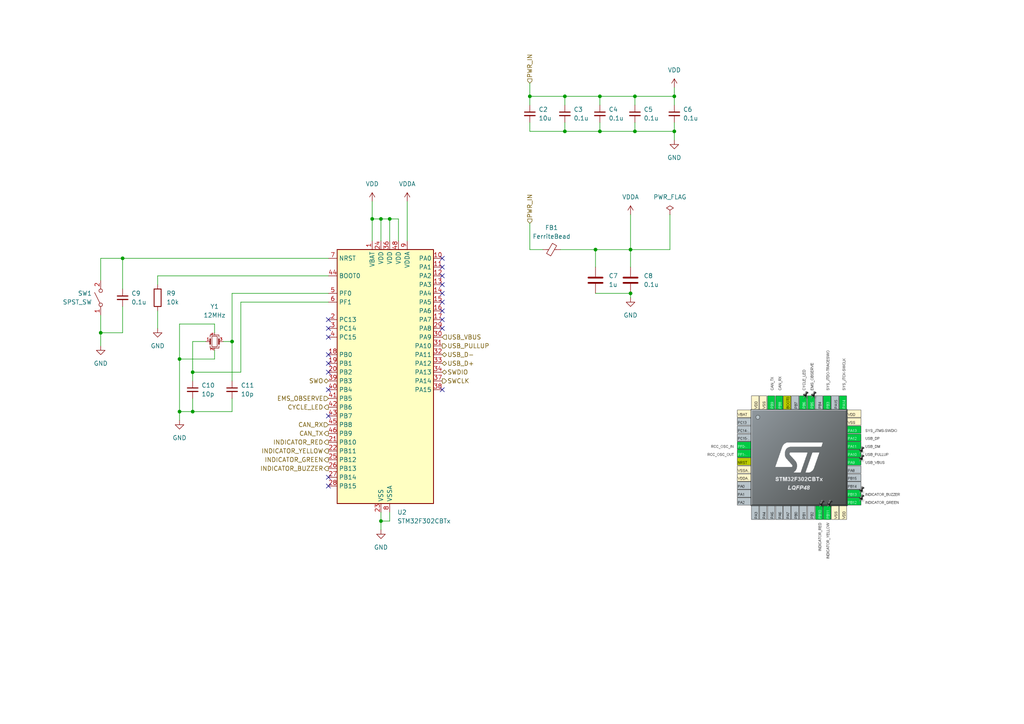
<source format=kicad_sch>
(kicad_sch (version 20230121) (generator eeschema)

  (uuid 4b0b9f02-8bf6-4b26-907a-aaa63a76b978)

  (paper "A4")

  (lib_symbols
    (symbol "Device:C" (pin_numbers hide) (pin_names (offset 0.254)) (in_bom yes) (on_board yes)
      (property "Reference" "C" (at 0.635 2.54 0)
        (effects (font (size 1.27 1.27)) (justify left))
      )
      (property "Value" "C" (at 0.635 -2.54 0)
        (effects (font (size 1.27 1.27)) (justify left))
      )
      (property "Footprint" "" (at 0.9652 -3.81 0)
        (effects (font (size 1.27 1.27)) hide)
      )
      (property "Datasheet" "~" (at 0 0 0)
        (effects (font (size 1.27 1.27)) hide)
      )
      (property "ki_keywords" "cap capacitor" (at 0 0 0)
        (effects (font (size 1.27 1.27)) hide)
      )
      (property "ki_description" "Unpolarized capacitor" (at 0 0 0)
        (effects (font (size 1.27 1.27)) hide)
      )
      (property "ki_fp_filters" "C_*" (at 0 0 0)
        (effects (font (size 1.27 1.27)) hide)
      )
      (symbol "C_0_1"
        (polyline
          (pts
            (xy -2.032 -0.762)
            (xy 2.032 -0.762)
          )
          (stroke (width 0.508) (type default))
          (fill (type none))
        )
        (polyline
          (pts
            (xy -2.032 0.762)
            (xy 2.032 0.762)
          )
          (stroke (width 0.508) (type default))
          (fill (type none))
        )
      )
      (symbol "C_1_1"
        (pin passive line (at 0 3.81 270) (length 2.794)
          (name "~" (effects (font (size 1.27 1.27))))
          (number "1" (effects (font (size 1.27 1.27))))
        )
        (pin passive line (at 0 -3.81 90) (length 2.794)
          (name "~" (effects (font (size 1.27 1.27))))
          (number "2" (effects (font (size 1.27 1.27))))
        )
      )
    )
    (symbol "Device:C_Small" (pin_numbers hide) (pin_names (offset 0.254) hide) (in_bom yes) (on_board yes)
      (property "Reference" "C" (at 0.254 1.778 0)
        (effects (font (size 1.27 1.27)) (justify left))
      )
      (property "Value" "C_Small" (at 0.254 -2.032 0)
        (effects (font (size 1.27 1.27)) (justify left))
      )
      (property "Footprint" "" (at 0 0 0)
        (effects (font (size 1.27 1.27)) hide)
      )
      (property "Datasheet" "~" (at 0 0 0)
        (effects (font (size 1.27 1.27)) hide)
      )
      (property "ki_keywords" "capacitor cap" (at 0 0 0)
        (effects (font (size 1.27 1.27)) hide)
      )
      (property "ki_description" "Unpolarized capacitor, small symbol" (at 0 0 0)
        (effects (font (size 1.27 1.27)) hide)
      )
      (property "ki_fp_filters" "C_*" (at 0 0 0)
        (effects (font (size 1.27 1.27)) hide)
      )
      (symbol "C_Small_0_1"
        (polyline
          (pts
            (xy -1.524 -0.508)
            (xy 1.524 -0.508)
          )
          (stroke (width 0.3302) (type default))
          (fill (type none))
        )
        (polyline
          (pts
            (xy -1.524 0.508)
            (xy 1.524 0.508)
          )
          (stroke (width 0.3048) (type default))
          (fill (type none))
        )
      )
      (symbol "C_Small_1_1"
        (pin passive line (at 0 2.54 270) (length 2.032)
          (name "~" (effects (font (size 1.27 1.27))))
          (number "1" (effects (font (size 1.27 1.27))))
        )
        (pin passive line (at 0 -2.54 90) (length 2.032)
          (name "~" (effects (font (size 1.27 1.27))))
          (number "2" (effects (font (size 1.27 1.27))))
        )
      )
    )
    (symbol "Device:Crystal_GND24_Small" (pin_names (offset 1.016) hide) (in_bom yes) (on_board yes)
      (property "Reference" "Y" (at 1.27 4.445 0)
        (effects (font (size 1.27 1.27)) (justify left))
      )
      (property "Value" "Crystal_GND24_Small" (at 1.27 2.54 0)
        (effects (font (size 1.27 1.27)) (justify left))
      )
      (property "Footprint" "" (at 0 0 0)
        (effects (font (size 1.27 1.27)) hide)
      )
      (property "Datasheet" "~" (at 0 0 0)
        (effects (font (size 1.27 1.27)) hide)
      )
      (property "ki_keywords" "quartz ceramic resonator oscillator" (at 0 0 0)
        (effects (font (size 1.27 1.27)) hide)
      )
      (property "ki_description" "Four pin crystal, GND on pins 2 and 4, small symbol" (at 0 0 0)
        (effects (font (size 1.27 1.27)) hide)
      )
      (property "ki_fp_filters" "Crystal*" (at 0 0 0)
        (effects (font (size 1.27 1.27)) hide)
      )
      (symbol "Crystal_GND24_Small_0_1"
        (rectangle (start -0.762 -1.524) (end 0.762 1.524)
          (stroke (width 0) (type default))
          (fill (type none))
        )
        (polyline
          (pts
            (xy -1.27 -0.762)
            (xy -1.27 0.762)
          )
          (stroke (width 0.381) (type default))
          (fill (type none))
        )
        (polyline
          (pts
            (xy 1.27 -0.762)
            (xy 1.27 0.762)
          )
          (stroke (width 0.381) (type default))
          (fill (type none))
        )
        (polyline
          (pts
            (xy -1.27 -1.27)
            (xy -1.27 -1.905)
            (xy 1.27 -1.905)
            (xy 1.27 -1.27)
          )
          (stroke (width 0) (type default))
          (fill (type none))
        )
        (polyline
          (pts
            (xy -1.27 1.27)
            (xy -1.27 1.905)
            (xy 1.27 1.905)
            (xy 1.27 1.27)
          )
          (stroke (width 0) (type default))
          (fill (type none))
        )
      )
      (symbol "Crystal_GND24_Small_1_1"
        (pin passive line (at -2.54 0 0) (length 1.27)
          (name "1" (effects (font (size 1.27 1.27))))
          (number "1" (effects (font (size 0.762 0.762))))
        )
        (pin passive line (at 0 -2.54 90) (length 0.635)
          (name "2" (effects (font (size 1.27 1.27))))
          (number "2" (effects (font (size 0.762 0.762))))
        )
        (pin passive line (at 2.54 0 180) (length 1.27)
          (name "3" (effects (font (size 1.27 1.27))))
          (number "3" (effects (font (size 0.762 0.762))))
        )
        (pin passive line (at 0 2.54 270) (length 0.635)
          (name "4" (effects (font (size 1.27 1.27))))
          (number "4" (effects (font (size 0.762 0.762))))
        )
      )
    )
    (symbol "Device:FerriteBead_Small" (pin_numbers hide) (pin_names (offset 0)) (in_bom yes) (on_board yes)
      (property "Reference" "FB" (at 1.905 1.27 0)
        (effects (font (size 1.27 1.27)) (justify left))
      )
      (property "Value" "FerriteBead_Small" (at 1.905 -1.27 0)
        (effects (font (size 1.27 1.27)) (justify left))
      )
      (property "Footprint" "" (at -1.778 0 90)
        (effects (font (size 1.27 1.27)) hide)
      )
      (property "Datasheet" "~" (at 0 0 0)
        (effects (font (size 1.27 1.27)) hide)
      )
      (property "ki_keywords" "L ferrite bead inductor filter" (at 0 0 0)
        (effects (font (size 1.27 1.27)) hide)
      )
      (property "ki_description" "Ferrite bead, small symbol" (at 0 0 0)
        (effects (font (size 1.27 1.27)) hide)
      )
      (property "ki_fp_filters" "Inductor_* L_* *Ferrite*" (at 0 0 0)
        (effects (font (size 1.27 1.27)) hide)
      )
      (symbol "FerriteBead_Small_0_1"
        (polyline
          (pts
            (xy 0 -1.27)
            (xy 0 -0.7874)
          )
          (stroke (width 0) (type default))
          (fill (type none))
        )
        (polyline
          (pts
            (xy 0 0.889)
            (xy 0 1.2954)
          )
          (stroke (width 0) (type default))
          (fill (type none))
        )
        (polyline
          (pts
            (xy -1.8288 0.2794)
            (xy -1.1176 1.4986)
            (xy 1.8288 -0.2032)
            (xy 1.1176 -1.4224)
            (xy -1.8288 0.2794)
          )
          (stroke (width 0) (type default))
          (fill (type none))
        )
      )
      (symbol "FerriteBead_Small_1_1"
        (pin passive line (at 0 2.54 270) (length 1.27)
          (name "~" (effects (font (size 1.27 1.27))))
          (number "1" (effects (font (size 1.27 1.27))))
        )
        (pin passive line (at 0 -2.54 90) (length 1.27)
          (name "~" (effects (font (size 1.27 1.27))))
          (number "2" (effects (font (size 1.27 1.27))))
        )
      )
    )
    (symbol "Device:R" (pin_numbers hide) (pin_names (offset 0)) (in_bom yes) (on_board yes)
      (property "Reference" "R" (at 2.032 0 90)
        (effects (font (size 1.27 1.27)))
      )
      (property "Value" "R" (at 0 0 90)
        (effects (font (size 1.27 1.27)))
      )
      (property "Footprint" "" (at -1.778 0 90)
        (effects (font (size 1.27 1.27)) hide)
      )
      (property "Datasheet" "~" (at 0 0 0)
        (effects (font (size 1.27 1.27)) hide)
      )
      (property "ki_keywords" "R res resistor" (at 0 0 0)
        (effects (font (size 1.27 1.27)) hide)
      )
      (property "ki_description" "Resistor" (at 0 0 0)
        (effects (font (size 1.27 1.27)) hide)
      )
      (property "ki_fp_filters" "R_*" (at 0 0 0)
        (effects (font (size 1.27 1.27)) hide)
      )
      (symbol "R_0_1"
        (rectangle (start -1.016 -2.54) (end 1.016 2.54)
          (stroke (width 0.254) (type default))
          (fill (type none))
        )
      )
      (symbol "R_1_1"
        (pin passive line (at 0 3.81 270) (length 1.27)
          (name "~" (effects (font (size 1.27 1.27))))
          (number "1" (effects (font (size 1.27 1.27))))
        )
        (pin passive line (at 0 -3.81 90) (length 1.27)
          (name "~" (effects (font (size 1.27 1.27))))
          (number "2" (effects (font (size 1.27 1.27))))
        )
      )
    )
    (symbol "MCU_ST_STM32F3:STM32F302CBTx" (in_bom yes) (on_board yes)
      (property "Reference" "U" (at -12.7 39.37 0)
        (effects (font (size 1.27 1.27)) (justify left))
      )
      (property "Value" "STM32F302CBTx" (at 10.16 39.37 0)
        (effects (font (size 1.27 1.27)) (justify left))
      )
      (property "Footprint" "Package_QFP:LQFP-48_7x7mm_P0.5mm" (at -12.7 -35.56 0)
        (effects (font (size 1.27 1.27)) (justify right) hide)
      )
      (property "Datasheet" "https://www.st.com/resource/en/datasheet/stm32f302cb.pdf" (at 0 0 0)
        (effects (font (size 1.27 1.27)) hide)
      )
      (property "ki_locked" "" (at 0 0 0)
        (effects (font (size 1.27 1.27)))
      )
      (property "ki_keywords" "Arm Cortex-M4 STM32F3 STM32F302" (at 0 0 0)
        (effects (font (size 1.27 1.27)) hide)
      )
      (property "ki_description" "STMicroelectronics Arm Cortex-M4 MCU, 128KB flash, 32KB RAM, 72 MHz, 2.0-3.6V, 37 GPIO, LQFP48" (at 0 0 0)
        (effects (font (size 1.27 1.27)) hide)
      )
      (property "ki_fp_filters" "LQFP*7x7mm*P0.5mm*" (at 0 0 0)
        (effects (font (size 1.27 1.27)) hide)
      )
      (symbol "STM32F302CBTx_0_1"
        (rectangle (start -12.7 -35.56) (end 15.24 38.1)
          (stroke (width 0.254) (type default))
          (fill (type background))
        )
      )
      (symbol "STM32F302CBTx_1_1"
        (pin power_in line (at -2.54 40.64 270) (length 2.54)
          (name "VBAT" (effects (font (size 1.27 1.27))))
          (number "1" (effects (font (size 1.27 1.27))))
        )
        (pin bidirectional line (at 17.78 35.56 180) (length 2.54)
          (name "PA0" (effects (font (size 1.27 1.27))))
          (number "10" (effects (font (size 1.27 1.27))))
          (alternate "ADC1_IN1" bidirectional line)
          (alternate "COMP1_INM" bidirectional line)
          (alternate "COMP1_OUT" bidirectional line)
          (alternate "RTC_TAMP2" bidirectional line)
          (alternate "SYS_WKUP1" bidirectional line)
          (alternate "TIM2_CH1" bidirectional line)
          (alternate "TIM2_ETR" bidirectional line)
          (alternate "TSC_G1_IO1" bidirectional line)
          (alternate "USART2_CTS" bidirectional line)
        )
        (pin bidirectional line (at 17.78 33.02 180) (length 2.54)
          (name "PA1" (effects (font (size 1.27 1.27))))
          (number "11" (effects (font (size 1.27 1.27))))
          (alternate "ADC1_IN2" bidirectional line)
          (alternate "COMP1_INP" bidirectional line)
          (alternate "OPAMP1_VINP" bidirectional line)
          (alternate "OPAMP1_VINP_SEC" bidirectional line)
          (alternate "RTC_REFIN" bidirectional line)
          (alternate "TIM15_CH1N" bidirectional line)
          (alternate "TIM2_CH2" bidirectional line)
          (alternate "TSC_G1_IO2" bidirectional line)
          (alternate "USART2_DE" bidirectional line)
          (alternate "USART2_RTS" bidirectional line)
        )
        (pin bidirectional line (at 17.78 30.48 180) (length 2.54)
          (name "PA2" (effects (font (size 1.27 1.27))))
          (number "12" (effects (font (size 1.27 1.27))))
          (alternate "ADC1_IN3" bidirectional line)
          (alternate "COMP2_INM" bidirectional line)
          (alternate "COMP2_OUT" bidirectional line)
          (alternate "OPAMP1_VOUT" bidirectional line)
          (alternate "TIM15_CH1" bidirectional line)
          (alternate "TIM2_CH3" bidirectional line)
          (alternate "TSC_G1_IO3" bidirectional line)
          (alternate "USART2_TX" bidirectional line)
        )
        (pin bidirectional line (at 17.78 27.94 180) (length 2.54)
          (name "PA3" (effects (font (size 1.27 1.27))))
          (number "13" (effects (font (size 1.27 1.27))))
          (alternate "ADC1_IN4" bidirectional line)
          (alternate "COMP2_INP" bidirectional line)
          (alternate "OPAMP1_VINM" bidirectional line)
          (alternate "OPAMP1_VINM_SEC" bidirectional line)
          (alternate "OPAMP1_VINP" bidirectional line)
          (alternate "OPAMP1_VINP_SEC" bidirectional line)
          (alternate "TIM15_CH2" bidirectional line)
          (alternate "TIM2_CH4" bidirectional line)
          (alternate "TSC_G1_IO4" bidirectional line)
          (alternate "USART2_RX" bidirectional line)
        )
        (pin bidirectional line (at 17.78 25.4 180) (length 2.54)
          (name "PA4" (effects (font (size 1.27 1.27))))
          (number "14" (effects (font (size 1.27 1.27))))
          (alternate "ADC2_IN1" bidirectional line)
          (alternate "COMP1_INM" bidirectional line)
          (alternate "COMP2_INM" bidirectional line)
          (alternate "COMP4_INM" bidirectional line)
          (alternate "COMP6_INM" bidirectional line)
          (alternate "DAC_OUT1" bidirectional line)
          (alternate "I2S3_WS" bidirectional line)
          (alternate "SPI1_NSS" bidirectional line)
          (alternate "SPI3_NSS" bidirectional line)
          (alternate "TIM3_CH2" bidirectional line)
          (alternate "TSC_G2_IO1" bidirectional line)
          (alternate "USART2_CK" bidirectional line)
        )
        (pin bidirectional line (at 17.78 22.86 180) (length 2.54)
          (name "PA5" (effects (font (size 1.27 1.27))))
          (number "15" (effects (font (size 1.27 1.27))))
          (alternate "ADC2_IN2" bidirectional line)
          (alternate "COMP1_INM" bidirectional line)
          (alternate "COMP2_INM" bidirectional line)
          (alternate "COMP4_INM" bidirectional line)
          (alternate "COMP6_INM" bidirectional line)
          (alternate "OPAMP1_VINP" bidirectional line)
          (alternate "OPAMP1_VINP_SEC" bidirectional line)
          (alternate "OPAMP2_VINM" bidirectional line)
          (alternate "OPAMP2_VINM_SEC" bidirectional line)
          (alternate "SPI1_SCK" bidirectional line)
          (alternate "TIM2_CH1" bidirectional line)
          (alternate "TIM2_ETR" bidirectional line)
          (alternate "TSC_G2_IO2" bidirectional line)
        )
        (pin bidirectional line (at 17.78 20.32 180) (length 2.54)
          (name "PA6" (effects (font (size 1.27 1.27))))
          (number "16" (effects (font (size 1.27 1.27))))
          (alternate "ADC2_IN3" bidirectional line)
          (alternate "COMP1_OUT" bidirectional line)
          (alternate "OPAMP2_VOUT" bidirectional line)
          (alternate "SPI1_MISO" bidirectional line)
          (alternate "TIM16_CH1" bidirectional line)
          (alternate "TIM1_BKIN" bidirectional line)
          (alternate "TIM3_CH1" bidirectional line)
          (alternate "TSC_G2_IO3" bidirectional line)
        )
        (pin bidirectional line (at 17.78 17.78 180) (length 2.54)
          (name "PA7" (effects (font (size 1.27 1.27))))
          (number "17" (effects (font (size 1.27 1.27))))
          (alternate "ADC2_IN4" bidirectional line)
          (alternate "COMP2_INP" bidirectional line)
          (alternate "COMP2_OUT" bidirectional line)
          (alternate "OPAMP1_VINP" bidirectional line)
          (alternate "OPAMP1_VINP_SEC" bidirectional line)
          (alternate "OPAMP2_VINP" bidirectional line)
          (alternate "OPAMP2_VINP_SEC" bidirectional line)
          (alternate "SPI1_MOSI" bidirectional line)
          (alternate "TIM17_CH1" bidirectional line)
          (alternate "TIM1_CH1N" bidirectional line)
          (alternate "TIM3_CH2" bidirectional line)
          (alternate "TSC_G2_IO4" bidirectional line)
        )
        (pin bidirectional line (at -15.24 7.62 0) (length 2.54)
          (name "PB0" (effects (font (size 1.27 1.27))))
          (number "18" (effects (font (size 1.27 1.27))))
          (alternate "COMP4_INP" bidirectional line)
          (alternate "OPAMP2_VINP" bidirectional line)
          (alternate "OPAMP2_VINP_SEC" bidirectional line)
          (alternate "TIM1_CH2N" bidirectional line)
          (alternate "TIM3_CH3" bidirectional line)
          (alternate "TSC_G3_IO2" bidirectional line)
        )
        (pin bidirectional line (at -15.24 5.08 0) (length 2.54)
          (name "PB1" (effects (font (size 1.27 1.27))))
          (number "19" (effects (font (size 1.27 1.27))))
          (alternate "COMP4_OUT" bidirectional line)
          (alternate "TIM1_CH3N" bidirectional line)
          (alternate "TIM3_CH4" bidirectional line)
          (alternate "TSC_G3_IO3" bidirectional line)
        )
        (pin bidirectional line (at -15.24 17.78 0) (length 2.54)
          (name "PC13" (effects (font (size 1.27 1.27))))
          (number "2" (effects (font (size 1.27 1.27))))
          (alternate "RTC_OUT_ALARM" bidirectional line)
          (alternate "RTC_OUT_CALIB" bidirectional line)
          (alternate "RTC_TAMP1" bidirectional line)
          (alternate "RTC_TS" bidirectional line)
          (alternate "SYS_WKUP2" bidirectional line)
          (alternate "TIM1_CH1N" bidirectional line)
        )
        (pin bidirectional line (at -15.24 2.54 0) (length 2.54)
          (name "PB2" (effects (font (size 1.27 1.27))))
          (number "20" (effects (font (size 1.27 1.27))))
          (alternate "ADC2_IN12" bidirectional line)
          (alternate "COMP4_INM" bidirectional line)
          (alternate "TSC_G3_IO4" bidirectional line)
        )
        (pin bidirectional line (at -15.24 -17.78 0) (length 2.54)
          (name "PB10" (effects (font (size 1.27 1.27))))
          (number "21" (effects (font (size 1.27 1.27))))
          (alternate "TIM2_CH3" bidirectional line)
          (alternate "TSC_SYNC" bidirectional line)
          (alternate "USART3_TX" bidirectional line)
        )
        (pin bidirectional line (at -15.24 -20.32 0) (length 2.54)
          (name "PB11" (effects (font (size 1.27 1.27))))
          (number "22" (effects (font (size 1.27 1.27))))
          (alternate "ADC1_EXTI11" bidirectional line)
          (alternate "ADC2_EXTI11" bidirectional line)
          (alternate "COMP6_INP" bidirectional line)
          (alternate "TIM2_CH4" bidirectional line)
          (alternate "TSC_G6_IO1" bidirectional line)
          (alternate "USART3_RX" bidirectional line)
        )
        (pin power_in line (at 0 -38.1 90) (length 2.54)
          (name "VSS" (effects (font (size 1.27 1.27))))
          (number "23" (effects (font (size 1.27 1.27))))
        )
        (pin power_in line (at 0 40.64 270) (length 2.54)
          (name "VDD" (effects (font (size 1.27 1.27))))
          (number "24" (effects (font (size 1.27 1.27))))
        )
        (pin bidirectional line (at -15.24 -22.86 0) (length 2.54)
          (name "PB12" (effects (font (size 1.27 1.27))))
          (number "25" (effects (font (size 1.27 1.27))))
          (alternate "I2C2_SMBA" bidirectional line)
          (alternate "I2S2_WS" bidirectional line)
          (alternate "SPI2_NSS" bidirectional line)
          (alternate "TIM1_BKIN" bidirectional line)
          (alternate "TSC_G6_IO2" bidirectional line)
          (alternate "USART3_CK" bidirectional line)
        )
        (pin bidirectional line (at -15.24 -25.4 0) (length 2.54)
          (name "PB13" (effects (font (size 1.27 1.27))))
          (number "26" (effects (font (size 1.27 1.27))))
          (alternate "I2S2_CK" bidirectional line)
          (alternate "SPI2_SCK" bidirectional line)
          (alternate "TIM1_CH1N" bidirectional line)
          (alternate "TSC_G6_IO3" bidirectional line)
          (alternate "USART3_CTS" bidirectional line)
        )
        (pin bidirectional line (at -15.24 -27.94 0) (length 2.54)
          (name "PB14" (effects (font (size 1.27 1.27))))
          (number "27" (effects (font (size 1.27 1.27))))
          (alternate "I2S2_ext_SD" bidirectional line)
          (alternate "OPAMP2_VINP" bidirectional line)
          (alternate "OPAMP2_VINP_SEC" bidirectional line)
          (alternate "SPI2_MISO" bidirectional line)
          (alternate "TIM15_CH1" bidirectional line)
          (alternate "TIM1_CH2N" bidirectional line)
          (alternate "TSC_G6_IO4" bidirectional line)
          (alternate "USART3_DE" bidirectional line)
          (alternate "USART3_RTS" bidirectional line)
        )
        (pin bidirectional line (at -15.24 -30.48 0) (length 2.54)
          (name "PB15" (effects (font (size 1.27 1.27))))
          (number "28" (effects (font (size 1.27 1.27))))
          (alternate "ADC1_EXTI15" bidirectional line)
          (alternate "ADC2_EXTI15" bidirectional line)
          (alternate "COMP6_INM" bidirectional line)
          (alternate "I2S2_SD" bidirectional line)
          (alternate "RTC_REFIN" bidirectional line)
          (alternate "SPI2_MOSI" bidirectional line)
          (alternate "TIM15_CH1N" bidirectional line)
          (alternate "TIM15_CH2" bidirectional line)
          (alternate "TIM1_CH3N" bidirectional line)
        )
        (pin bidirectional line (at 17.78 15.24 180) (length 2.54)
          (name "PA8" (effects (font (size 1.27 1.27))))
          (number "29" (effects (font (size 1.27 1.27))))
          (alternate "I2C2_SMBA" bidirectional line)
          (alternate "I2S2_MCK" bidirectional line)
          (alternate "RCC_MCO" bidirectional line)
          (alternate "TIM1_CH1" bidirectional line)
          (alternate "TIM4_ETR" bidirectional line)
          (alternate "USART1_CK" bidirectional line)
        )
        (pin bidirectional line (at -15.24 15.24 0) (length 2.54)
          (name "PC14" (effects (font (size 1.27 1.27))))
          (number "3" (effects (font (size 1.27 1.27))))
          (alternate "RCC_OSC32_IN" bidirectional line)
        )
        (pin bidirectional line (at 17.78 12.7 180) (length 2.54)
          (name "PA9" (effects (font (size 1.27 1.27))))
          (number "30" (effects (font (size 1.27 1.27))))
          (alternate "DAC_EXTI9" bidirectional line)
          (alternate "I2C2_SCL" bidirectional line)
          (alternate "I2S3_MCK" bidirectional line)
          (alternate "TIM15_BKIN" bidirectional line)
          (alternate "TIM1_CH2" bidirectional line)
          (alternate "TIM2_CH3" bidirectional line)
          (alternate "TSC_G4_IO1" bidirectional line)
          (alternate "USART1_TX" bidirectional line)
        )
        (pin bidirectional line (at 17.78 10.16 180) (length 2.54)
          (name "PA10" (effects (font (size 1.27 1.27))))
          (number "31" (effects (font (size 1.27 1.27))))
          (alternate "COMP6_OUT" bidirectional line)
          (alternate "I2C2_SDA" bidirectional line)
          (alternate "TIM17_BKIN" bidirectional line)
          (alternate "TIM1_CH3" bidirectional line)
          (alternate "TIM2_CH4" bidirectional line)
          (alternate "TSC_G4_IO2" bidirectional line)
          (alternate "USART1_RX" bidirectional line)
        )
        (pin bidirectional line (at 17.78 7.62 180) (length 2.54)
          (name "PA11" (effects (font (size 1.27 1.27))))
          (number "32" (effects (font (size 1.27 1.27))))
          (alternate "ADC1_EXTI11" bidirectional line)
          (alternate "ADC2_EXTI11" bidirectional line)
          (alternate "CAN_RX" bidirectional line)
          (alternate "COMP1_OUT" bidirectional line)
          (alternate "TIM1_BKIN2" bidirectional line)
          (alternate "TIM1_CH1N" bidirectional line)
          (alternate "TIM1_CH4" bidirectional line)
          (alternate "TIM4_CH1" bidirectional line)
          (alternate "USART1_CTS" bidirectional line)
          (alternate "USB_DM" bidirectional line)
        )
        (pin bidirectional line (at 17.78 5.08 180) (length 2.54)
          (name "PA12" (effects (font (size 1.27 1.27))))
          (number "33" (effects (font (size 1.27 1.27))))
          (alternate "CAN_TX" bidirectional line)
          (alternate "COMP2_OUT" bidirectional line)
          (alternate "TIM16_CH1" bidirectional line)
          (alternate "TIM1_CH2N" bidirectional line)
          (alternate "TIM1_ETR" bidirectional line)
          (alternate "TIM4_CH2" bidirectional line)
          (alternate "USART1_DE" bidirectional line)
          (alternate "USART1_RTS" bidirectional line)
          (alternate "USB_DP" bidirectional line)
        )
        (pin bidirectional line (at 17.78 2.54 180) (length 2.54)
          (name "PA13" (effects (font (size 1.27 1.27))))
          (number "34" (effects (font (size 1.27 1.27))))
          (alternate "IR_OUT" bidirectional line)
          (alternate "SYS_JTMS-SWDIO" bidirectional line)
          (alternate "TIM16_CH1N" bidirectional line)
          (alternate "TIM4_CH3" bidirectional line)
          (alternate "TSC_G4_IO3" bidirectional line)
          (alternate "USART3_CTS" bidirectional line)
        )
        (pin passive line (at 0 -38.1 90) (length 2.54) hide
          (name "VSS" (effects (font (size 1.27 1.27))))
          (number "35" (effects (font (size 1.27 1.27))))
        )
        (pin power_in line (at 2.54 40.64 270) (length 2.54)
          (name "VDD" (effects (font (size 1.27 1.27))))
          (number "36" (effects (font (size 1.27 1.27))))
        )
        (pin bidirectional line (at 17.78 0 180) (length 2.54)
          (name "PA14" (effects (font (size 1.27 1.27))))
          (number "37" (effects (font (size 1.27 1.27))))
          (alternate "I2C1_SDA" bidirectional line)
          (alternate "SYS_JTCK-SWCLK" bidirectional line)
          (alternate "TIM1_BKIN" bidirectional line)
          (alternate "TSC_G4_IO4" bidirectional line)
          (alternate "USART2_TX" bidirectional line)
        )
        (pin bidirectional line (at 17.78 -2.54 180) (length 2.54)
          (name "PA15" (effects (font (size 1.27 1.27))))
          (number "38" (effects (font (size 1.27 1.27))))
          (alternate "ADC1_EXTI15" bidirectional line)
          (alternate "ADC2_EXTI15" bidirectional line)
          (alternate "I2C1_SCL" bidirectional line)
          (alternate "I2S3_WS" bidirectional line)
          (alternate "SPI1_NSS" bidirectional line)
          (alternate "SPI3_NSS" bidirectional line)
          (alternate "SYS_JTDI" bidirectional line)
          (alternate "TIM1_BKIN" bidirectional line)
          (alternate "TIM2_CH1" bidirectional line)
          (alternate "TIM2_ETR" bidirectional line)
          (alternate "USART2_RX" bidirectional line)
        )
        (pin bidirectional line (at -15.24 0 0) (length 2.54)
          (name "PB3" (effects (font (size 1.27 1.27))))
          (number "39" (effects (font (size 1.27 1.27))))
          (alternate "I2S3_CK" bidirectional line)
          (alternate "SPI1_SCK" bidirectional line)
          (alternate "SPI3_SCK" bidirectional line)
          (alternate "SYS_JTDO-TRACESWO" bidirectional line)
          (alternate "TIM2_CH2" bidirectional line)
          (alternate "TIM3_ETR" bidirectional line)
          (alternate "TIM4_ETR" bidirectional line)
          (alternate "TSC_G5_IO1" bidirectional line)
          (alternate "USART2_TX" bidirectional line)
        )
        (pin bidirectional line (at -15.24 12.7 0) (length 2.54)
          (name "PC15" (effects (font (size 1.27 1.27))))
          (number "4" (effects (font (size 1.27 1.27))))
          (alternate "ADC1_EXTI15" bidirectional line)
          (alternate "ADC2_EXTI15" bidirectional line)
          (alternate "RCC_OSC32_OUT" bidirectional line)
        )
        (pin bidirectional line (at -15.24 -2.54 0) (length 2.54)
          (name "PB4" (effects (font (size 1.27 1.27))))
          (number "40" (effects (font (size 1.27 1.27))))
          (alternate "I2S3_ext_SD" bidirectional line)
          (alternate "SPI1_MISO" bidirectional line)
          (alternate "SPI3_MISO" bidirectional line)
          (alternate "SYS_NJTRST" bidirectional line)
          (alternate "TIM16_CH1" bidirectional line)
          (alternate "TIM17_BKIN" bidirectional line)
          (alternate "TIM3_CH1" bidirectional line)
          (alternate "TSC_G5_IO2" bidirectional line)
          (alternate "USART2_RX" bidirectional line)
        )
        (pin bidirectional line (at -15.24 -5.08 0) (length 2.54)
          (name "PB5" (effects (font (size 1.27 1.27))))
          (number "41" (effects (font (size 1.27 1.27))))
          (alternate "I2C1_SMBA" bidirectional line)
          (alternate "I2S3_SD" bidirectional line)
          (alternate "SPI1_MOSI" bidirectional line)
          (alternate "SPI3_MOSI" bidirectional line)
          (alternate "TIM16_BKIN" bidirectional line)
          (alternate "TIM17_CH1" bidirectional line)
          (alternate "TIM3_CH2" bidirectional line)
          (alternate "USART2_CK" bidirectional line)
        )
        (pin bidirectional line (at -15.24 -7.62 0) (length 2.54)
          (name "PB6" (effects (font (size 1.27 1.27))))
          (number "42" (effects (font (size 1.27 1.27))))
          (alternate "I2C1_SCL" bidirectional line)
          (alternate "TIM16_CH1N" bidirectional line)
          (alternate "TIM4_CH1" bidirectional line)
          (alternate "TSC_G5_IO3" bidirectional line)
          (alternate "USART1_TX" bidirectional line)
        )
        (pin bidirectional line (at -15.24 -10.16 0) (length 2.54)
          (name "PB7" (effects (font (size 1.27 1.27))))
          (number "43" (effects (font (size 1.27 1.27))))
          (alternate "I2C1_SDA" bidirectional line)
          (alternate "TIM17_CH1N" bidirectional line)
          (alternate "TIM3_CH4" bidirectional line)
          (alternate "TIM4_CH2" bidirectional line)
          (alternate "TSC_G5_IO4" bidirectional line)
          (alternate "USART1_RX" bidirectional line)
        )
        (pin input line (at -15.24 30.48 0) (length 2.54)
          (name "BOOT0" (effects (font (size 1.27 1.27))))
          (number "44" (effects (font (size 1.27 1.27))))
        )
        (pin bidirectional line (at -15.24 -12.7 0) (length 2.54)
          (name "PB8" (effects (font (size 1.27 1.27))))
          (number "45" (effects (font (size 1.27 1.27))))
          (alternate "CAN_RX" bidirectional line)
          (alternate "COMP1_OUT" bidirectional line)
          (alternate "I2C1_SCL" bidirectional line)
          (alternate "TIM16_CH1" bidirectional line)
          (alternate "TIM1_BKIN" bidirectional line)
          (alternate "TIM4_CH3" bidirectional line)
          (alternate "TSC_SYNC" bidirectional line)
        )
        (pin bidirectional line (at -15.24 -15.24 0) (length 2.54)
          (name "PB9" (effects (font (size 1.27 1.27))))
          (number "46" (effects (font (size 1.27 1.27))))
          (alternate "CAN_TX" bidirectional line)
          (alternate "COMP2_OUT" bidirectional line)
          (alternate "DAC_EXTI9" bidirectional line)
          (alternate "I2C1_SDA" bidirectional line)
          (alternate "IR_OUT" bidirectional line)
          (alternate "TIM17_CH1" bidirectional line)
          (alternate "TIM4_CH4" bidirectional line)
        )
        (pin passive line (at 0 -38.1 90) (length 2.54) hide
          (name "VSS" (effects (font (size 1.27 1.27))))
          (number "47" (effects (font (size 1.27 1.27))))
        )
        (pin power_in line (at 5.08 40.64 270) (length 2.54)
          (name "VDD" (effects (font (size 1.27 1.27))))
          (number "48" (effects (font (size 1.27 1.27))))
        )
        (pin bidirectional line (at -15.24 25.4 0) (length 2.54)
          (name "PF0" (effects (font (size 1.27 1.27))))
          (number "5" (effects (font (size 1.27 1.27))))
          (alternate "I2C2_SDA" bidirectional line)
          (alternate "RCC_OSC_IN" bidirectional line)
          (alternate "TIM1_CH3N" bidirectional line)
        )
        (pin bidirectional line (at -15.24 22.86 0) (length 2.54)
          (name "PF1" (effects (font (size 1.27 1.27))))
          (number "6" (effects (font (size 1.27 1.27))))
          (alternate "I2C2_SCL" bidirectional line)
          (alternate "RCC_OSC_OUT" bidirectional line)
        )
        (pin input line (at -15.24 35.56 0) (length 2.54)
          (name "NRST" (effects (font (size 1.27 1.27))))
          (number "7" (effects (font (size 1.27 1.27))))
        )
        (pin power_in line (at 2.54 -38.1 90) (length 2.54)
          (name "VSSA" (effects (font (size 1.27 1.27))))
          (number "8" (effects (font (size 1.27 1.27))))
        )
        (pin power_in line (at 7.62 40.64 270) (length 2.54)
          (name "VDDA" (effects (font (size 1.27 1.27))))
          (number "9" (effects (font (size 1.27 1.27))))
        )
      )
    )
    (symbol "Switch:SW_SPST" (pin_names (offset 0) hide) (in_bom yes) (on_board yes)
      (property "Reference" "SW" (at 0 3.175 0)
        (effects (font (size 1.27 1.27)))
      )
      (property "Value" "SW_SPST" (at 0 -2.54 0)
        (effects (font (size 1.27 1.27)))
      )
      (property "Footprint" "" (at 0 0 0)
        (effects (font (size 1.27 1.27)) hide)
      )
      (property "Datasheet" "~" (at 0 0 0)
        (effects (font (size 1.27 1.27)) hide)
      )
      (property "ki_keywords" "switch lever" (at 0 0 0)
        (effects (font (size 1.27 1.27)) hide)
      )
      (property "ki_description" "Single Pole Single Throw (SPST) switch" (at 0 0 0)
        (effects (font (size 1.27 1.27)) hide)
      )
      (symbol "SW_SPST_0_0"
        (circle (center -2.032 0) (radius 0.508)
          (stroke (width 0) (type default))
          (fill (type none))
        )
        (polyline
          (pts
            (xy -1.524 0.254)
            (xy 1.524 1.778)
          )
          (stroke (width 0) (type default))
          (fill (type none))
        )
        (circle (center 2.032 0) (radius 0.508)
          (stroke (width 0) (type default))
          (fill (type none))
        )
      )
      (symbol "SW_SPST_1_1"
        (pin passive line (at -5.08 0 0) (length 2.54)
          (name "A" (effects (font (size 1.27 1.27))))
          (number "1" (effects (font (size 1.27 1.27))))
        )
        (pin passive line (at 5.08 0 180) (length 2.54)
          (name "B" (effects (font (size 1.27 1.27))))
          (number "2" (effects (font (size 1.27 1.27))))
        )
      )
    )
    (symbol "power:GND" (power) (pin_names (offset 0)) (in_bom yes) (on_board yes)
      (property "Reference" "#PWR" (at 0 -6.35 0)
        (effects (font (size 1.27 1.27)) hide)
      )
      (property "Value" "GND" (at 0 -3.81 0)
        (effects (font (size 1.27 1.27)))
      )
      (property "Footprint" "" (at 0 0 0)
        (effects (font (size 1.27 1.27)) hide)
      )
      (property "Datasheet" "" (at 0 0 0)
        (effects (font (size 1.27 1.27)) hide)
      )
      (property "ki_keywords" "global power" (at 0 0 0)
        (effects (font (size 1.27 1.27)) hide)
      )
      (property "ki_description" "Power symbol creates a global label with name \"GND\" , ground" (at 0 0 0)
        (effects (font (size 1.27 1.27)) hide)
      )
      (symbol "GND_0_1"
        (polyline
          (pts
            (xy 0 0)
            (xy 0 -1.27)
            (xy 1.27 -1.27)
            (xy 0 -2.54)
            (xy -1.27 -1.27)
            (xy 0 -1.27)
          )
          (stroke (width 0) (type default))
          (fill (type none))
        )
      )
      (symbol "GND_1_1"
        (pin power_in line (at 0 0 270) (length 0) hide
          (name "GND" (effects (font (size 1.27 1.27))))
          (number "1" (effects (font (size 1.27 1.27))))
        )
      )
    )
    (symbol "power:PWR_FLAG" (power) (pin_numbers hide) (pin_names (offset 0) hide) (in_bom yes) (on_board yes)
      (property "Reference" "#FLG" (at 0 1.905 0)
        (effects (font (size 1.27 1.27)) hide)
      )
      (property "Value" "PWR_FLAG" (at 0 3.81 0)
        (effects (font (size 1.27 1.27)))
      )
      (property "Footprint" "" (at 0 0 0)
        (effects (font (size 1.27 1.27)) hide)
      )
      (property "Datasheet" "~" (at 0 0 0)
        (effects (font (size 1.27 1.27)) hide)
      )
      (property "ki_keywords" "flag power" (at 0 0 0)
        (effects (font (size 1.27 1.27)) hide)
      )
      (property "ki_description" "Special symbol for telling ERC where power comes from" (at 0 0 0)
        (effects (font (size 1.27 1.27)) hide)
      )
      (symbol "PWR_FLAG_0_0"
        (pin power_out line (at 0 0 90) (length 0)
          (name "pwr" (effects (font (size 1.27 1.27))))
          (number "1" (effects (font (size 1.27 1.27))))
        )
      )
      (symbol "PWR_FLAG_0_1"
        (polyline
          (pts
            (xy 0 0)
            (xy 0 1.27)
            (xy -1.016 1.905)
            (xy 0 2.54)
            (xy 1.016 1.905)
            (xy 0 1.27)
          )
          (stroke (width 0) (type default))
          (fill (type none))
        )
      )
    )
    (symbol "power:VDD" (power) (pin_names (offset 0)) (in_bom yes) (on_board yes)
      (property "Reference" "#PWR" (at 0 -3.81 0)
        (effects (font (size 1.27 1.27)) hide)
      )
      (property "Value" "VDD" (at 0 3.81 0)
        (effects (font (size 1.27 1.27)))
      )
      (property "Footprint" "" (at 0 0 0)
        (effects (font (size 1.27 1.27)) hide)
      )
      (property "Datasheet" "" (at 0 0 0)
        (effects (font (size 1.27 1.27)) hide)
      )
      (property "ki_keywords" "global power" (at 0 0 0)
        (effects (font (size 1.27 1.27)) hide)
      )
      (property "ki_description" "Power symbol creates a global label with name \"VDD\"" (at 0 0 0)
        (effects (font (size 1.27 1.27)) hide)
      )
      (symbol "VDD_0_1"
        (polyline
          (pts
            (xy -0.762 1.27)
            (xy 0 2.54)
          )
          (stroke (width 0) (type default))
          (fill (type none))
        )
        (polyline
          (pts
            (xy 0 0)
            (xy 0 2.54)
          )
          (stroke (width 0) (type default))
          (fill (type none))
        )
        (polyline
          (pts
            (xy 0 2.54)
            (xy 0.762 1.27)
          )
          (stroke (width 0) (type default))
          (fill (type none))
        )
      )
      (symbol "VDD_1_1"
        (pin power_in line (at 0 0 90) (length 0) hide
          (name "VDD" (effects (font (size 1.27 1.27))))
          (number "1" (effects (font (size 1.27 1.27))))
        )
      )
    )
    (symbol "power:VDDA" (power) (pin_names (offset 0)) (in_bom yes) (on_board yes)
      (property "Reference" "#PWR" (at 0 -3.81 0)
        (effects (font (size 1.27 1.27)) hide)
      )
      (property "Value" "VDDA" (at 0 3.81 0)
        (effects (font (size 1.27 1.27)))
      )
      (property "Footprint" "" (at 0 0 0)
        (effects (font (size 1.27 1.27)) hide)
      )
      (property "Datasheet" "" (at 0 0 0)
        (effects (font (size 1.27 1.27)) hide)
      )
      (property "ki_keywords" "global power" (at 0 0 0)
        (effects (font (size 1.27 1.27)) hide)
      )
      (property "ki_description" "Power symbol creates a global label with name \"VDDA\"" (at 0 0 0)
        (effects (font (size 1.27 1.27)) hide)
      )
      (symbol "VDDA_0_1"
        (polyline
          (pts
            (xy -0.762 1.27)
            (xy 0 2.54)
          )
          (stroke (width 0) (type default))
          (fill (type none))
        )
        (polyline
          (pts
            (xy 0 0)
            (xy 0 2.54)
          )
          (stroke (width 0) (type default))
          (fill (type none))
        )
        (polyline
          (pts
            (xy 0 2.54)
            (xy 0.762 1.27)
          )
          (stroke (width 0) (type default))
          (fill (type none))
        )
      )
      (symbol "VDDA_1_1"
        (pin power_in line (at 0 0 90) (length 0) hide
          (name "VDDA" (effects (font (size 1.27 1.27))))
          (number "1" (effects (font (size 1.27 1.27))))
        )
      )
    )
  )

  (junction (at 110.49 63.5) (diameter 0) (color 0 0 0 0)
    (uuid 056cfe2e-c6c8-4d97-ab79-cba8dcfb887a)
  )
  (junction (at 153.67 27.94) (diameter 0) (color 0 0 0 0)
    (uuid 07399ffe-ddf4-40eb-9f39-c6a322769faf)
  )
  (junction (at 52.07 104.14) (diameter 0) (color 0 0 0 0)
    (uuid 10db9621-f543-4ac4-870a-42b488eb248b)
  )
  (junction (at 52.07 119.38) (diameter 0) (color 0 0 0 0)
    (uuid 182df02d-710c-459f-a906-aec2accee61d)
  )
  (junction (at 184.15 38.1) (diameter 0) (color 0 0 0 0)
    (uuid 21951e3d-8155-41e9-9409-f4b33582c5f5)
  )
  (junction (at 173.99 27.94) (diameter 0) (color 0 0 0 0)
    (uuid 364428ed-d376-4991-84b8-e85b64f5e6df)
  )
  (junction (at 172.72 72.39) (diameter 0) (color 0 0 0 0)
    (uuid 384292d4-4036-4146-ad88-a20dd3066303)
  )
  (junction (at 173.99 38.1) (diameter 0) (color 0 0 0 0)
    (uuid 39a8ab04-17eb-4149-8515-1790708b0e49)
  )
  (junction (at 55.88 107.95) (diameter 0) (color 0 0 0 0)
    (uuid 4e329786-2fd1-4105-a2b7-5e177547ff7d)
  )
  (junction (at 163.83 38.1) (diameter 0) (color 0 0 0 0)
    (uuid 55ea7aca-bb88-4412-a845-704702178937)
  )
  (junction (at 184.15 27.94) (diameter 0) (color 0 0 0 0)
    (uuid 566ffa19-8541-4095-aec8-2afbedfc0129)
  )
  (junction (at 113.03 63.5) (diameter 0) (color 0 0 0 0)
    (uuid 6989a6af-9203-4b8f-b1fd-c407342cf30a)
  )
  (junction (at 163.83 27.94) (diameter 0) (color 0 0 0 0)
    (uuid 84f4a2e4-f77b-4332-a94f-f121d0d4907d)
  )
  (junction (at 35.56 74.93) (diameter 0) (color 0 0 0 0)
    (uuid 9be9b6dd-1c89-44d0-9f85-0fdee8cf6777)
  )
  (junction (at 107.95 63.5) (diameter 0) (color 0 0 0 0)
    (uuid ac8bbed1-d38f-41b2-87b7-59aa1bae194b)
  )
  (junction (at 195.58 27.94) (diameter 0) (color 0 0 0 0)
    (uuid b0abb61d-cfd0-46b2-8e4e-2ab87a7abf90)
  )
  (junction (at 29.21 96.52) (diameter 0) (color 0 0 0 0)
    (uuid b94916fe-eef2-4440-a9bc-448b1060cca9)
  )
  (junction (at 182.88 85.09) (diameter 0) (color 0 0 0 0)
    (uuid bc431278-9215-43aa-bf68-fb6d73d7ca4b)
  )
  (junction (at 55.88 119.38) (diameter 0) (color 0 0 0 0)
    (uuid bda5fae6-7af2-4025-b8e0-0fbd9f9fabb7)
  )
  (junction (at 182.88 72.39) (diameter 0) (color 0 0 0 0)
    (uuid c5a0a775-98f4-4290-95c7-9abf628bfe84)
  )
  (junction (at 110.49 151.13) (diameter 0) (color 0 0 0 0)
    (uuid f32eff97-4221-4d10-91e4-5d083d088492)
  )
  (junction (at 195.58 38.1) (diameter 0) (color 0 0 0 0)
    (uuid f3a2aa18-2e96-4b76-85a9-c7a5599bbaf9)
  )
  (junction (at 67.31 99.06) (diameter 0) (color 0 0 0 0)
    (uuid f663cf2f-491d-4ad5-8737-9fcf4f3d8d39)
  )

  (no_connect (at 128.27 85.09) (uuid 02a67aa6-efad-44a8-a3e6-18b363ac35ee))
  (no_connect (at 95.25 113.03) (uuid 0922df14-edbc-4880-ae04-e987e23121a9))
  (no_connect (at 128.27 95.25) (uuid 288252c3-ff1a-4206-add8-0f95468d8c2c))
  (no_connect (at 128.27 113.03) (uuid 3c881c8d-f097-4792-921a-e2ae5518c6db))
  (no_connect (at 128.27 90.17) (uuid 3d47084d-4415-4f42-8262-8c3bb369b5ba))
  (no_connect (at 95.25 105.41) (uuid 4c127b17-81d4-4be4-a2cf-0a3e22c4981c))
  (no_connect (at 95.25 97.79) (uuid 5a77630f-2494-4569-91d7-9387ceda8d6e))
  (no_connect (at 95.25 140.97) (uuid 5cc53540-fee2-43b8-969a-6b15f3b1e44c))
  (no_connect (at 128.27 77.47) (uuid 718ae534-7ae7-4a7d-b72f-68182d2f9d58))
  (no_connect (at 95.25 95.25) (uuid 7d23401d-651f-4205-bc8c-34541f6e5df7))
  (no_connect (at 128.27 87.63) (uuid 7f0a1fe9-1aec-4ef5-81df-aa24ce3a9178))
  (no_connect (at 95.25 138.43) (uuid 824dad7c-400a-4989-a1e7-34e6335e83d8))
  (no_connect (at 95.25 92.71) (uuid a211b02a-6201-456c-8ae2-c307e6748802))
  (no_connect (at 128.27 82.55) (uuid a9fc7ac9-5105-48a5-9d74-62018cc22cdc))
  (no_connect (at 95.25 120.65) (uuid b740a89c-f0de-4b29-be0d-65763981e3c4))
  (no_connect (at 128.27 74.93) (uuid b8d6266f-3302-4eb2-acaf-f973b720b02e))
  (no_connect (at 128.27 80.01) (uuid d1427691-ce7b-46ba-af91-28a528cf4cce))
  (no_connect (at 95.25 107.95) (uuid ec451140-8e47-4dc6-b127-9ab7edbc433f))
  (no_connect (at 128.27 92.71) (uuid f8dcf214-d566-4e78-871c-fa951876647f))
  (no_connect (at 95.25 102.87) (uuid f965bafc-5389-4879-8d05-5aa1e853da8e))

  (wire (pts (xy 184.15 27.94) (xy 195.58 27.94))
    (stroke (width 0) (type default))
    (uuid 071c635c-54fe-4610-a66e-5e0ff01a0e31)
  )
  (wire (pts (xy 52.07 104.14) (xy 52.07 119.38))
    (stroke (width 0) (type default))
    (uuid 071f4e99-4670-4689-ac4d-053f9ca8180d)
  )
  (wire (pts (xy 172.72 72.39) (xy 182.88 72.39))
    (stroke (width 0) (type default))
    (uuid 0abb69a9-5e9b-4aec-b6e3-7ffe0874ef6c)
  )
  (wire (pts (xy 55.88 99.06) (xy 59.69 99.06))
    (stroke (width 0) (type default))
    (uuid 0e4bf6ed-cc1b-4a2d-9f1d-95a5e82bf26d)
  )
  (wire (pts (xy 29.21 91.44) (xy 29.21 96.52))
    (stroke (width 0) (type default))
    (uuid 101853e1-f446-4c1a-a89f-e526d9bac7cd)
  )
  (wire (pts (xy 52.07 93.98) (xy 52.07 104.14))
    (stroke (width 0) (type default))
    (uuid 14c1c661-d788-4476-88e4-adada68d412e)
  )
  (wire (pts (xy 163.83 35.56) (xy 163.83 38.1))
    (stroke (width 0) (type default))
    (uuid 16481736-5cbc-4920-a19f-0be6cfafa012)
  )
  (wire (pts (xy 113.03 63.5) (xy 115.57 63.5))
    (stroke (width 0) (type default))
    (uuid 1756b1f9-5a4e-40a8-ba13-f1b7b223a027)
  )
  (wire (pts (xy 153.67 27.94) (xy 153.67 30.48))
    (stroke (width 0) (type default))
    (uuid 1a271259-dca7-4fd9-8f07-4d2a7debf2c5)
  )
  (wire (pts (xy 153.67 72.39) (xy 157.48 72.39))
    (stroke (width 0) (type default))
    (uuid 1ba56cb3-9ddc-4ce1-8a6f-03f6db569244)
  )
  (wire (pts (xy 52.07 104.14) (xy 62.23 104.14))
    (stroke (width 0) (type default))
    (uuid 1e74b9bd-a2ce-4931-af42-4d080ccc621d)
  )
  (wire (pts (xy 29.21 81.28) (xy 29.21 74.93))
    (stroke (width 0) (type default))
    (uuid 20d7d5ac-399b-4f2a-83e5-b69f2e1a33d8)
  )
  (wire (pts (xy 173.99 35.56) (xy 173.99 38.1))
    (stroke (width 0) (type default))
    (uuid 241b8bb1-9082-406e-b2b1-3223e59c1905)
  )
  (wire (pts (xy 173.99 30.48) (xy 173.99 27.94))
    (stroke (width 0) (type default))
    (uuid 29222ed0-4e55-4ae2-b7a1-720fbde90131)
  )
  (wire (pts (xy 163.83 27.94) (xy 173.99 27.94))
    (stroke (width 0) (type default))
    (uuid 2acd3d10-8028-4c12-b2db-011ee9b6e136)
  )
  (wire (pts (xy 95.25 80.01) (xy 45.72 80.01))
    (stroke (width 0) (type default))
    (uuid 2b5efdf1-b04c-4456-bd31-f034f3b0a3a4)
  )
  (wire (pts (xy 35.56 74.93) (xy 35.56 83.82))
    (stroke (width 0) (type default))
    (uuid 2c72d1dc-e91c-40cd-b3f3-ec7632c34aef)
  )
  (wire (pts (xy 182.88 85.09) (xy 182.88 86.36))
    (stroke (width 0) (type default))
    (uuid 2d234b13-aec7-429a-8ad9-9a8f1c7cec54)
  )
  (wire (pts (xy 110.49 151.13) (xy 110.49 153.67))
    (stroke (width 0) (type default))
    (uuid 2ed8a59a-2a64-4ad7-b515-a287ada8c37c)
  )
  (wire (pts (xy 52.07 119.38) (xy 52.07 121.92))
    (stroke (width 0) (type default))
    (uuid 391dd300-f2e2-4b3c-97fd-97f9dacea7c1)
  )
  (wire (pts (xy 163.83 27.94) (xy 163.83 30.48))
    (stroke (width 0) (type default))
    (uuid 3c719bb5-1115-4328-8fee-461a5392d483)
  )
  (wire (pts (xy 62.23 101.6) (xy 62.23 104.14))
    (stroke (width 0) (type default))
    (uuid 3f6c516f-f29d-4aa2-a1ed-4ea4895c7437)
  )
  (wire (pts (xy 29.21 74.93) (xy 35.56 74.93))
    (stroke (width 0) (type default))
    (uuid 4055c67f-7101-4d47-b80a-27d82bf40e0a)
  )
  (wire (pts (xy 55.88 99.06) (xy 55.88 107.95))
    (stroke (width 0) (type default))
    (uuid 41344ef5-5f04-4a8a-ad22-53939862ee4f)
  )
  (wire (pts (xy 195.58 30.48) (xy 195.58 27.94))
    (stroke (width 0) (type default))
    (uuid 42d036cd-8f00-44e6-88d9-b5cd010b4f69)
  )
  (wire (pts (xy 162.56 72.39) (xy 172.72 72.39))
    (stroke (width 0) (type default))
    (uuid 45dba403-0b80-4a08-a346-e066f10ed2b5)
  )
  (wire (pts (xy 184.15 38.1) (xy 195.58 38.1))
    (stroke (width 0) (type default))
    (uuid 488fb9c2-eea9-4767-9fb9-1b7f06bc745d)
  )
  (wire (pts (xy 182.88 72.39) (xy 182.88 77.47))
    (stroke (width 0) (type default))
    (uuid 493d1ed2-1bb9-4c45-a886-24f89de5f21c)
  )
  (wire (pts (xy 195.58 35.56) (xy 195.58 38.1))
    (stroke (width 0) (type default))
    (uuid 4a18d0d3-d045-49fc-b8f7-38b583e1d96b)
  )
  (wire (pts (xy 153.67 64.77) (xy 153.67 72.39))
    (stroke (width 0) (type default))
    (uuid 4b35fc00-44fa-411a-964a-d71fd77c752c)
  )
  (wire (pts (xy 184.15 35.56) (xy 184.15 38.1))
    (stroke (width 0) (type default))
    (uuid 4eeba6c2-931f-4e0b-a2a6-dc255e40138a)
  )
  (wire (pts (xy 69.85 107.95) (xy 69.85 87.63))
    (stroke (width 0) (type default))
    (uuid 506c4a70-a0d9-4dc3-b108-c87ab64111d8)
  )
  (wire (pts (xy 115.57 63.5) (xy 115.57 69.85))
    (stroke (width 0) (type default))
    (uuid 507a64a1-716d-44cc-8221-55d7de48da2f)
  )
  (wire (pts (xy 195.58 25.4) (xy 195.58 27.94))
    (stroke (width 0) (type default))
    (uuid 5111617c-f66a-4699-a282-a825c43fc551)
  )
  (wire (pts (xy 107.95 69.85) (xy 107.95 63.5))
    (stroke (width 0) (type default))
    (uuid 51a14f6a-fcae-47b5-8962-cd3736edb520)
  )
  (wire (pts (xy 55.88 115.57) (xy 55.88 119.38))
    (stroke (width 0) (type default))
    (uuid 56524388-3dd8-4ac3-bc57-11288d0eaf25)
  )
  (wire (pts (xy 194.31 72.39) (xy 182.88 72.39))
    (stroke (width 0) (type default))
    (uuid 66660d3f-e666-42be-b310-1622b12c2698)
  )
  (wire (pts (xy 45.72 90.17) (xy 45.72 95.25))
    (stroke (width 0) (type default))
    (uuid 6d190472-7161-460b-84a5-f04ab0fea3a3)
  )
  (wire (pts (xy 195.58 40.64) (xy 195.58 38.1))
    (stroke (width 0) (type default))
    (uuid 6f5ae0c5-286b-45bf-b4ee-8202f56c7041)
  )
  (wire (pts (xy 52.07 119.38) (xy 55.88 119.38))
    (stroke (width 0) (type default))
    (uuid 7062e5c2-557e-47fa-8b25-403b19906e86)
  )
  (wire (pts (xy 107.95 63.5) (xy 110.49 63.5))
    (stroke (width 0) (type default))
    (uuid 71aa407e-1aad-43e9-ac45-5a76be9bdf5c)
  )
  (wire (pts (xy 153.67 38.1) (xy 153.67 35.56))
    (stroke (width 0) (type default))
    (uuid 74c68490-66af-47ff-ad14-c3443b4e4263)
  )
  (wire (pts (xy 110.49 148.59) (xy 110.49 151.13))
    (stroke (width 0) (type default))
    (uuid 759c13fd-d52d-4dc8-9a88-237e19a49bd5)
  )
  (wire (pts (xy 55.88 107.95) (xy 69.85 107.95))
    (stroke (width 0) (type default))
    (uuid 863a813c-4567-43ad-9105-eedbbf1098d2)
  )
  (wire (pts (xy 29.21 96.52) (xy 29.21 100.33))
    (stroke (width 0) (type default))
    (uuid 863ff84b-fd46-4423-8657-ebe363de18b2)
  )
  (wire (pts (xy 153.67 24.13) (xy 153.67 27.94))
    (stroke (width 0) (type default))
    (uuid 87a9118a-ed2e-4847-bf96-7b06bb2e9390)
  )
  (wire (pts (xy 69.85 87.63) (xy 95.25 87.63))
    (stroke (width 0) (type default))
    (uuid 8e8664d0-d7cb-4ce3-93f6-8c17a39532e9)
  )
  (wire (pts (xy 35.56 96.52) (xy 29.21 96.52))
    (stroke (width 0) (type default))
    (uuid 90e44b09-3fde-4dfd-b7ce-f5cc9eb4a4ef)
  )
  (wire (pts (xy 67.31 115.57) (xy 67.31 119.38))
    (stroke (width 0) (type default))
    (uuid 93491721-03df-4b4f-8ca3-08cf0bdd6660)
  )
  (wire (pts (xy 62.23 93.98) (xy 62.23 96.52))
    (stroke (width 0) (type default))
    (uuid 935a7076-6e26-4635-8df9-8f0ede177e08)
  )
  (wire (pts (xy 184.15 27.94) (xy 173.99 27.94))
    (stroke (width 0) (type default))
    (uuid 966124bc-3eff-4765-9ee8-a6b586a9bf6e)
  )
  (wire (pts (xy 55.88 107.95) (xy 55.88 110.49))
    (stroke (width 0) (type default))
    (uuid 99c6bee0-26db-496b-afee-710e53353839)
  )
  (wire (pts (xy 163.83 38.1) (xy 153.67 38.1))
    (stroke (width 0) (type default))
    (uuid 9a326eac-0cf9-498f-bb46-db5ee8ffe02f)
  )
  (wire (pts (xy 64.77 99.06) (xy 67.31 99.06))
    (stroke (width 0) (type default))
    (uuid 9cebc911-8b76-4ee4-b766-bb3abed427b0)
  )
  (wire (pts (xy 163.83 27.94) (xy 153.67 27.94))
    (stroke (width 0) (type default))
    (uuid a0823442-58c9-496f-91ab-800165e7f4f5)
  )
  (wire (pts (xy 62.23 93.98) (xy 52.07 93.98))
    (stroke (width 0) (type default))
    (uuid a0e6a168-6184-4460-baf7-9c679334d4fd)
  )
  (wire (pts (xy 172.72 85.09) (xy 182.88 85.09))
    (stroke (width 0) (type default))
    (uuid ab42cec4-71d7-4c8e-a2b1-fc25d9ce4c81)
  )
  (wire (pts (xy 67.31 85.09) (xy 67.31 99.06))
    (stroke (width 0) (type default))
    (uuid ac3164ad-e2d7-4ea8-b215-11fbe5884fad)
  )
  (wire (pts (xy 184.15 38.1) (xy 173.99 38.1))
    (stroke (width 0) (type default))
    (uuid b251656d-0a53-4754-96b5-811816fbfd04)
  )
  (wire (pts (xy 113.03 63.5) (xy 113.03 69.85))
    (stroke (width 0) (type default))
    (uuid b31b99ab-6a9f-4f0b-b797-12831b7fb5a1)
  )
  (wire (pts (xy 35.56 88.9) (xy 35.56 96.52))
    (stroke (width 0) (type default))
    (uuid b4289ec1-b5d0-47d7-a3d8-9fcfc6918011)
  )
  (wire (pts (xy 107.95 58.42) (xy 107.95 63.5))
    (stroke (width 0) (type default))
    (uuid bfea19c2-9310-4384-ab3f-c02704dbeb3f)
  )
  (wire (pts (xy 35.56 74.93) (xy 95.25 74.93))
    (stroke (width 0) (type default))
    (uuid c0ccdf9e-b294-41ab-bc5a-102577305572)
  )
  (wire (pts (xy 182.88 62.23) (xy 182.88 72.39))
    (stroke (width 0) (type default))
    (uuid c98cab0d-a26e-4975-9165-ee27b9bdc66a)
  )
  (wire (pts (xy 194.31 62.23) (xy 194.31 72.39))
    (stroke (width 0) (type default))
    (uuid cddf9e7d-a073-41d4-bc2a-c44b77a9dce2)
  )
  (wire (pts (xy 67.31 99.06) (xy 67.31 110.49))
    (stroke (width 0) (type default))
    (uuid cf94c90d-2d05-4943-811e-7d4cfd2346a6)
  )
  (wire (pts (xy 113.03 151.13) (xy 110.49 151.13))
    (stroke (width 0) (type default))
    (uuid d5059ed6-80f9-43e9-b670-6cddcf113061)
  )
  (wire (pts (xy 173.99 38.1) (xy 163.83 38.1))
    (stroke (width 0) (type default))
    (uuid d8aa6bae-d840-44c4-93b3-18b3089064b1)
  )
  (wire (pts (xy 110.49 63.5) (xy 113.03 63.5))
    (stroke (width 0) (type default))
    (uuid dc61c9e7-bb92-436e-9db5-89bab24cbcae)
  )
  (wire (pts (xy 113.03 148.59) (xy 113.03 151.13))
    (stroke (width 0) (type default))
    (uuid dcd0c9b3-ccb6-47ec-89a7-1b310c45a505)
  )
  (wire (pts (xy 110.49 69.85) (xy 110.49 63.5))
    (stroke (width 0) (type default))
    (uuid dd8d403a-de49-412c-a525-69e77012f5d6)
  )
  (wire (pts (xy 45.72 80.01) (xy 45.72 82.55))
    (stroke (width 0) (type default))
    (uuid dd98cfb3-0bc5-48c2-bb80-b27aa3a57465)
  )
  (wire (pts (xy 184.15 30.48) (xy 184.15 27.94))
    (stroke (width 0) (type default))
    (uuid e913da7c-2ac2-4057-9a07-8caa21a776b6)
  )
  (wire (pts (xy 172.72 72.39) (xy 172.72 77.47))
    (stroke (width 0) (type default))
    (uuid ec8fc3b7-469a-4608-8053-3057f2925b05)
  )
  (wire (pts (xy 67.31 85.09) (xy 95.25 85.09))
    (stroke (width 0) (type default))
    (uuid ee3f8bea-1da0-461b-bf8b-672b1f4815a3)
  )
  (wire (pts (xy 67.31 119.38) (xy 55.88 119.38))
    (stroke (width 0) (type default))
    (uuid f3b14882-82dc-45da-a9d5-dc8dff49737a)
  )
  (wire (pts (xy 118.11 69.85) (xy 118.11 58.42))
    (stroke (width 0) (type default))
    (uuid fc65c722-3e6f-4811-8614-26ba64df3164)
  )

  (image (at 233.68 130.81) (scale 0.950062)
    (uuid 548e22ce-d1bd-4096-82f7-9bb185a6941e)
    (data
      iVBORw0KGgoAAAANSUhEUgAAAtYAAAM1CAIAAADb1SEJAAAAA3NCSVQICAjb4U/gAAAACXBIWXMA
      ACE0AAAhNAGe4b4XAAAgAElEQVR4nOzdeVxUVR8G8HNnhmFfZEcQEdEyct9IzV1xA8UFLM3MrMzE
      rPd1S8VdU7SULA2X3AU1QZYwNX1dM7RS3FcUkGVkhxkYZrnvH9cIhpkBZ7sz8Hw/fmLm3DOHHze9
      83DvmXMpmqYJAAAAgGFx2C4AAAAAmiJEEAAAAGABIggAAACwABEEAAAAWIAIAgAAACxABAEAAAAW
      IIIAAAAACxBBAAAAgAWIIAAAAMACRBAAAABgASIIAAAAsAARBAAAAFiACAIAAAAsQAQBAAAAFiCC
      AAAAAAsQQQAAAIAFiCAAAADAAkQQAAAAYAEiCAAAALAAEQQAAABYgAgCAAAALEAEAQAAABYgggAA
      AAALEEEAAACABYggAAAAwAJEEAAAAGABIggAAACwABEEAAAAWIAIAgAAACxABAEAAAAWIIIAAAAA
      CxBBAAAAgAWIIAAAAMACRBAAAABgASIIAAAAsAARBAAAAFiACAIAAAAsQAQBAAAAFiCCAAAAAAsQ
      QQAAAIAFiCAAAADAAkQQAAAAYAEiCAAAALAAEQQAAABYgAgCAAAALEAEAQAAABYgggAAAAALEEEA
      ANQpKSnZsmXLgAEDHBwcbGxsOnToEBERUVJSwnZdACaPomma7RoAAIxUdnb24sWLt2/fzuVyCSFV
      VVUlJSW3b9/etWvX2rVrPT092S4QwIQhggAAqDRp0qSwsLDg4GCF9uvXr0dGRh44cICVqgAaB0QQ
      AACVnJycHj9+7ODgoNBeWVnp6elZUFDASlUAjQPmggAAqCSRSCwtLZVuoijKwMUANDKIIAAAKg0d
      OvTevXt12+/duxcYGGj4egAaE1yIAQBQ6dmzZ4sWLZoxY0a7du0cHBxomq6ejrp69WpMRwXQBiII
      AIA6BQUFkZGRiYmJT548oSjK19d3zJgxc+fOtbe3Z7s0ANOGCAIAAAAswFwQAACVXn/99Xnz5l28
      eFEul7NdC0BjgwgCAKBSSkqKt7f36tWrW7ZsOXXq1GPHjpWXl7NdFEAjgQsxAAD1E4lEv/32W3Jy
      8pkzZ/z8/IKDg4OCgjAdFUAbiCAAAK+goqJiypQpR48eNTc3r6ysZLscABOGCzEAAPXLyMjYsWNH
      aGjoG2+8YWFhcfjw4RcvXrBdFIBpw1kQAACVEhISTp06dfLkSZqmg4KCgoOD+/Tpw9yyDgC0hAgC
      AKASRVH+/v5r164NCgpiuxaAxgYRBABApePHj586derUqVMSiWT48OEjRowYMGCAlZUV23UBNAaI
      IAAA9cvIyGCyyKVLl/z9/UeMGDFixAg/Pz+26wIwYYggAACvQC6XT548+dChQ9bW1lgjBEAb+EQM
      AED9RCJRYmLijBkzunbtam5ufvz48fz8fLaLAjBtOAsCAKBSenp6cnJycnLyo0ePhg0bFhIS0q9f
      P3wiBkAnEEEAAFRq165dSEhISEhI9+7d2a4FoLFBBAEAAAAWYC4IAIBKUql0/vz5rq6uzNOYmBhv
      b28HB4fw8HCxWMxubQCmDhEEAECltWvX0jSdlpZGCLlx48aUKVMOHTqUnZ3t6ekZERHBdnUApg0X
      YgAAVPLz80tNTXV0dCSE/Pzzz9u3bz9x4gQhJCMjIyAgIDs7m+0CAUwYzoIAAKiUkZHh4ODAPD59
      +vSAAQOYx+7u7gKBgL26ABoDRBAAAJWcnZ2Z9cekUmlcXNzAgQOZ9vT0dHt7e1ZLAzB5iCAAACqN
      HTs2OjpaKBQuXbrUxsama9euhBCxWLx3795evXqxXZ2i5cuXK22vqqqaMWOGgYsBqBciCACASmvW
      rElNTXVxcUlISIiNjeVwOIQQT0/PnJyc3bt3s12dIkdHx7opJDs7OzAwsEePHqyUBKAGpqMCADQe
      3333XWFh4dKlS5mnly5dmjNnzvfff48IAkYIEQQAoFGpTiHbtm07cuTIwYMH3dzc2C4KQAlciAEA
      UImiKKWP6z41HuHh4Y6OjgEBAWlpaSdOnED+AKPFY7sAAADQsfDwcEKIQCAwMzNjuxYAlXAWBACg
      EQoPD3d1dQ0PD8fVdjBamAsCAKASRf17kKz5uO5TY6D+2pCxVQuACzEAAI0EQgaYFlyIAQBo/Ix2
      8iw0ZTgLAgCgjpoPxQCANhBBAABUwqUNAP3BhRgAAABgASIIAIA6W7du7dmzZ/XpkJiYmD59+iQk
      JLBbFUAjgAsxAAAqRUVF/fTTT1u3bq2eBRIcHMzj8WbOnFlUVPT++++zW54CTFUB02J0n2sHADAe
      Pj4+KSkp7dq1U2i/cOHCtGnTHj58yEpVAI0DIggAgEq2trY5OTk2NjYK7UKh0M3Nrby8nJWqABoH
      zAUBAEMzoXu/vf3223FxcXXbExMTO3bsaPh66oWZK2BCMBcEAECljRs3DhkyJDMzc+TIkb6+vjwe
      7+nTp3FxcVFRUfHx8WxXp8i0Zq4A4EIMABiaad14JScnZ926dSkpKZmZmRRFtWrVaujQoZ9//nnL
      li3ZLk0RZq6AaTG6f+0A0OiZVgRRRSaTcblctquoBTNXwLRgLggAwKvJzMxcunRphw4d2C5EkcnN
      XIEmDnNBAAAaRCaTpaSk/Pjjj3/99desWbMuX77MdkWKTGvmCoDJnPMEgEZD/cdejPCglJWVtXPn
      zp07d/r4+Fy4cKGystLc3JztopQzoZkrAIggAGBoMTExoaGhHI4JXAhOTk6Ojo7+66+/Jk2a9OGH
      H7Zp08aEZqsAGDn8WwIAQ/Py8rK3t1+yZInxBxGKoj788MMtW7ZYWFhUtxjtYfP1118PDg4ODg7u
      1auXke9YAILpqABgeE+ePJk7d+6qVavefPPNQ4cOyeVytitSKSkpSSAQ+Pn5zZs378GDB2yXU4+U
      lBRvb+/Vq1e3bNly6tSpx44dw6dgwJgZb5wHgMaNpumUlJTIyMjc3NwlS5ZMnDjRaH9xz8rK2rFj
      x65du1q1anX+/HljngvCEIlEv/32W3Jy8pkzZ/z8/IKDg4OCgjw9PdmuC6AWRBAAYNm1a9ciIyPv
      3LmzYMGCd955x2iDiEwmY6aGXL9+/fPPP58xY4atrS3bRdWjoqJiypQpR48eNTc3r6ysZLscgFoQ
      QQDAKKSmpoaEhPTs2fPYsWNs11KPjIyMHTt2xMXF3bx5k+1alMvIyDh58uTJkyevXr3ap0+f4ODg
      YcOGGX9ggqYGEQQAWHb16tUNGzY8ePBg4cKF48ePN9qzIArKysqM7U09ISHh1KlTJ0+epGk6KCgo
      ODi4T58+xraEK0A1RBAAYAdN00lJSRs2bCguLl6yZMm4ceOM7Ta5hJDc3Nw5c+akpKTweLzRo0dH
      RUUxy5/HxcUtWrTozp07bBdYC0VR/v7+a9euDQoKYrsWgPohggCAoVVWVu7bt++bb76xsLBYsmRJ
      SEiIEYYPxsiRI3v16jV79myKotatW/f8+fONGzdOmzatrKwsOjra19eX7QJrOX78+KlTp06dOiWR
      SIYPHz5ixIgBAwZYWVmxXReAcoggAGBobm5uXl5eERERo0ePZruWetja2ubm5lpbWxNCHj582KVL
      l1atWs2YMWPmzJlsl6ZORkYGk0UuXbrk7+8/YsSIESNG+Pn5sV0XQC2IIABgaImJiaquFIhEIqP6
      rb3mQmQymYzH4x0+fHjChAnsVtVwcrl88uTJhw4dsra2xhohYGxMY9oXADQm3bt3nzhxor29vZOT
      07Rp06rfGuPi4rp168ZubWow8zrHjRvHdiH1E4lEiYmJM2bM6Nq1q7m5+fHjx/Pz89kuCkARzoIA
      gKGZ0AQLheXYjXl1dkJIenp6cnJycnLyo0ePhg0bFhIS0q9fP3wiBoyWUf9zAoBGyYQmWJjWTX3b
      tWsXEhISEhLSvXt3tmsBqB8iCAAYmqlPsAAAncBcEABgk5FPsDDaTwsrJZVK58+f7+rqyjyNiYnx
      9vZ2cHAIDw8Xi8Xs1gZQFyIIALDPVFZENXJr166laTotLY0QcuPGjSlTphw6dCg7O9vT0zMiIoLt
      6gAU4UIMABiaCU2wMPL5pwr8/PxSU1MdHR0JIT///PP27dtPnDhBCMnIyAgICMjOzma7QIBa8JsH
      AKgTFxfH5/OpGvh8fnx8vDZj0mrpqnJdoVRjuzRFGRkZDg4OzOPTp08PGDCAeezu7i4QCNirC0A5
      RBAAUCkuLm7y5MmxsbE1I0JMTMykSZO0TCEmxITSkrOzM7PIilQqjYuLGzhwINOenp5ub2/PamkA
      SvDYLgAAjFdYWNjhw4fHjBlTs3Hs2LGEkNDQ0KqqKs2GrXl1w7QW3jByY8eOjY6O/vTTT9esWWNj
      Y9O1a1dCiFgs3rt3b69evdiuDkAR/rUDgEpqAoE2WcGEIoix1aNeaWnp9OnTk5KSWrduvXv3biaC
      ODs7BwcHR0ZGOjk5sV0gQC2m9K8LAAwMEQQA9AdzQQAAXoERzkIFMFGYCwIA6uAd16ThrBIYM0QQ
      AFAJ714AoD+IIADAgponV0zrRAtiGYCuYC4IAKikJihokxtMa2mykpKSLVu2DBgwwMHBwcbGpkOH
      DhERESUlJWzXpcTy5csVWpj9WVVVNWPGDDYqAlAHEQQAQKXs7Owvvvji008/PXv2bHFxcWFh4W+/
      /TZw4MDw8PDnz5+zXZ0iR0fHuikkOzs7MDCwR48erJQEoAYiCAAYmgnd0HXu3LljxoxhbudLCOHz
      +S4uLv379//yyy/nzZvHbm11hYeHK6SQS5cujR49et26ddOmTWOxMAClMFkaAFTS0wIeK1euLCsr
      +/LLL93d3W/cuNG9e/ezZ8927tw5KiqqqKho3bp1OihdR5ycnB4/flx945VqlZWVnp6eBQUFrFSl
      3nfffVdYWLh06dJt27YdOXLk4MGDbm5ubBcFoATOggCAoe3Zs2fBggXu7u6EkEePHg0cOLB3795W
      Vlbvvvvuvn372K6uFolEYmlpqXST0c6iZc6FBAQEpKWlnThxAvkDjBY+EQMAhmZCN3QdOnTovXv3
      OnbsqNB+7969wMBAVkpqiPDwcEKIQCAwMzNjuxYAlXAWBADUqXljel3dp96Ebui6cePGyMjIixcv
      FhQUyGQyqVRaUFBw/vz5TZs2rV+/nu3q1AkPD3d1dQ0PD8fVdjBamAsCAIY2a9YsHx8f5oausbGx
      Dx484HA4YrF4xYoVaWlpiYmJbBdYS0FBQWRkZGJi4pMnTyiK8vX1HTNmzNy5c40tLZH6rg3haA/G
      BhEEADShzXRU3NAVAAgiCABoBjcfAQAtYS4IAIA6cXFxfD6/5jwYPp8fHx/Pdl3Kbd26tWfPntXp
      MCYmpk+fPgkJCexWBaAUIggAGNr9+/c7duzo4OAQGRm5d+9ef39/c3Pz5s2bf/HFFxUVFWxXV0tc
      XNzkyZNjY2NrLiEfExMzadIkI0whUVFR0dHRmzdvrp4UEhwcPGfOnJkzZ+7Zs4fd2gDqwqlUANCE
      NhdiAgMDO3XqtGzZssjIyGXLln3//ffvv/9+WVlZVFRUZWXlxo0bdVuqNvh8/uHDh8eMGaPQfuzY
      sYkTJ1ZVVbFSlSo+Pj4pKSnt2rVTaL9w4cK0adMePnzISlUAqiCCAIBKevqEhZ2d3dOnTx0dHYuL
      i5s1a1ZSUmJnZ0cIyc/P9/f3z8vL02xYfVCTtIxwNoytrW1OTo6NjY1Cu1AodHNzYz4IDWA8cCEG
      AFTS0y1ty8rKmKXJmM+1MvmDEOLs7PzixQudVN40vf3223FxcXXbExMT666uBsA6RBAA5YKCgtLT
      0+u2P3nyJDg42PD1GC3NlinjcDhKX2ts5xVMy8aNGxcuXLhmzZobN26UlZVVVFTcvXt3zZo1c+bM
      MarLWwAMRBAA5WbNmhUWFrZ8+fLKykqmpbKycvny5UFBQR9//DG7tYEhUSqwXZcS7dq1u3r1qkAg
      CA0NdXNzc3Z2njBhQn5+/h9//BEQEMB2dQCKjO5aJoAGgoKCoqKiWrVqpdD+5MmTOXPmaPyJRLlc
      vnPnzm3btjF3P58/f35oaOj8+fMtLCy0rbgR0WBKBBbxBACC29RB48CcsRg5cmR1PqisrFy3bt3h
      w4e1ufM7h8P56KOP/Pz8Bg4cyOPxTpw4MWjQIN1V3XSZUMgwwjmnaphWtQC4EAONQWBg4JUrV5o3
      b967d++kpKSkpCRmze8///xz1KhRGg8rFotXrVoVHh6emJh47Nix2bNnr1ixovq6DAAAaAMRBBoJ
      5ozFhg0bgoKCQkJCoqKili5dqs0VEybHSKXSa9eujRo1Kigo6M8//5TL5d26dUtKStJh5U1TSUnJ
      li1bBgwY4ODgYGNj06FDh4iIiJKSErbrAgDDwVk7aCTEYnFkZGRMTMzXX39N0/SCBQvCwsLmzZun
      cQoJCgravHmzr6+vQvuTJ08+//xzY7ubK4s0OPmfnZ29ePHi7du3c7lcQkhVVVVJScnt27d37dq1
      du1aT09P/VSqCdOatmJa1QLgLAg0Bvo4Y5GYmFg3fxBCfH19Y2Njtau3UdHgjW3u3Lljxoxh8gch
      hM/nu7i49O/f/8svv5w3b56uC9SWPlZG0R/TqhaaOJwFgcZAH2cscnNz58yZk5KSwuPxRo8eHRUV
      xSw6GRcXt2jRojt37uigbqNX8wyHwtkObWY+Ojk5PX78mFmdrKbKykpPT8+CggLNhtUH05rgaVrV
      AuAsCDQGSUlJqs5YaHzF5MMPP2zfvn1WVtazZ888PT1nz55dVFQUEhLy/fffYy6IliQSiaWlpdJN
      xrneBgDoAyIIgHLnz5+fM2eOra2tjY3NlClTjhw50q9fvyFDhpw+fVpp3IGGGzp06L179+q237t3
      LzAw0PD1qGFaJxVMq1oARBAA5crLy62trZnHvr6+5eXlS5YsmTlzJrtVNQ4bN26MjIy8ePFiQUGB
      TCaTSqUFBQXnz5/ftGnT+vXr2a6uFqXrotrb2w8bNswIbzxrWtUC4MIhNAb6+CBA3akPMpmMubNJ
      06GnuSCEkIKCgsjIyMTExCdPnlAU5evrO2bMmLlz5zI3rjNyIpFo06ZNycnJly5dYruW+plWtdCk
      IIJAY6CPWXi6fcc1UfqLIKautLTU3d1dJBKxXUiDmFa10HRggXYAlRROrtR82nTefWv+1IacK2rM
      Eae4uHjr1q1vvPEG24U0iGlVC00KIgiAckb7/mdI2AlKdejQwcvLa+fOnWwX0iCmVS00Kcb7ewaA
      bhngYk2Tou+f3YT2rQmVSkytWmjcmtbcOgAAADASiCAAAADAAkQQAAAAYAEiCAAAALAAn4gBAJVY
      vGMLpkwCNHo4CwIAKqm587s2EUEqlc6fP9/V1ZV5GhMT4+3t7eDgEB4eLhaLdVQ7ABg7RBBoKvTx
      WzV+U9fM2rVraZpOS0sjhNy4cWPKlCmHDh3Kzs729PSMiIhgu7pXZlp/DUyrWmjcEEGgMVB6d65q
      xjOmKdq6dWvPnj2r37diYmL69OmTkJCgzZh79uxZsGCBu7s7IeTRo0cDBw7s3bu3lZXVu+++u2/f
      Ph0UrTumdcLGtKoFQASBxqDuNQKpVPrDDz+0b99+z549xjOmyYmKioqOjt68eXN16goODp4zZ87M
      mTO12QkZGRkODg7M49OnTw8YMIB57O7uLhAItKxZt0zrhI1pVQtQz7VeAFN05syZ7t27L1y4sKys
      zJjHNH4tW7a8c+dO3fbz58/7+flpPKyHh0dJSQlN0xKJxM3NLTU1lWm/d++eo6OjxsPqQ+vWrQsK
      CpjHR48eDQwMZB4/e/bMw8ODvbqUM61qAfCJGGhU0tPT586dS9N0bGxsq1atjHZMU1FQUNCiRYu6
      7V26dMnJydF42LFjx0ZHR3/66adr1qyxsbHp2rUrIUQsFu/du7dXr16al6sHJnTChphatQC4EAON
      hFAoXLRoUVhY2Gefffbzzz/rJCvoY0zT8vbbb8fFxdVtT0xM7Nixo8bDrlmzJjU11cXFJSEhITY2
      lsPhEEI8PT1zcnJ2796t8bD64OzsXF5eTgiRSqVxcXEDBw5k2tPT0+3t7VktTQnTqhYAZ0GgMdi3
      b9+GDRs++eST33//ncvlGu2YJmfjxo1DhgzJzMwcOXKkr68vj8d7+vRpXFxcVFRUfHy8xsPa2dkd
      PnxYoTE/P1+7YvXChE7YEFOrFgC3TITGQP1HVDT7S66PMU1RTk7OunXrUlJSMjMzKYpq1arV0KFD
      P//885YtW7JdmiGUlpZOnz49KSmpdevWu3fvZt7UnZ2dg4ODIyMjnZyc2C6wFtOqFgARBBo5mUym
      83MY+hizSencufP169dVbcVBCaCJwFwQaLQyMzOXLl3aoUMHIx+zCfrPf/7Tvn37xYsX37x5s+4k
      ebarAwADQQSBxkYmkyUlJQUFBQUEBFhYWFy+fNk4xzQJgwcP/uOPP3Q+7OTJk8+dO+fq6jpp0iR/
      f/8VK1bcv39f599FJ/S0B/TEtKoFwIUYaDyysrJ27ty5c+dOHx+fCxcuVFZWmpubG+GYJuTcuXOL
      Fy9u1qzZypUrtfkIjBqpqak7duyIiYnx9fUNCwsLDQ1t3bq1Pr6RZgywB3TItKoFwNJk0BgkJSUF
      Bwd7eXnNnz//wYMHNE1r/3dbH2OaqF9++aVbt25hYWH379/X07cQCARjxowhhFAUpadvoQ0D7AEd
      Mq1qoSnDhRhoDEaNGuXi4vLw4cOvv/66TZs2RjumiRo+fPgff/zB4/Fee+01nd8o5+rVqx9//HHr
      1q2fP3++YcOGZ8+e6WRY3dLrHtA506oWmjJEEGgMkpKSBAKBn5/fvHnzHjx4YLRjmqjk5OTu3btL
      JBKF36q1GbOoqGjLli0dO3b8+OOPfX19b9y4kZqa+p///EfpYqys08ce0B/TqhaaMswFgcYjKytr
      x44du3btatWq1fnz53U1F0TnY5qQc+fOLVq0qFmzZqtWrdLh3IL9+/dv3rw5ODg4LCysbdu2uhpW
      H/S0B/TEtKoFaKLXtqERk0qlx48fHzlypKen5/r160tLS41zTJMwcODA33//XefDdurUyVQOSnra
      A3piWtUC4CwINFoZGRk7duyIi4u7efOmMY8JANA0IYJAI4fVUQEAjBOmo0IjsXXr1p49e1ZH6piY
      mD59+iQkJGiTFfQxpslRtRO0GbPmpzMUPqlhbB/ckEql8+fPd3V1ZZ7GxMR4e3s7ODiEh4eLxWJ2
      a6vLtKoFMK7LrgCa2bx5c6dOnWpeBRcKhUeOHPH09Ny9e7fxjGly9LQTah55FI5CxnZQWrFixdy5
      c3Nycmiavn79upmZ2cWLF4VC4dq1a+fNm8d2dYpMq1oA4/rXDqCZli1b3rlzp277+fPn/fz8jGdM
      k6OnnWBCEaR169YFBQXM46NHjwYGBjKPnz175uHhwV5dyplWtQC4EAONQUFBgdL1JLp06ZKTk2M8
      Y5oc7ISMjAwHBwfm8enTpwcMGMA8dnd3FwgE7NWlnGlVC4AIAo3B22+/HRcXV7c9MTFR49UR9DGm
      ycFOcHZ2Li8vJ4RIpdK4uLiBAwcy7enp6fb29qyWpoRpVQvAY7sAAB3YuHHjkCFDMjMzR44c6evr
      y+Pxnj59GhcXFxUVFR8fbzxjmhzshLFjx0ZHR3/66adr1qyxsbHp2rUrIUQsFu/du7dXr15sV6fI
      tKoFwFkQaAzatWt39epVgUAQGhrq5ubm7Ow8YcKE/Pz8P/74IyAgwHjGNDn62wk1b1xizPcxWbNm
      TWpqqouLS0JCQmxsLIfDIYR4enrm5OTs3r2b7eoUmVa1AFgXBAAAAFiAsyAAAADAAkQQAAAAYAGm
      owKAJmQymVAofPDggZmZWfPmzR0dHXWyaKxEIikqKkpPT7eysvL29ra1tWUmNABA44MIAgCaEIlE
      N2/eTEtLk8lklpaWzs7OLVu29PPzs7a21mZWaWFh4c2bN+/evcvhcKysrNzd3Vu1auXt7W1lZaXD
      4gHAGCCCAIAmKisrnz17VlFRUV5eLhaL09PTb9265eTk1KFDhzfffNPOzk6zYUtLS58/f15RUSEU
      CiUSyZMnT9LS0tzd3Tt27Ojv729mZqbbnwIAWIQIAgCakMvlNE27uLjI5fKSkpKCgoKysjKpVHr/
      /v3MzMyePXu2aNFCg0szNE3zeDwXFxeZTFZUVFRUVCQUCnk83oMHD54/f96zZ09HR0dcmgFoHLjL
      li1juwYAMDE0TVdUVAgEAisrq8LCwqKiopKSktLS0qKionv37t29e5fH43l4eLzqipxyuby0tLS0
      tNTCwkIgEDDDlpSUvHjx4vbt23fu3GnWrJmrq6u1tbWefi4AMCScBQGAV0ZRlEwmKygo4HA46enp
      NE3b2trm5+eXlZWVlJTk5OQUFhbKZLJZs2a90hkLDocjFovz8/NlMtnDhw/t7e0tLS1fvHjB5Jvn
      z5+Xlpaam5sHBwcb4SJmAPCqEEEAQBMikej27du3b98mhEilUmb2qIeHR0VFRUFBwd27d2/evFlc
      XOzo6PhKwxYXF1+7do35oE1mZiafz2emlQiFwvLy8j///PPBgwfl5eW2trZ6+akAwIAQQQDglZWW
      lhYUFHh5eQkEAuZDMebm5hRFcblcd3d3FxcXLy+v/v37v2pQyM/PF4vFnp6eeXl5N2/etLCw4PP5
      zLDe3t7Nmzdv06ZN165dLS0t9fRzAYAhIYIAwCuQy+VCofDZs2dZWVkuLi4WFhZmZmZFRUVcLtfa
      2trMzMzDw8PT07Nv3769evVq+AdYmDmtjx8/LioqcnJy4vP5XC63sLDQwsLCwsLC2tra09PT09Mz
      MDCwQ4cOPB4OXACNAf4lA0D9xGJxbm5uXl5eeXk5RVESiUQqlYrF4rKyMjMzMyYTMEEhMDDQ29u7
      ffv2np6e9Q5bXl6el5cnEAiEQiGfzxcKhVVVVcwncq2trcvLyzkcjoODg5+f36BBgzw8PLp27erg
      4KD/H2CJvDMAACAASURBVBcADAERBADqUVZW9ujRo6tXrz5//ryystLFxcXHx8fc3DwtLa2goEAi
      kdjZ2Zmbm7ds2XLkyJETJkxo4IUSZsrIjRs3cnNzxWKxl5eXj48PTdMZGRnFxcUymczJycnKyqpd
      u3ajRo0KDg7W948JAAaGCAIA6lRWVv79998HDx589OhR3759AwICiouLc3NzpVIpMzNUIpFYWlq6
      ubl17959ypQpDR/27NmziYmJpaWlffr08ff3T09Pz87Ozs/PT09Pr6iokEqldnZ2zZs379+/P/IH
      QKOECAIA6pw4cSI1NfXKlStWVlbPnj0zMzMzNzd/8eJFZmamUCgUi8VcLpe5TYy/v/8rDXvixIm0
      tLRmzZo9efKEw+HI5fLnz59nZ2czl2P4fD6Px2vdurWvr6/+fjoAYBEiCACok5eXV1paKpPJKioq
      nj59WlRUxOPxRCJRYWFhRUUF00cmk3E4nFeaJZqXlycSiWQyWWlp6cOHDwUCAUVRzEJkYrGYWXdE
      LpdzuVyshQrQWGF1VABQh7kFTFZWVklJiUQiEQqFTFAoLy8XiUQVFRUikYgQwuFw7O3te/bs2fBh
      CwoKcnNzy8rKqqqqysvLi4uLy8rKhEKhUCisrKwUCoVM/njV8ysAYCpwFgQA1Gnfvj2Px8vOzj53
      7lxZWRlz5kMul0skErFYXFlZyePxrK2ti4qKnj59+krDMouLXLt2TSgUUhRF07RMJmOGFYvFZmZm
      crk8JycnJydHXz8bALAKEQQA1HFycnrjjTfEYnF5efnVq1dLSkqqqqqkUqlUKpVIJBKJxNra2s7O
      js/ni8ViuVyucN2EpunqxzVXVXdycurevTsTYv7++2/mvrhMBGEe2Nvb29nZcTgcqVRK07TCiuzV
      w2KldgDThQjSFOnjqF33TUInYxI9VKu/YU1lx2owLEVR5ubmPj4+TCZgPrHCrMvORBBmFbKqqqpX
      WrqUw+HY2Ngw99RlJrdKpVKZTMbn821tbe3t7atzibm5+Sv/kGoZyY5lcdia6RCAFYggTRQtuqbD
      0SirbjoftnpMQgi5NlhXw5Jup/U67Cld7lcy5J998OvFVB0OG9inx8tHDd4DNE0kVaTiibn3Fcos
      NaPiSZZYLJbJZMyKIObm5lVVVVVVVUKhkBBCUgcRQoicEDlNZDThUIRLEQ4hHMU3Ubmclgi5VQ/5
      3pepp6n3KrIFzFxUPp/PDFtaWioWi5npJifOX6EJkb8k43C4zGQRDd6bNdgDDfLPXwPW/3/Vr+Y/
      BACWIIIAQP0oQvhyrn+uS9+OHW41f1T+IFV4L4N7u9TaxtrW1pbH4+Xn53t4eDBZgZRKXwaOOplD
      cViKshXzuxR49u3X+ZcW9sKHNypvZ/MyxTY2Nszd6QoLC5s1a1ZeXk4IKSsrYwIHh8MhFH6JBzB5
      iCAAUD/zKq53jk0ns1Y2PMvytrySVnayzl7kbmlJPnlGleeYicseP+vWrZtEIiGEkCo54VGEQwiX
      EA4hckI4hBCK0ITUziQ25bxWBQ4dLFpxudziTmbC1xxlnTj0Q2FREUfOLeKZlxc8f/76669XVVUR
      QiSSKi6Xx+FwaEJzOVxC07RcTiiKYDoIgGlCBAGAenDklF2Z2ZuZTm09Wl0XP7lvLSh15sp9HIi3
      Rdmj8vIyCU0k5NALX19fuVz+8jVymlCE0ITQFKHJyz+1owJXRrkUW/oXuLZw9zonSkt3KCr3NqNb
      NJN5WxSnC0tEYporJsXFHh4ezAkPWk7THDlNKEITmqZpwvwhRD/TLwBA3xBBAAyquJDEx5I7N8nT
      R6SslBCK2NgSbx/S7S0yOpRYWbNdnzIWFRyvYtuOEm+uOe8vs4wMXoFcKiNVcmLGIe4WtDshPIoQ
      wuVyX14coemX5zwIIVSN5EHTNc9Y2Ah5rUqatZW5iy3lFzmPCjjldJWcyGhixSOeljSXIlyKEMLh
      cF5GkOrg8XJgiuht+icAGAAiCIBBfbeOeHiSLxeTZo6EzyeEEKmUlJWR86fJugiyfCPb9dXBkVMu
      RRYdBO5tWvude/7XQx+BUFZJ8mSkUk4k8pfnNmhCCPn3E7k0+Sd/UIRJEhxK4RQIR055Zlt1qPBy
      dHU+k5ma8VqpuEJMimSkUkakNKH+STCE0DStMO2Doiguj8flcimKQv4AMF2IIAAGde0KiUkhllb/
      tpjxiaMTGT6G7NzCXlmqORaY+ZQ0e03iLpZLzgnTCp8UEL6McCliwSWWXMKjSIWMvDz38U9WYHKJ
      OYdYcl+e9qiTExwLzNqWu3hLHQtlZedL06ruCwmXJrx/huVSpFyqMCxzwsPcwsKcb84Mi/wBYNIQ
      QQAMiplAWZdETIzzXiiVFnKZO7/YTH4j83KWY3mVHZdY84kFl5hzCJciFEUKxEQoIzXXmaBpwuMS
      M46aT8RUWshpb8tMQcndgnSBm1hma0asecSCS/iclzNYaULEL4etvr5jZsbn8cwo49xTAPCKEEEA
      DKpzd7LrezJsNHH3JJYWhBBSVUWKCkl8DHndKG+EUmklf2SRX2YufsHPF9pyaXMe4XMIr8YHbh34
      hJIQwnxCRU4IIRZcYsFhJoioGfaGRc4jvuCFQ6HE2pyYcwmP+ndYmhBHPil5OSwTQcwtLfnm5lzk
      D4DGAhEEwKDmryBxMSRqLcnKJMIyQtPExo54+5AuPcj8FWwXp4yUK8/lluaalRIbQoiZkh6WXOar
      ra0tl8slhBAr5mSGuggi5cqfcvOJAyEOhBC+4maKEBuewrBWVlY8nhkuvgA0GoggAAY1pj85dY1M
      ns52HTpEEWLFJYS4uLi8bLHg6mZYWx4hxNnZmZnlamZWJ6kAgClDBAEA3bC21stHivU0LACwDldV
      AQAAgAU4CwJgaEO6qdyk27vcAQAYM0QQAENDzgAAILgQAwBgeIF9elQ/rqys2LRu9fgRg4MG9vnw
      nfHPszJ1+73orqd0OyCAruAsCAAAm7Z/H+XfodNnX86VSqWnT/yyd8ePC5et0mwoVWmDaaf+HKJ5
      lQB6gAgCYFC4CgMKLpw980n4F2ZmfDMz/pDhI3dHb9V4qH73v5znHlYsK9+Yd/Rv0SOmke56CuED
      jBMiCIChCcvJ6V/Ihd/Io/tEJiMenqR3fzJ+MrG2YbsyYANNy6uXW+NxeTKZTOOhzpffPP/oZnfr
      15Z6vGfNsfhG8POJkqu6qRJADxBBAAyq4AX5aSv5cjEZHUoIIVIJEZaTp0/IlvXkw1nE2ZXt+sBQ
      5oZ/2rpN29Zt2rZ9/Y2TvySNHD2WEHL5wrk33myv5chXhffHPF7a3rLVV+7vfO35oS6KBdALTEcF
      leISzvLtAyirbtV/+PYB8Yn/02ZMqVQ2f3GUq/fL08IxR056tx3p4N4//Mv1YnGVDoo2etGbSe/+
      /96RjmdG7JuRjl3J+MlkexSrlYEBHU769b1p05t7ed27c6tKLN4TvY1pP7hn18wv5urkW9ysSH8n
      fc34xyuOF1/WyYAAOoezIKBcXMLZydOWxO5bGxI8oLrx2PEzkz5YfOCnVWOC+ms27NrIn2iapF2N
      IYTcuPlgyvSIsyd+7NzxtagfYiJWblu3arZOijdmVy+T8PlK2lv4kKt4p2gy7B2adejctUPnrgrt
      2/Yc1O03eih+PubxUt2OCaArOAsCyoW9t/DAT6tq5g9CyNjRA/ftXBE6eYHGw+45kLTgv1Pd3ZwI
      IY8eZw3s1733Wx2trCzeDRu27+AvGg/ryLM93XZ9aafjki4n5F1PlndOfPLmvgOtFva0fl3jMZ15
      9gl+K8s7J/6v7ca2Fl6HfZeUdjqe1/HI5hYzLTnmGg8rkxJzFa/W5v5rw/sGJBw7ovnrVWhv2Srt
      jWjmsT3XepfPfws6Hsvv+PMW73BrjoXGw9b84IY1x2J7yy8LOh6r6Jx83/+nNuae2hZdQ83PvmrG
      3czxdNv1os5JMb6L3rJ+4+Yb28VdUp61PxDhMZlH6eJWOABNGCIIKCeRSJWe6hg7eqBEItV42IzM
      XAf7l7MuT5/5Y0C/lwuFurs5CV4UajzsWs8Pz5eled18xzNt4v6C3z54Gjn2ybLEkiuRXh+HOPTW
      bMxNLT5NLP7d5cb4vYWn/mq3Na3iSYub7/rdej9HUrjOU/O7zHUNIJlPlbRnPiXd3tJ4VCKXywlN
      r1y8IP/FC81HqWOb9+fR+cnM4++9w29WpHvffLf1rSkCSdH33uE6+RaRXh9fLL/VPC3M5cb4zYK4
      Fc3f12ycwD496v6pbte4vKgWn/0hvOeeFnpVeP9U23W/lf3tdmNC17szrTgWER6TNR4WAAguxICB
      OTs5lJdX2NlZS6WyuISziT9vYtrTn2bb22n+gZDR9r3a3p5aKhOVEtF/s368/Ppmv1vvXxc9vlWR
      fsQ3Iq74kgZjDrfr8eHTjWJacqDgt50t//NN3lGRXEwIiRLEPXlz3+zM7zUr9ZMvyE8/kFHjiHcr
      YmNLaJoIy8mzx+REAvlIu8tQweNC27zWbun8Lzt26To2bJJz9X1rtdDFqs3ghy+vGwXZvzX92TeV
      8ipCyCbBsecdYqY+jdT+W4xv1vfLrG1iWiKmJXsKTq7y/ECzcTZs+fHwwb02NrbjJk7ya/sa0xjY
      p8evF1O1KW+4fffpaRtLZaKDhWeWNZ/yn6xtMlpOCFmde/DOGzsisvdoNux744IFebmqtmpc87P2
      B7z5Kqc046O5YGwQQcCgxo4eGL3r2KcfjV8T+ZONjVXXzq8TQsTiqr0Hk3sFdNR4WD7HjMkHhBCh
      vNKZZ888zqgStFR9RG4giqIIIfQ/Ty04Wt0y3s2DzPwvObyXbFpDcrIIRREPT9KrP5n5Xx18KLfd
      m+03/bjzl+PxX8z40LOFd6++/d54s71Hcy9rGw2HFkiLnXh2WVUvCCH50hIHrk2uvJAQIqPlFNHi
      ulENHELR9Mu9K6GlPE1Pzbbv1Ll9p84P7t7Z/9OOyoqKcRPf7dZTi9NK/6j+SXMlRWdKrzP5gxBS
      JZfYczW/hW/0/phVixd+9NlsH9/W2hdZzf/29COtl8zNir5V8VSHwwLoCS7EgEo1PwtT8482Y65Z
      /lnqtdsu3oMTks7F7lvL4XAIIZ6th+fk5u/evkzjYeOKLrbkuxFCrDkWs1xHJ5VcYdonNOt3veKx
      ZmOeLvvrHccBFhz+JMdBZTLRbNcxtlwrQshkx8GHi85pXCohxM6eTA8nOw6T5Msk6RLZfph8MFNn
      i4KYmfFHjw/dcyR+3MR3nz55vGH1ikkhozQebV/B6S9dx33iMqqTVevlOfsivT525tlzCBXm2P+6
      SMMdyzjbdsO3LT5932noVdH9qc6BTOMYh96/C+9qM2zbdm8sWxv5Sfic0yd++XTqJG2GYpwpuz7N
      eRghhCb06McR1e3BDm9dKL+l8bCWllaLVqz55utVf6b+oX2R1crlFWFPVu1s+Z+hdooTXQGMEM6C
      gHK0SC+reNrZWR/e/7VCY37Wb1oOOydr61fu70xyHGTFMU8quTIrYwvT/oXr2EnpazUbc3bm97t9
      5n7vPfuK8G73e7M2eH28xGNyiUx4tOj8/Oc7tCxY3zgcTveAXt0Demk5zurcg5tafPqZS/DXnh/a
      cqw4FDXe4e18acntymezMr/TeFjXG+P9LX38LVr2tH7dkjJf1Xzqjy+SCCGLPN6d8GSlljUTQlq1
      9lu4bNXzrMzt32v7QefwjC2HfRd/m/ezQvsij0njHi/XZmQra+uo6J/qtsvlcg5H818OS2WinveU
      TNPhUpzqUzgARgIRBBqDMplo4fOdC5/vVGh/885HGo+ZJyka/vCr6qdBj5ZoPJQCfayOquWMB1Uq
      5OJPnm3S+bAvpCX/K7vxv7IbCu0d73yiw+/i6dVi2VptZ6s8l+T3vj+nbnsnnZbKeCHIS0k8fuHs
      b9v3x+pw2BZ8l+nOI8Y3e9v/tubTqAH0AREEVIpLOBv23sKan38xM+Md3v+1xouCEEKkUtmiZd//
      tDdRkHGKEBJz5OS8RZtLS4XvvTtiw9o55uYaTrN4zaLFYd/FLfluq3MO5kmL5ruH+Zl7FkhLY4v+
      99XzXRX/TBNhfUyit9VRszKerVqyUJCX+86UD5o5OsXu35P9PMvOzr7foCEffDLTXNXngOujp52g
      j2FNaw/UJJfLr165nBx/7NGD+8HjJmzappikNcOlOMPtenziMrKLVZstguO97n2uk2EBdAhzQUC5
      6qXJaNG16j8xe9dM+mCxNguk1l2a7NCeNdlPTng2d41YuU3jYaNafHai5KpHWpglh7/bZ+4WwfFm
      18d0vjtDJBevaj7VeMYkelsd9YdNG7oHvHXoeEqVWLxh9fLR40KPpfz2w0/7LSws9mzX/LZnetoJ
      +hjWtPYAI18g2L9r+5Txow8f2PvH5Yt7jsRNfG+qxnOHq3nxXZZ6vJf+5v557qGj7AN8b763NvdQ
      iUyo5bAAOocIAsqZ1tJkb1m3W5cXWyEXRwniKUIdKPxNJBfnSYq+zft5stNg4xmTEHL1MmnfWUm7
      lquj3rl1M3TS++bm5qMnhNE0PXDoMHMLi2aOjiFh7/z2a4rGw+ppJ+hjWNPaA6mXLy1b8N/PZ0wT
      i8Xron7Y+H00IcTMTKsPWxFCRtr3PN56xe+vbbbkmA96MLfv/S8JIWJaouWwAHqCCzGgnGktTWbL
      tSqWlhNCmF/1SmUipj1fWuLyzwd0jWFMorfVUStEIhsbG0KItbUNIcTK+uXnRe3tHUqKizUeVk87
      QR/DmtYeWDLvi2Gjgn+KOcbnaxs7akryW7UzP6XN7anM8i0ARg5nQcCgmKXJCCHM0mQD+3dn2rVc
      mowQIic0IYT+d/2Ol7RZvkIfY+ppdVRCCMXhkH9WMampetUNzehjJ+hpWBPaAyvXf1tcVPRBWMiO
      H77LyszQpryaRj1a7GrW7NGbe9Z7fdTWwktXwwLoCc6CgEHpaWkyE6K/1VHBhPTo1btHr975AkFK
      0vEFn3/m3rw5IUQiqdLyWkxyyR/JJX948V2mOw8/3WZ9elUuIcScMsO1GDBOiCCgkparkCm1Zvln
      02eujFi5rXUrr5pLkwWP6qfN0mSk9p3Paj42tjH1tzpqzTuhaH97tmr62Al6Gta09gAhxNnV9b1p
      H02a+uEfly9aWllNDQ0ZM2HiqDHjLK2stBk2q+rFsuy9K3P2j7TvWSYTPW6/d3Ne3Lb8pLJ/riIB
      GAlEEFDu0J41oeMGa7NEklK//HopZu8ahWG1X5pMHze/0N8NNZjVUafr5i5vL+lpXRA97QR9DGta
      e6AmDofzVp++b/XpK8jLPZF4fM6MD3/ce0j7YWW0PKH494Ti3735rtOdh19+bXN7LZbJAdAHzAUB
      5f67cFP77hNjjpyUy3W5oqKehgVoBFzd3KdM/2Tr7gO6HTajShCRvafTXd2vpQagJUQQUO7JneNz
      57y36usdb3YLO3T4V10lBj0N68Kzj/VdXN45MadD7HctZtlwLI1zTEJI5jPyyTtkTH9yeC85lUym
      h5Lhb5GwYWTrN0SsxTJXJcVFqyO+Gj2438Tg4d9/u6GiQjen3PW0E/QxrGntATXVanPqUU21WJ0d
      jBAiCCjH55tNfS/o5rXYDWvnRO865t819GDsCe0Tg56G/bbFp7+V/u18Y1ybW1MzqgQbW+jgFz59
      jEkI+T6SdH+LxP5KqsQkchkZHUriz5JtB4m5Bdn9g+bDbov6tnO37kd+OfVT7M+ubm7R323WSbV6
      2gn6GNa09oBpVQugJ4ggoA5FUSMCe5898eO+nSuOJ53r2OOdAzEp2icGnQ8bZP9WTNHZSnlVubwi
      Oj85yF4Hd2nXx5iEkLtpJGwqMTcnYyYSmiaDhhNzC9LMkYx7l5zWfAEtcuXShf6DhvL5fEtLqxHB
      IVcuXdBJtXraCfoY1rT2gGlVC6AnmI4KDdKtyxux+9amXrsdEvbfn+PPHIvR9u5fuh3WlmtZvWZU
      iUzoZtZM+9r0MSYhRCQizALczOdfrF4uoEXsHUhJkebDVohE1YtxWdvYFBVpvs5bTXraCfoY1rT2
      gGlVC6AniCDQIFf/vLNh074HD599u/7L8SGDjG1YhUWiONqtmqW/MV+OzCFE2Vqo2iygpbD6Fq2j
      STZ62gn6GNa09oBpVQugJ4ggoA5N00kpFzZs2l9cXLZk4fRxYwbWXXrSeIYFAAATgggCylVWVu07
      lPxN1AELc/6ShdNDggfoJCXoaVhSZ82omk81XtpBH2MSQoZ0U/5YSwqLcdV8qs2aGXraCfoY1rT2
      gGlVC6APiCCgXMvXRnl5un69Mnz0qH7GP6wJLU126po+RjWxhbmwNJlpVQugJ4ggoNyOrYuDRvQ1
      lWEBAMDk4EO5oJyeggLyBwAAMCgtb2MNpgWzPgFAAd4FgC24ENPkbNq2S9URR+2RiCbKPzVKV/+n
      xteGdKDr9iKE0CraazSo6kArf0Wdouv0o5VsVfZCxQJU7C3Vu/Gf76yiItXfWfE7qqxA1W6s3UHJ
      1vpfqGL31u6g7C+Iit2r4odoQAdVP736/7F1Oqjp16CfVWUHdf+OVO2l+sdV++9I5f9PNR1eNm2O
      XKeyWgA9QwTRI+M85YD8ofSFdZqRP5TUhPxRbwfTyh8MIzxS4cRME4EIol+0SD+ff9AUZfXyM6Bz
      ZkxjtxIAYAtFUZ/PnV/91GgPU9DoIYI0XZu27WIe4PxH7Wac/1BSE85/1NvBFM9/qK4JwBDwiZim
      DvmjdjPyh5KakD/q7YD8AaABRJAmDfmjdjPyh5KakD/q7YD8AaAZRJCmC/mjdjPyh5KakD/q7WCS
      +aO+dgDDQASBupA/6hSA/FGnA/IHMdH8Ue9fAABDQQRpinD+o3Yz8oeSmpA/6u2A/AGgJUSQJgf5
      o3Yz8oeSmpA/6u1g0vkDwEgggkA15I86BSB/1OmA/EFMPH/g/AcYD0QQYCB/1CkA+aNOB+QP0sjy
      B9IIsAoRBAjyh5ICkD/qdED+IMgfADqFCKJfib+cd2s5tLKySqG9qkri5Tci9uhJyqpb9R97934j
      Qz5/+CijZs+klAuUVbdffr1U3VLzJdV/tKgR+aNOAcgfdTogf5DGmz9e6TDFtw+IT/xfdR81mwDq
      hQiiX0Ej+np5uu47lKzQfjD2hL29zYSxgwkhtOgaLbomK09Nv5v4pn/rCZMW1OwZvTPuw6mjf9zx
      c3UL05+5rUPNxxpB/qhTAPJHnQ7IH6SR5Y/aPRp+mKJF12L2rpn0weKaUUPNJgD1EEH0LuKrj76J
      OlDz+EXT9IZN+5YsmM7h/Lv/ORyOYzO7ZYs+efosu7ox67ngr+v3tnwz/6/r97KeC3RdGvJHnQKQ
      P+p0QP4gjSx/KNtLDTxMEULGjh64b+eK0Mm1flOqdxOAUoggehc8sq+FOT8p5UJ1S8rJy3KaDh03
      uGY3mqaLS8oiv927aP6/97DdsTv+3bBhFhb8SROH79wdr/PakD9qFYD8UacD8gdpAvmDNPgwxRg7
      eqBEIq3brn4TQF2IIHpHUdSShdM3bNpf3RL57d6av1swl1E51t2beQxYtjra3c2ZaZfJ5Lv2HJ8+
      dQwh5MP3R+/cc1wmk+uoKJogfygUgPxRpwPyB2m0+UOxod7DFIA+4K+XIYQEDyguLrv65x1CyLW/
      7uTmFYSNH1K9lbmMKhdeLco5G7Vx7tcbdzPtyScu+rRs3raNNyGkjZ+3T8vmKScvKRv+Val9T0X+
      qPUNkT+UvLDOy5E/Xmlc1vOH8trUH6YA9AERxBD++Q1jHyEk8lsll1eZPg72th+8F/TocSbTEr3z
      2IVLf1fPNr9w6e8fdxzTST06Of9RUSFS0hf5o9YIKjogfyB/KHZgOX+Qhh2mAHSLx3YBTcW4MQNX
      r9uZeu327TuPD+1ZrapbubDCydGeEJKRmXs97UFl0WVzcz6zqbKyqrX/6MysvBZebtpUok3+kFRV
      3bt/JyPjaVFhAbPBoZmjd0uf1197w4zPR/6oPYKKDsgfyB+KHQydP1Rp4GEqLuGsmZny9w41mwDq
      wt8VA6EoauHcD0LC/rt+9WxVv1vkFxRH/RATNn4oIWTH7vjPP5tYnT8IIRYW/FkzQnfsjl+++BOd
      ltbQ/JGb8/zipXP2dvZ9+w9s2crXytJaVCFMf/L4ysXz9+/d6dO7n7uHJ0H+UN8B+QP5Q7GDofOH
      mhjSkMNUfOL/Jk9bErtv7SttAlAKEcRwxocMijly8p3QQIV2ZmExiqKcnRwmTRy+etlMmUx+LP7M
      7//brdBz5icTeg2YFrHwIy5XVydIG5w/crPPnj01dNjIfgMGU/8cm5oRR0/PFr179z1z6sTp078O
      6D/YzaN53VfXbkD+QP5QWgryh0Kr+g46yh91RlZ/mCKEmJnxYvetDQke0JBNAOohghgOh8M5FhOp
      0KhqVbFbfx6u22hvZ3O7RrsWK5K9HKD6P0TtcVNSVXXp0rmhw0b2HzS0bieKwxkUOIIQcu7cmeDg
      cWZ8fs1X1x4O+QP5Q2kpyB8Kreo76Ct/kFc8TKnfBFAvzDZq2hqQPwghjx4/cLB36DdAyQoB1QYO
      GWZna3f/3h1VIyJ/KPmqpCPyB/KH+g56zB8ABoYI0jSpOiwq75CR8bRHQG9K7fR4isN5q3ffjMyn
      SkdE/lDyVUlH5A/kD/UddJQ/lH5PAINDBGmCVL271G77Z4OcpvNfCFr6+tY7rk/r1iXFxbS87nsI
      8gfyh9JSkD8UWtV30FH+UL0bAQwMEaRJUveOrHjclFRV0TRtbWVd76jWVtY0TUuqat1vE/lDyVcl
      HZE/kD/Ud0D+gEYI01H1q3quuBF5lfxBCDHj8ykORygUOjRzVD+wUCikKOrf6ajIH0q/KumI/IH8
      ob6DzvNHrQZjPExB04AIokfqjm4soShK9Ublx02KIs5Ozs8zMzy9Wqgf/Hlmhr29Q/W3QP5Q8lVJ
      IOZ7KwAAIABJREFUR+QP5A/1HXSePxQ7GOGRCpoIRBA9Uvt+z6ZXPW62aOmTduPvHm/1Vj/s9b+v
      MauTEeQPpV+VdET+QP5Q30HP+YMmxCiPVEhFTQQiiH79ejGV7RJqCezT45WPm4R4e/skxB/NeJru
      7dNK1cgZT9OfPHkcFDSWIH8o/aqkI/IH8of6DvrKH4oDGtnaHrgw1HRgOirUkz8IIdbWNv5vdow9
      tK+iokLpEBUVFYf2736tbTsbG1vkDyVflXRE/kD+UN9BX/mjvp0HYDiIIE1c/fmDefamfwculxv9
      w+biokKFIYqLCrdGfcPh8jp16or8oeSrko7IH8gf6jvoOX8orQXA4HAhpilraP4ghHC43L79B12+
      8L+N61Z37xnwRvuOjs2c8vMFt25c/+vPqy4urn37D6IU7lyD/KG8I/IH8of6DnrOH6p3L4CBIYI0
      bQ3LH4QQmtBmPLN+A4ZkPHv68MHd3y9dlMtlHA7XxcWlZ0Bvb28fnP9Q8lVJR+QP5A/1HZA/oAlB
      BGma1B436zyrefjzbunj7e1DCKkSi/nm5nU71B4G+QP5o3Yz8oe6DgbLHwBGAXNBmqD63n5qP1N1
      +EP+UPdVSUfkD+QP9R0Mlj+QRMBYIII0SaqOm0o6qHw7qq8D8gfyR+1m5A91HZA/oClCBGl6kD9q
      fmfkj9rf8hU7IH+Ydv5AHgF2IYIA8ofyAtR1QP5A/lDsgPwB8MoQQZoiJe8utZ8hf6jrgPyB/KHY
      wWTzh5q9BKB/iCCGENinB/Nn2Ns9QwIHRK5aVlJSXL01K+PZknlfjBnaf8qE0YlxR2u+sLKy4r1x
      wdVPC/JfrFy8YNzwQWOG9F+9ZGFRYYEGxSB/qKlI9XdG/qjZivxh2vnjn+aX7Ym/nHdrObSyskph
      e1WVxMtvROzRk6WlwllfrG/uO8zc4a027UNWfb1TJpMzfdRsAqgXIoiB/Hox9deLqScu/HHgWJJ/
      h45bNq5n2osKC+bP+az/oCGHjv+yKnJTcvyx5OPHmE0ioXDlogWCvNzqQVYtWejfvsPeI8cPxCW5
      N/dctzxCZ/Uhf9QaQUUH5A/kD8UOppc/6v4zCBrR18vTdd+hZIWeB2NP2NvbTBg7ePrMlS283O78
      fURUcOnKud1FxaWLl//A9FGzCaBeiCCGZmVtPXjYyKu/X2aexu7bM2rMuEGBIywtrbx9Wn0+76sT
      SQnMpgVfzPros9k1X/vt1h1jw961trGxtrF5Z8oHd26laVrFqx7+6u2A/IH8UbsZ+UNdB7bzRx0R
      X330TdSBmnuPpukNm/YtWTCdw+EkpVz47JMJDva2XC7HydF+7hdTdu4+znRTswmgXoggLJDJpBaW
      lszjq1cu9+zVp3pTO/83o6J/Yh6/P32Gj2/rui+nabq4qOjX5ISAPn01+v7IH8oLUNcB+QP5Q7GD
      yeYPZXspeGRfC3N+UsqF6paUk5flNB06bjAhxNfH8+uNu6uvsLi7OQkyTjGP1WwCqBciiKFViETJ
      8cfeHjCIefpCkOfR3LNmB4qimAdde/RUOsLyhXOnhobsjt4WEvqOttUgf9QaQUUH5A/kD8UOjSp/
      EEIoilqycPqGTfurWyK/3cucAiGE7Nmx/NDhX73bjpz9n8j4xP+l3XpY3U3NJoB6IYIYyMvpqH0D
      Ppg4NiszY9qMmS83UBSHy32loZZ9veHYr2cCRwVtXr9Gq5qQP2qNoKID8gfyh2KHxpY/GCHBA4qL
      y67+eYcQcu2vO7l5BWHjhzCbunZu9/Bm3M+H1ru7Of0QfaRb7/dijpysdxNAvXCPGAP59WKq0nY3
      d4+8nBxvHx/mqVgsvnLxfL9BQ9SPxuFwpkz/JCxomPaFIX+o64D8gfyh2KFx5g/y74mQfbH71kZ+
      u6/6FAiDw+EE9Ggf0KP9V/OmXbx8/d2piyZOGFrvJgD1cBaEZV17BFw6f7b6aerli8ePHm7IC2Uy
      maOjk4bftf7DX70dkD+QP2o3I3+o62Ck+UOhddyYgQ8ePku9dvv2ncc1Y4Sz1yCx+N+P7Hbp9Hpp
      qbDeTQD1QgRhWciEifFHYv53+mRlZcXtmzd+/G7ThEnvqer86dRJ58/+JpVIKipEx2IODhsVrKqn
      OsgftUZQ0QH5A/lDsUMjzx+EEIqiFs79ICTsvwvnflDzFEjwqH6r1++6deexSFT5PFuwZdvhSROH
      17sJoF6IICxz8/CIWLM+/khM6KjADatXTJn+yVuqP+eyZNXXvyYljB8xZPq7E7hc7sQpH+isDuSP
      mh2QP5A/FDs0/vzBGB8yqGf3N98JDazZuH717Gt/3nl70HRb175de03OExRs/PqLejcB1AtzQQxB
      1UQQhn/7jpt+3NWQ1zb3arF642bt68H5D3UdkD+QPxQ7NLb8UaOfYgcOh3MsJlKh0dnJ4Zf4KKUD
      qNkEUC+cBWlykD/UdUD+QP5Q7NDY8ke9/wABDAYRpGlD/qjZAfkD+UOxA/IHgB4hgjRhyB81OyB/
      IH8odmi8+QPAOGAuiH4F9unBdgkNhfyh5KuSjsgfyB/qOxh9/qjTgbLqpvQlAPqGCKJH6o6YLHm5
      +nuDj5vIH7U3IH8gf6jvYHr5gxjlkQqaCFyIaXqQP2p2QP5A/lDs0LTyBwCLcBZEj6pvOGfMkD+U
      fFXSEfkD+UN9BxPOH0Z4pMKJmSYCEUS/1K8IYngKc1OQP5R8VdIR+QP5Q30HU80fL3fvtcFKt7Km
      22m2KwADwYWYpgv5Q8lXJR2RP5A/1Hcw8fwBwB5EECCEIH+o6oj8gfyhvgPyB4DmEEGaIpz/UPJV
      SUfkD+QP9R1MNX8AGAlEkCYH+UPJVyUdkT+QP9R3MNX8gfMfYDwQQZo25A/lHZE/kD/Ud0D+ANAB
      RJAmDPlDeUfkD+QP9R2QPwB0AxEEkD+QP2o3I3+o64D8AaAziCBNUv3HR+QPxQ7IH/X0Q/5QMpDx
      5w/kEmATIkjTg/yhvCPyB/KH+g7IHwA6hgjS1CF/1CpSWQfkj3r6IX8oGQj5A6B+iCCGENinB/Nn
      2Ns9QwIHRK5aVlJSXL01K+PZknlfjBnaf8qE0YlxR2u+sLKy4r1xwXUHvHXjusJS669I1fER+UOx
      A/JHPf2QP5QMZPz5Q8nr6K6nmD/yridLOh3f4zPPmWdfs/Mo+wC666kR9opHHmuOxbP2B6qfNjdz
      OuobUdgprqxzwmHfJe5mjupr0InS0tJZs2Y1b97c3Ny8TZs2q1atkslkzKZBgwadP3++uuf58+cH
      Dx5c76vUY+6qQylDCOnSpcuBAwcUXrJ///4uXbq80vdV1a1du3bp6enV3Y4fP05RVEJCQnVLenp6
      u3btFCrk8/nx8fEKPwLj2bNn48ePt7e3d3Jymjx5cnZ2dkN2gk4gghjIrxdTf72YeuLCHweOJfl3
      6Lhl43qmvaiwYP6cz/oPGnLo+C+rIjclxx9LPn6M2SQSClcuWiDIy607WuyBPVrUgvyB/FG7GflD
      XYfGlz9UDkz9OYT6cwjnz6Etbr5zqfz2997hNbd+7DJyZ37KJ86jajbaca2Oto7w5rtWtxzxXXJJ
      eLvVzcleae88Eefsb7VARRm6NH369BYtWty5c0ckEl25cqWoqGjx4sXMptWrV3/11VfVPRctWrRq
      1ap6X9UQ9D8UHv/999+bNm0qLv7398yioqL169f//fffr/R9VXULCQlJTk6u7nbq1Cl/f/9Tp05V
      tyQnJwcFBSkUGRMTM2nSpJophFFYWLho0aLFixfn5eU9fvx4woQJixcvLikpafh+0AYiiKFZWVsP
      Hjby6u+Xmaex+/aMGjNuUOAIS0srb59Wn8/76kTSyzC74ItZH302u+4ID+7esbGx1XFZyB91OiB/
      1NMP+UPJQCacP2oqlYn2FtY64eHFd+li5Tcrc0sXKz8vvkt1+6k26+ZmRdd8be/7c77N+7lEJiyR
      CdfkHuxl/Ya676QjSUlJn332mYODA5fLdXJymjt37s6dO5lNAQEBzZo1Y96zU1JSmjVrFhAQUO+r
      tBQcHLx///7qp/v37x89enRDqm3ID1U3gqxdu/bkyZPVLcnJycHBiqfPx44du2/fvtDQUIX29evX
      z5gxo1OnThYWFg4ODqNHj96+ffvevXu1+OlfASIIC2QyqYWlJfP46pXLPXv1qd7Uzv/NqOifmMfv
      T5/h49u67ssP7v1p3MRJ2hTQ0Ddz5I9XeyHyR0M7IH8oba/TT1/5oyF4hFsuq6h+Ot15+MHCM5Xy
      qgOFZz50GlbdviR7962Kp3VfThHKlecwzWlYQsnvDf+mGvP19f3666+rL2e4u7sLBILqratWrYqI
      iJDL5REREStXrmzgq7QRFha2ffv26qc7d+4MCwt71e+rqlu3bt0ePXokEokIIRkZGVVVVUFBQTRN
      Z2RkEEJEItGtW7d69epVd8CxY8dKJBKFxsTEROaqTTUul3vs2LFX/6E1gQhiaBUiUXL8sbcHDGKe
      vhDkeTT3rNmh+hJd1x496748/fGjyooKv7avaVwA8ketIpV1QP6opx/yh5KBTCZ/1Dc/hBBCbLlW
      M1xGHS26wDzlUpxpTsN25KcQQnbmp3zoPJxLvXzvOFn6p9IR4lsvf9x+7yrPDzblGeLNbM+ePYcO
      HfL29p49e3Z8fHxaWlrNrR07dvTz85syZUrr1q07duzYwFdpo23bthwO5+r/2TvvuCbO/4F/LosQ
      RoJMERBRHDhqwa/SVu2vbsWtoFVbq7XuKg604qhaUcRVR62zaq0V26pYUeqoHWJr3ROtWEEZAiKb
      kASS+/1xcIbkMklIMJ/3y1d793k+9zxPArl78zzPXa5eBYArV67IZLJ27doZ2q6mNIIg+vXr9+uv
      vwLAuXPnBgwYAACDBg2iBkJ+/fXXnj17slj6XtyfPHkiEolUgvSckblBBaknqpejdg+dMHp4Zsaz
      iVOnVxcQBIvN1r+e+IP7R4weY7JuoX+oJaB/6MhD/2Co6DXxD2o5qjzkbGrb/S35PouyqmcHwoRd
      0mU5jySZAJAqzUqX5fR31rEcfsh/y0S3hn6T/8uupnO0Z5qEkJCQ1NTUo0ePenl5bd++vVOnTvHx
      8coJK1euPHTo0MqVKw06qi7QAyF79uwZPXq0Ee1qSaPnYmgFGTx4MKUgjLMwWiAIQuXXRiaTVVVV
      GfZqjYVTP80gZ5KvMMY9vRrnPn/u5+9P7Uql0svJf77bszdjclZmxtO0J526vKUcpG+N0dSERtA/
      1BLQP3TkoX8wVPSa+AcAENeZzzyT3cK6ObYnQ14teCx2L08svqy9NjmpWJZ9IPeNH3W0aiJYLFZo
      aGhoaGh0dHRycvKYMWOUL/ytWrUCgJYtWxp0VF0YNWpUx44dY2Ji4uPjr1xRPTkztksPgdM/Sk3d
      e/fdd+fNm6dQKC5duvTNN98AQNeuXT/66KOKiooLFy6sX79e/34GBAQUFxe7urrSkeLi4oCAgLq8
      dv3BURALE9I59NKfv9G7V/5KPvHTD5qSd3+1Je2/x/26daG0g/ovda+Nwf6hBvoH+oeOPPQPhope
      H//QhB/Po6OgOf/GAOp+GeJ6b/ubYcGCQF+lRama4BDsnMoCIxs2BDc3N6lUSu8GBweXlJSY9qim
      TZtSN7mIxWJnZ2edlTdr1qxVq1aTJ08OCAho3bq1Pu0q31ajvXtsNrtjx44ffPBB27ZtBQIBFena
      tev48eNbtGjh6OjI2KXjx49zuVyV4NChQ+/fv68cSUlJUV48a1ZQQSzMsPDRCT/G/37+rERScf/u
      7Z1bvwwf+4Gm5OVr1ikLh/HageMfagnoHzry0D8YKnoN/EO3mExy678597iUfLWMUaKQbcs7Mclt
      AGP+raCd4S7deQTHkWU/13PE3vwknU3UncGDB8fExNy7d08sFmdlZW3btm3sWN1r9g06qkmTJl9/
      /XVpaenWrVvpe2q0M2rUqISEBOWFqAa1qz1t2LBh33//PTULQ+f/+OOPmmZhEhISxo0bd+TIEZV4
      VFTUvn37bt++LZVKpVLp7du3v/nmm/nz5+vzAusOKoiF8WzceNnquIQf4yMG9l0fs/LDSVPe6tq9
      LhUqP7KM+fFl6B9qCegfOvLQPxgqsgn/YBOs4aKuO/ITVeLbX/w80qUbvShVmZH/rZjo1u9lx2MP
      231TRcpX5xzW2UrdiYuLu3btWrdu3ZycnEJCQnJzczds2GDao77++uuffvrJw8Pj+PHjW7du1adX
      ERERBEEw3gerT7va0/r06ePg4KCsIP369bOzs6OfCEJBP5osIiLiu+++GzZsmEorQqFw1apVa9eu
      9fb2bty48dq1a1evXi0UCqFeUF2HgpgQgiDqPj9iWvp27Ry7aRsALIycsfbLrwD9A/1DZx76B0NF
      Dds/dmzdPPXTWTXbW+BaLw2VWIhO5/HCZCPgKIhNg/6B/qEjD/2DoaKG7R+1a9CRgCBmBe+IsV3Q
      P9A/dOShfzBU9Br4h76CYrMof38KDQ7MmANUENsG/cOwA9E/9E1A/2CMq+Whf1gjaBv1BiqIeanb
      99maC+3nR/QPDQeif+ibgP7BGFfLs5h/qNLpvKYDEMSsoIKYEStUaYIgtJ2r0T/QP9A/mCt6ffxD
      PcEKz1SIjYDLUW0SDedH9A8NB6J/6JuA/sEYV8uzIv9AEAuCoyBmhHFNk+VB/zDsQPQPfRPQPxjj
      anlW5R8kWOWZCgdmbARUEPNihc8FYYyjf2g4EP1D3wT0D8a4Wp7V+QcAWOFzQSzdA6SewIkY20TD
      BRL9g6lP6B86E9A/GONqedbnH5p/bghSD6CC2CDoH+gfjF1G/7Ad/1BpG0EsAyqITYP+oeFA9A99
      E9A/GONqeVblH8zvEoLUP6ggtgv6h4YD0T/0TUD/YIyr5VmffzDuIEi9gwpi86B/MPUJ/UNnAvoH
      Y1wtz/r8Q8cnG0HqD1QQW0T36Q/9Q3MC+gegf2iIq+WhfyCINlBBbA70Dw0Hon/om4D+wRhXy7Ne
      /2DsDoLUP6ggSC3QP7QkoH8A+oeGuFqe9foHwy8hglgIVBCbBMc/mPqE/qEzAf2DMa6Wh/6BIHqB
      ClIf9O3amfrXr1uXYX3fW7dqeXFxEV2a+ezp0gVzhvb5vw/Dh5w8/pPygRJJxQcjBtO7xUWFdFXU
      P2N6g/7B1Cf0D50J6B+McbW8BuEfTLWEnKP+KULOFnc8ccB/gRtHqJwwUBhKhpwbIFQ97Tiw+E/b
      H6J3W/N9fwlcU9QxIf+Nowf8F4jYjlqbNQ3qz5inIyUlJTNnzvT29razswsMDFy1apVcLqdzaIRC
      YVhYWGpqqvZWaHg8XkJCgnoRi8USCoXjx4/Pz8836Ut8PUEFqSfOJF85k3zll4v/HDqW2LbDG9s2
      xFHxwoKXCyNn/F/P3odPnF617stTCcdOnThGFYnLy79Y/Flebg5dydO0Jx3eDKGqov6ZqnvoH1oS
      0D8A/UNDXC2vQfiHxrqI672J671Z1/v43n3/Utn9r/w+VS6d7B62Nz9pittA5aAzW/BT82V+PA86
      8kPA0sMFv/nceT/w3vgiedlWv5mamqsfJk2a5Ovrm5KSIhaLL1++XFhYuGTJErqUJEmSJOVyeVpa
      Wrt27cLDw7XXRtYQHx8/duxYZQuh4gqFIiMj45133pkxY4a5XtJrBCpIfSNwcOjVL+zq339Ru0cO
      Hhg4dETPvgPs7QV+/s1mL4j+JfFnquizOTM/mTFL+dj0tCfNA1uavEvoH1oS0D8A/UNDXC2vAfqH
      hppL5OJvC2oNePjw3IMFLWZmbAsWtPDhudPxc4FrozJ3KR/bIWXygZdnyxQVhfKyZdkHBgq7aOp9
      /ZCYmDhjxgyRSMRms11dXaOiovbu3auSw2KxGjVqtHz58vT0dD2rHT58+MGDByMiItSLnJ2dP/zw
      w9OnT9ex57YAKogFkMur+Pb21PbVy391ebsrXdSmbbstu/ZR2+MnTfUPaK584FMzKAj6h5YE9A9A
      /9AQV8t7ffyDggPsMnkFvTvJrf/3BRckCtmhggsfu/aj40uz99+rSNdUCZfgFFSVamvG/AQEBMTG
      xtKTL15eXnl5eSo5JEkWFRWtW7du8eLF+tc8fPjwyspKxqKqqipHx/qYgWrooILUNxVi8amEY93e
      60ntvsjLbezdRDmBnsIM6az618OztLTfz5+NCOsTMbDvtg1xEkkF1A30Dy0J6B+A/qEhrpb3uvmH
      E1sw1X3gT4UXqV02wZro2m9PfhIA7M1P+titP5uovnacLbmupZ5honcOFfyqrSXzc+DAgcOHD/v5
      +c2aNSshIeHOnTvKpfQCDhcXl+XLl3t5edW9xdLS0h07dowcObLuVb32oILUE9XLUbuHThg9PDPj
      2cSp06sLCILFZutZydO0J293f/dQQuLBn060Cmq7Y/PGunQJ/UNLAvoHoH9oiKvlNUD/0BCllqPK
      Q86mtt3fku+zKKt6wiJM2CVdlvNIkgkAqdKsdFlOf2fda+E9uS6DRG+ten5IZ2bd0bIcNSQkJDU1
      9ejRo15eXtu3b+/UqVN8fDydRi/gKCws3LJlS2xsbF36QBAEm80ODAx89OjRmjVrjK7KduBYugO2
      gqalo55ejXOfP/fz96d2pVLp5eQ/3+3ZmzH5h1Nnq7e48H+9eu/cuily4WL6vhgjV6eif6gloH8A
      +oeGuFpeA/QPjR88IK4zn3kmu4V1c2xPhpyjI8Xu5YnFlzV1EQB4BOdLn2lTnm6SkVVa0kyFi4tL
      RUWFfc0Et1gsFolEdCmLxQoNDQ0NDY2Ojk5OTh4zZszo0aOVDycIQiQSTZgwYd68eUb3QdtHBtEA
      KoiFCekceunP3/z8J1C7V/5KPvHTD5oURBm5XC6VSMAo88DxDy0J6B+A/qEhrpb3WvmHJvx4Hh0F
      zfk3BkjJ6nUPfBbvv3bf+vLcM2QvGA8JsGu80nv8iucHn1cW6N1OnejSpUtKSkpISAi1q7zt5uaW
      lZVlZ2dH7QYHB5eUlDBWUlZW5urqqn+jx48f53K5deg1ghMxlmZY+OiEH+N/P39WIqm4f/f2zq1f
      ho/9QFPy1PFj/rxwvqqyUiqV/vpLkoenMdOW6B9aEtA/AP1DQ1wtrwH7h/aQCpPc+m/OPU77BwBI
      FLJteScmuQ1gzO/jHHKs+fJFWXsfSjJ0Vm4qoqOjIyMjHzx4IJFIbt++HRkZGRUVRRUNHjw4Jibm
      3r17YrE4Kytr27ZtY8eOVa8hPz9/y5Yto0aN0rPFhISEcePGHTlyxGSvwSZBBbEwno0bL1sdl/Bj
      fMTAvutjVn44acpbXbtrSl6yKvaXxBMjB/QeM2TA7ZvXV8QxrAVRfl6ZEc8uQ/9gPFDtcPQPg+pF
      /6DDlvcPjQlMsAnWcFHXHfmJKvHtL34e6dKNXpSqzK6mc96wD3jW/nv6WWc6W6k7Xbt2nT59+qBB
      g4RC4YgRIyZPntynTx+qKC4u7tq1a926dXNycgoJCcnNzd2wYQN9IL0cNSgoSCwWx8TEaG+IfgRZ
      RETEd999N2zYMDO+KhuAwOkr80EQhAmfHmYS+nbtHLNhM5AQPW/W6g1bVErRPxgPVDsc/cOgetE/
      6LC1+Mfu7ds+mV794Kzd27+Ca700NWwZOp3HC5ONgKMgtofGKzX6B8OBaoejfxhUL/oHHbYW/0AQ
      6wGXoyIA6B8aDlQ7HP3DoHrRP+iwVfkHqogO1G/xBe2fEcRYUEEQ9A/mA9UOR/8wqF70Dzpsxf6B
      V1Um0DbqDZyIsXXQPxgPVDsc/cOgetE/6DD6B4JoBEdBzIsR96TUJ+gfjAeqHY7+YVC96B90uIH4
      R6fzmvqBIGYFFcSMWOFonvIcJ/oH44Fqh6N/GFQv+gcdtmL/eBUltXYVQcwLKogZYVzTZPWgf6B/
      oH+81v6h9jZa4ZkKrchGQAUxM9Z3wz0Yc35E/zAoAf0D/UPboVblHwBWeppCbAFcjmpzoH8wHqh2
      OPqHQfWif9DhBuAfCGIl4CgIQoH+UU/+sfrzJQRBkCRphaPftsOnc6kvELFF/9D4OUKQegcVBAH0
      D2A8cZvaP1YvX6qpj4glQP/AcRHEwqCCIOgfZvcPlA/rA/0D/QOxPKggNg76h3n9Q5N84CyMBfl0
      7nyVCPoHglgEXI5qy6B/WMY/EKvCFv1DUz6C1C84CmLroH+oNGlgAnN84ZxPhUIhrjm1fmzRP0iG
      LQSxCKggtgmOf5jRP2I+X0yZB/qHFaI8C4P+gSCWBSdibBD0D/POv6B5NAhs2z80BRCkXkEFQSjQ
      PwxK0OgfMZ8vwWdLWz+27R+6PkcIUl+YRkEIJZydncPCwnJycujSf//9d+DAgc7Ozs2aNdu+fbvy
      gVqKGHn69OnIkSOFQqGrq+u4ceOys7PpopKSkpkzZ3p7e9vZ2QUGBq5atUoulxvXEP1XLEEQBw8e
      ZCwyCDLkHPVPEXK2uOOJA/4L3DhClSL6HwA4swUnmq8sffPnoo4Jh5tFu9ckmwoc/1Bp0sAEjf6x
      evlS6lOgqY+IBSFJsri4GNA/GA4D0HqaohgoDCVDzg0Qqn77twOL/7T9IX2C5kP9Q0dHtFwalK9c
      QqEwLCwsNTVVeys0PB4vISGBLgoODj50SPX1fvfdd8HBwXV9ba81JhsFIWvIysoKDQ2NjIyk4jk5
      Ob169Ro1alR2dvapU6d27ty5c+dOnUWMFBQULF68eMmSJbm5uf/99194ePiSJUuocwoATJo0ydfX
      NyUlRSwWX758ubCwcMmSJcY1pMz69evLy8uNeUdqQ1zvTVzvzbrex/fu+5fK7n/l96lKEf0PAGZ5
      DEuX5XjdjvC9O+aZLG+Wx7C6d4AG/UOlSQMTtPmHpt4h1gBBEEtWfIH+oQUtpykAmOwetjc/aYrb
      QOWgM1vwU/NlfjwPnUFLoeXSADVXLrlcnpaW1q5du/DwcO210Ve6+Pj4sWPH0hZy8+bNL7/TI1h5
      AAAgAElEQVT8sqioiM4sLCyMi4u7efOmOV7Ua4PpJ2KcnJwiIyOTkpKo3djY2GnTpn3wwQeOjo5B
      QUE7d+7cu3evziJG4uLipk6d2rFjRz6fLxKJhgwZsnv37m+//ZYqTUxMnDFjhkgkYrPZrq6uUVFR
      RjekzJQpU1avXm3MG6GBErn42wKGvySU6ef8v735v5QrJKVy8Y78xLccg0zYgdqgfxiUoNE/NHUN
      sSrQP9QOY0b9NOXDcw8WtJiZsS1Y0MKH507HzwWujcrcpXI4Y9BSaLk00LBYrEaNGi1fvjw9PV3P
      aocPH37w4MGIiAg6Mnjw4O+++47e/e6774YMGVLn7r/mmGUtCEEQHE71vTZJSUlhYWF0UWho6D//
      /KOziJGTJ0+2adNGOcJms48dO0ZtBwQExMbG0iNsXl5eeXl5xjWkzJQpU86dO5eWlqZnvj5wgF0m
      r9CS0JLvkyarnsnKrSxsx/c3YetKoH8YlKDNP3AIxMohSXImdS8M+gdzgioqp6lJbv2/L7ggUcgO
      FVz42LUfHV+avf9eRbrKsYxBS6Hl0kBDkmRRUdG6desWL16sf83Dhw+vrKykd0eNGrV79256d+/e
      vaNGjapDx20CEysINZy1bt26QYMGUZGMjIyAgADlHHqKTksRI0+ePBGJRCpBepjrwIEDhw8f9vPz
      mzVrVkJCwp07d+gcQxtShs1mx8bGRkVF6ZmvEye2YKr7wJ8KL9IRlYUgACBiO5TXfPglClkjjpOp
      WtcC+ofWBL3GP3AhqrWD/sGcoIrKaYpNsCa69tuTnwQAe/OTPnbrzyaqrx1nS66rH84YNAiZTPbs
      2bOrV68+fPhQIpEoFAqjq9JyaYCa5R0sFsvFxWX58uVeXl5GN9SyZUsWi3X16lUAuHLlikwma9eu
      ndG12QgmUxDqB8nhcNq3b//06dOtW7fScXpERP0QTUWa8lVOBDKZrKqqitoOCQlJTU09evSol5fX
      9u3bO3XqFB8fb1xDKvTo0YMkyd9++83oGqDGM+QhZ1Pb7m/J91mU9WokUGUhCAAQ8MqQSACF6cf5
      cfzDoAQd/hHzefXUcl0WojJe5NBp6gj9BhIEgf6hIUEppuE0FSbski7LeSTJBIBUaVa6LKe/s7ap
      5LqTn5+fmpp6796969evnz9//tq1a9nZ2TKZTFO+luWoWi4NANVrOxQKRWFh4ZYtW2JjY+vSbXog
      ZM+ePaNHj65LVTaCyR5NRv0Ujx49unLlyk2bNjk5Vf/h7u/vn56eTk+gVFRU/Pzzz9TwlJYiRgIC
      AoqLi11dXelIcXGx8vAGi8UKDQ0NDQ2Njo5OTk4eM2YM9UtgaEPqrF+/ftSoUX///bf+h6hA64U+
      FMrL+CyeWCEFAB7BKZaXAwA9RmJQVUygfxiUoMM/yDqbh/pzzBYuXV47h7kHdA1aatd4mI56tV4g
      Nf48tSSY/MJJasjT9HNC/9DWSQpN55bJbmHdHNvTpyAAKHYvTyy+rLHWOpOXl/f06dOcnBypVCqX
      y52dnT09PZs2bdqiRYsmTZqof+JcXFwqKirs7e2pXbFYrDxkrunSQEMQhEgkmjBhwrx58+rS7VGj
      RnXs2DEmJiY+Pv7KlSt1qcpGMOXTUVksVnh4+IsXLyZOnHj8+HEq2KdPn+PHj9OX/1OnTm3dupW6
      /GspYmTo0KH379/v3r07HUlJSaHX+7i5uWVlZdnZ2VG7wcHBJSUlOvugJ82aNevVq9euXfW0wOqh
      5Jkn1yVNmgMAIo7jQ0kGmMA8mEH/0Jqg2z/WmGgViIp2vGoJ/UNnAvoHU1z/t1E7fjyPjoLm/BsD
      pGT1ugc+i/dfu299ee4Zshf61GAoBEFIJBJKC/Ly8oqKip49e/bPP/+4ubn973//6969u7+/P5fL
      VRaRLl26pKSkhISEULvK21ouDSqUlZUp/4mrk+PHj3O5XOVIs2bNWrVqNXny5ICAgNatW+tflc1i
      +uWo06dPLy0tpRVk9uzZmzdvjo+PLy8vv3Tp0ty5cxcsWKCziJGoqKh9+/bdvn1bKpVKpdLbt29/
      88038+dXP2558ODBMTEx9+7dE4vFWVlZ27ZtGzt2rHENMRIdHb1jxw5DjzKO8yU3ZroPcWE78lm8
      CJd3zxRfNVND6B9aE3T7R03Lep3KGSEIYuHS5egf6B+MnTO3f+jzizvJrf/m3OO0fwCARCHblndi
      ktsAPY42BoIgHBwcPD09PTw8uFxuWVlZUVFRcXHxnTt39uzZExsbm56errwOFACio6MjIyMfPHgg
      kUhu374dGRlJL+DTcmlQJj8/f8uWLfr/aZqQkDBu3LgjR46oxEeNGpWQkIALUfXELHfE7Nq1a/Hi
      xWKxGAD8/f2PHTu2efNmDw+Pjz76aOXKlYMHD6bStBQxIhQKV61atXbtWm9v78aNG69du3b16tVC
      YfXDc+Li4q5du9atWzcnJ6eQkJDc3NwNGzYY1xAjjo6OdRyj05/d+ac72Ac8bX8o/42jvZyCt704
      oZ6jPCiqvK0/6B9aEwzwD6MnYhYuXaFJPgD9Q58E9A+muB5vI1MpE2yCNVzUdUd+okp8+4ufR7p0
      oxelmhaFQiGRSIqLi1++fPnkyRNPT097e/vy8vKCgoLMzMxff/118eLFjx8/Vj6ka9eu06dPHzRo
      kFAoHDFixOTJk/v06UMVabk0gNJy1KCgILFYHBMTo71v9KPJIiIivvvuu2HDVB/aFBERQZWa4p14
      /VFd4ImYEIIg4FovS/eiNp3OfxG3EQCWRM35Im6TUgH6h3JUX/8wehYm/enTr/fsN9IT0D80xNXy
      0D+YE/bu3DFxylRq55udO6zwNHXq1KkzZ85kZ2dLJBKSJFkslkwme/nyZVZWVkFBgYODw8GDB3v0
      6MHn8y3dV6RO4Dfl2iI4/qE1QV//qH6xJAl6r0ilhkwWLl3B2IBSGnMP6Eq0NGBsvegfdPg19w/1
      zlkbzs7OVVVVPB6vtLQ0MzPT3t6ew+Gw2Wwul+vt7e3u7u7v7+/h4cFmsy3dU6SuWKOCMJ7NzTFa
      U28NWRXoH1oTDPMPMPB2GPQPDRWhf9Sff1jvCY4EggR7Kaddu3YKhcLd3Z3P55eVlZWVldnb23O5
      XKFQGBAQ4OXl1bdv3+bNm6ssBTUhtnlpsAjWqCD19pPGXyn0j9oJhvnHlIkfauqyLtA/0D/QP17B
      lgJPDHwJm1/JaUy49OrVmXocmVwuFwqFWVlZfD7fwcGhadOmnTp1CgwM7NWrF32HiznAS0O9YY0K
      gtQX6B/KUcP8AwD8mzZl7LI61Bnts2UrGRtQSmPugXIlWo5E/wBA/2DsGmj0Dyu41rJkpOCp3Oc/
      u+a5osZVQp/2Af8L7UAt+yguLmaxWN7e3gKBoF27dsOGDRswwFy34SAWARXEzHQ6b+ke6AL9wyj/
      WLPCgIWoSuO66B/oH9bnHxY9TQldXLy9vTt06BAaGtqsWbO7d+9mZWVlZmZmZGRQYyFCodDLy2vI
      kCG9elnZslmkzqCCmBErHM2ruRZq8g70D4ZDNV/4DGDh0hXoH7UPRP+wDv+w6JnqwoUL+/bte/z4
      cVlZ2fPnz+3s7Hg83r///puTk1NaWlpVVcXlcrlcblBQUNOmTXk8nqX6iZgJVBAzUpfndpsT9A/l
      qPH+of8TQUiSRP+ofSD6h0X9ozYWPFO1bt2axWKx2Ww2m/3w4cO8vDyFQpGVlVVRUUHdjkv9gJyc
      nMy6+AOxFKggZsb6brhXCaB/MHVFrwuf/iduTQ+EBvQPfRLQP5jixvuHeqctd5oSXybc/5AqnpSV
      lJTIZLK8vDySJCn/oL+ClMfjPXv2rLi42FKdRMwHKohNonr6Q/9gOFTLhW/NimXqHdTC6vWbGOPo
      H7oT0D+Y4qbyD82/YfVEVmClME/AK61SZMnKysqor0OvqqqSyWRSqVQmk3G5XCcnp3v37uXk5Fi6
      s4jpQQWxPdA/6uYf6r3TDn7/C/oHY+fQPwBA7sp59GZFUzHPoUJQkl0gr6yi7sWtrKyUyWQA4ODg
      QD2pTOVLYWgMejYgYm2Y5Qn/SMMB/YPhUO0XvtXLl4J2RaBStSagf+hOQP9gir9O/kEha8JN704+
      78bmeTkCgLgGmUzGZrOdnZ2FQiGPx1MoFPTUDAVJknK5vKqqygoX/iN6ggpii2i6AqN/AMOpXnWf
      Gium/qveX31A/9CdgP7BFDeVf+iO1yMkCyrdOZJgR1ZPT5+2zXj2dtQQCEmSdnZ29vb29vb2AEAv
      EKGHSaiZGoVCgQrScMGJGJtD1wkW/UN3AjXqa9zYL/qH7gT0D6a4qfxD57tkATiEM0vQztm7bS/f
      BE9CfOyGh4dHYWGhg4ODg4MDSZKurq48Hq+srIwaGmGxWKD0pbWoIA0XVBDbxAiN0FBqY/5h6Ffj
      qiwEQf/QnYD+wRR/nf0DwLGME1DSqB3Lz93bs9LDteqHqg8//PDRo0dSqdTe3p7P57do0cLT01Mi
      kVRWVnI4HOpb6yjIGnA5SEMEFcQGQf9gOFQf/wBDRj7UM9E/dCegfzDFTe8f1gRLQXjnCYLEXq4u
      rtfLHqUHlpeXl0+bNu3hw4cPHz4sKiqys7N78803PTw8FAoFi8VSKBT0BkEQLBaLJEkqghbS4EAF
      sXnQP/T2j7qcwtE/dCegfzDFTe8f1jT+AQCCCnbzgkaBCi+ZC3Gm/J6YU70KxNvbm8/nc2qgJlyU
      sXTHEROACmLboH+YzT+UR4YN9Y9+vXv2/L93DWvPapg9fyEAGOEfWzeuM0kHZkTOrdUg+ocV+wcA
      BDxxfJMXQLA5l17ezW4qlhdXAsDTp0+lUiltG9Qgh7J8kCTJYrG4XC69NARpiKCC2DDoHwb6R+xK
      A55IZrR/AECPd7tDbYlpKNS8HIv5h4b+MJTUJGg8VHMC+ofJEBVwg0o9vexFGeTLq4UpVfLq5wjL
      5XKBQAAAFRUV6oMfBEEIBAI7OzvlyZcG92FBQOdNuYQSzs7OYWFhyo+o+/fffwcOHOjs7NysWbPt
      27crH6iliJGnT5+OHDlSKBS6urqOGzcuOzubLiopKZk5c6a3t7ednV1gYOCqVavkcrk5GlL/DaZv
      fFBHZ0PKkCHnqH+KkLPFHU8c8F/gxhGqFNH/6KMcWPyn7Q8Z1JARoH/oTiABAKZ+PF69yzoxwj/W
      xaysyx03loUgCAv6B0mSykMg6B+103X4h5bTFMVAYSgZcm6AsLPKgSpnKme24ETzlaVv/lzUMeFw
      s2j32pWooGCTDt6iDEX+zYrHz53LQMCGRjwA8PX1bdKkibu7O/XVMCoKYmdnZ2dnx+FwKAWhVoSo
      1Ex/fLRcQZRP6UKhMCwsLDU1VUtv6WQWiyUUCsePH5+fn6/SnHoHGD/IegaVK9HUdING9/gV/YPP
      ysoKDQ2NjIyk4jk5Ob169Ro1alR2dvapU6d27ty5c+dOnUWMFBQULF68eMmSJbm5uf/99194ePiS
      JUvobwSYNGmSr69vSkqKWCy+fPlyYWHhkiVLzNGQzndAZdsgiOu9ieu9Wdf7+N59/1LZ/a/8PlUp
      ov9RQWe24Kfmy/x4HoY2pBc4/mGgfwCAf9Omap3WEwP8o6FDavoF0OwfJkT5DI7+UTtdwy9h7V0t
      pykAmOwetjc/aYrbQOWg+plqlsewdFmO1+0I37tjnsnyZnkMY2yaokKguO+V/7v747vuuVJfLnjx
      wYsPAG5ubiKRSCQSubm52dnZ0QtBWCwWn8+3t7dns9laqlVGyxUEak7pcrk8LS2tXbt24eHh2muj
      J4YyMjLeeeedGTNm6NmNumPBps2HAVNoTk5OkZGRSUlJ1G5sbOy0adM++OADR0fHoKCgnTt37t27
      V2cRI3FxcVOnTu3YsSOfzxeJREOGDNm9e/e3335LlSYmJs6YMUMkErHZbFdX16ioKDM1VD+UyMXf
      FjD8JaHCucC1UZm7zNID9A/D/cOIS6XKlISG0teNyKiFYLh/mGp14SsBQv8w3D+UUT9N+fDcgwUt
      ZmZsCxa08OG503H1M1U/5//tzf+lXCEplYt35Ce+5RikuR2o5Cou8/+74ped06IKPOzAmQu8V1cl
      Ho/n7u7u4uIiEAh4PB6fz6ee187j8fQfI9RyBaFhsViNGjVavnx5enq6ntU6Ozt/+OGHp0+f1jPf
      hFiwaZNj2CoegiA4nOrlI0lJSWFhYXRRaGjoP//8o7OIkZMnT7Zp00Y5wmazjx07Rm0HBATExsbS
      Q2deXl55eXnmaKje4AC7TF6hPWdp9v57Fen10p3aoH+Ywj9A6zSK9vtfGq6dkIw/Yt3jH6QRk5uM
      UJWgf9RON9g/KFROU5Pc+n9fcEGikB0quPCxaz86rn6masn3SZNVz9fnVha24/vrakprNzgcLy+v
      Jk2aNG7c2MvLix4U0b8GLVcQGpIki4qK1q1bt3jxYv1rrqqqcnR01D/fhFiwadOi73JUuVz+7Nmz
      /fv3Dxo0iIpkZGQEBAQo59C/FlqKGHny5IlIJFIJ3rx5k9o4cOBARETEvn37RowY0aNHj4CAgA4d
      OpijofrBiS2Y4hb2U+FFOqK8/oOeiDlbct18fcDxD90JtfMM/WpcLei8/7YhLgGhVs5GRi00wj+2
      bDDZQtQZkXPRP2qn6zINDQkqpyk2wZro2q9X6gIA2Juf9GvLdatyDslJBTCdqURsh/Iad5EoZI04
      Tjr6wIRMJsvJycnNzXVycvL396eGQIyoB7ReQaD2x40giAMHDuhZbWlp6c6dO0eOHGlcr+qCBZs2
      ObpHQag/UDgcTvv27Z8+fbp161Y6To+IqB+iqUhTvsqJQyaT0d9IFBISkpqaevToUS8vr+3bt3fq
      1Ck+Pt4cDWlZClR3qHVe8pCzqW33t+T7LMp6NRKovhDErKB/6E5QyzPVb4I+z/+YH23YA1itgerh
      B5WoHv5h2m6gf9RO1zX+oZag6TQVJuySLst5JMkEgFRpVrosp7+zxqlkApRW5AAojPopZ2dn37p1
      6/LlyxcuXDhy5Mhvv/2WlpYmkUg0Nqr57K3lCgLwaoFFYWHhli1bYmNjtXeMuiCy2ezAwMBHjx6t
      WbNGZwf0R3slmppu0Oi+flM/nqNHj65cuXLTpk1OTtVK6+/vn56eTs9rVFRU/Pzzz6NGjdJexEhA
      QEBxcbGrqysdKS4uVh7eYLFYoaGhoaGh0dHRycnJY8aMGT16tMkbcnFxqaiooL4SCQDEYrH6kInR
      1F0v6MESs5gK+oclL5DM7xLZYAdFAPT1j60b15uqwemz52jvCvqHzgRN55bJbmHdHNsrj9cWu5cn
      Fl9mTC6Ul/FZPLFCCgA8glMsL2dM005+fn5eXl55eblYLK6srHzy5MnNmzf9/Pw6dOjQunVr9Xzt
      Z29NVxAagiBEItGECRPmzZunvWOaPsUmuXxor6ThTtFqQa+1ICwWKzw8fNq0aRMnTqSDffr0OX78
      OL176tQpeoBESxEjQ4cOvX//vnIkJSVlyJAh1Labm5tUKqWLgoODS0pKzNFQly5dUlJSlItCQkK0
      1FbPmHGkBP1Da17sys+hzhjkH/Ojl1JTG6+3f5iyQRz/MMg/DMGP59FR0Jx/YwB9CrK/GRYsCPRV
      WpSqzEPJM0+uC7Ut4jg+lGQY2iI1XM3n811dXTkcTlFRUWpqanJy8smTJ48dO/bHH3+IxWKVn7iW
      s7eWK4gKZWVlyn+gGoRJLh9Wfg0yBwYsR50+fXppaSl9yZ89e/bmzZvj4+PLy8svXbo0d+7cBQsW
      6CxiJCoqat++fbdv35ZKpVKp9Pbt29988838+fOp0sGDB8fExNy7d08sFmdlZW3btm3s2LHmaCg6
      OjoyMvLBgwcSieT27duRkZFRUVH6vz8NFfQP6xv/AICoxSZbfVI/zJpf89Grd/8AjWNF6B8GJGhi
      klv/zbnHpWQlHZEoZNvyTkxyG8CYf77kxkz3IS5sRz6LF+Hy7pniqwY1BwAEQfB4PKFQ6OTkJJfL
      KysrxWJxSUnJw4cPjx49um3btqtXr5aVlSkfouXsreUKokx+fv6WLVu0DKJrxySXDxu8Bhl2R8yu
      XbsWL14sFosBwN/f/9ixY5s3b/bw8Pjoo49Wrlw5ePBgKk1LESNCoXDVqlVr16719vZu3Ljx2rVr
      V69eLRRWP9AmLi7u2rVr3bp1c3JyCgkJyc3N3bBhgzka6tq16/Tp0wcNGiQUCkeMGDF58uQ+ffoY
      9P7UJ8qDosrbBtZC/Qf9Q2Ne3YdAjPAPivmLlig/jaaO3TArr7pniH+YeRYG/cOABE2wCdZwUdcd
      +Ykq8e0vfh7p0o1NMFxBduef7mAf8LT9ofw3jvZyCt724oRBLQKAQqEQi8X5+fk5OTlpaWkuLi48
      Hk8ikRQXFz9//vyPP/5YsWLF48ePlT8UWs7eWq4gULPAgsViBQUFicXimJgYQ3urswN0KypPtlQP
      NqxrkElQXZ6JmBCCIOBaL0v3ojadzi9fsw4APv9s/oo16wH9Q1de3RVE43iGVv+g36v1a1bVsQP1
      w6z5Cwwd/zCVgqg8FLVWy+gfTAn79+z+aNIn9LYVnqYSEhJOnDiRmZnJ4XAkEgn1sPb8/Pxnz57l
      5eWx2ez4+Pi+fftScaThgt/uY9Ogf+jIM5+f6+cfJMC8RUs0ZVkPRviHCVGbhUH/MCDBCmnUqBGL
      xfL29uZyuY8ePSouLs7JyXnx4gWLxWrWrFmXLl3Gjx/fsmVL6tntSIOmXhWEYKJBN9RQqT7Non9Y
      u39QzKuZkbFeDPePj8YxzMcbR+1ZGPQPgxKs6feKBJYcnMu4nTt3rqysFIlE1FNQnz9/XlZWVlFR
      weFwmjVr9t57702cOLFp06b6P6PdUPAKUm/U6zfl1ttp1NrP15ZF03uD/qHW5bVffA4mx0D/oLDm
      M+CsefQacL3fXoCQ4DdN0nrtDzv6h0EJ1nKe5JQqHIpYzmU8Bym3iZNHz54tZTKZWCyWSqUODg7l
      5eUcDsfV1bVDhw5vv/22r69vSEgIl8s1X3/wClJv1KuCIFYCjn/oyNP1Wg1iXczKV8tBjPIPAJi3
      aDEAbFhj5Fq5esEA/5hguiEQpVUg6B8GJVjLVZZbIHd+rGiabd+qwrMJ29XZzzUwMDA/Pz8rK6uk
      pIQgCE9PT2ol6dChQ7t27Wrp/iKmBBXEzHQ6b+keqIL+oSPPpP5BUW0hxvoHfYFMS09v5u9vwo6Z
      DgP8AwCC3+xorg6gf+iRoJpqudMUi8USNmrUpEmToPa+oaHBAQEBt27dysjIyMzMzMrKkkqlCoVC
      JBL5+fmFhYWhf7x+oIKYESsczWMYz0f/YOgyCQBrv1gOJqTO/gEA23bsJgE2xlrRWMiseQsM9Q8z
      rLJB/zAoQfXFWPBMlZCQsG/fvszMzJcvX/73339yuZzL5T548IB6NGpVVZWdnR2Hw2nbtm3jxo0t
      1UnEfKCCmBFrnr+vBv2Docv05Yo04U9w+uRJX+3aw1ymn3+oJJi2e8ZBkqRx/mGSnte8A+gfBiUw
      vBgL/iK1a9eO6kBBQcGDBw+ysrIUCsWLFy+o57IDQFVVlUKh4HK5LBbev/kaggpiXs5ds3QPatO7
      k9IO+gdDl6v/Z8IhEOpK2cy/qaZi5g7RMbWXPvez6I2xq03Vvbowu+aJqAb5x7ZNG8AUEAQxfXak
      UsWMoH8oJ2h4myz3XJAXt8HvN4X83+Ly8vLKysqCggKSJKVSqUQiqaysVCgUAMBms+/fv9+lS5eW
      LVtaqp+ImUCvtHXQP0CP11oX6D8x18WsVC0zZvyDBIC5C6MtPgRCY5B/mKUD6B/Gjn9YnBf+VUXt
      OIomfILNKi8vLykpKSkpKS8vr6ioKC8vLy0tlclkAJCWllZQUGDpziKmBxXEJsHxD4Yu18eJef3q
      L/RrWOsFkgQAmLsw2vT90w/lpQPoH9CQ/cPi98UohJyn7WRFb3JJH76cTUokEurbcSsqKqRSKUmS
      jo6Ozs7OJElWVVWpr1kha7BI55G6gwpie6B/MHS5VtzEC1FrU20hdfMPirkLoy148n114jfEP0w1
      C0OS5PTZkegf+iVYqX9QyLw4GW9Bblcu18eJzeVIJBJKQSorKzkcjrOzs1Ao5HA4VVVVVVVV9FEk
      SSoUCrlczqgmSEMBFQSpjc37h/mgp06WLpyvuWF9/YNi7meLTddBfaFeSPVX41po/IMgCPQP/RKs
      2j8o5CK29E1HVr/G/h0D+Y72crmcGgLh8Xh2dnZ2dnYkSUokEspLKPOorKyUSqUymUwul1NLRpCG
      CCqILYLjH6DHazUfQqFw/ZpVdfcPKjDHcjMyhvqHSb6XjvqTd9qsSO19Qv+o1UNNv+bW4SEsguVe
      LghVBA7pO9An/A0ul9uqVSsHBwcnJycnJye5XO7t7W1vb19aWlpYWFhUVFRaWiqRSHD84zUAFcTm
      QP8Ara919Mjh6kFzsEH1K3CN8Q9qc87CRSbunFaqz/uGj3+YZAmt1krQP5QTDP18WQxRITewxK2l
      XROFgPXyLTuJRDJ37twJEya88847TZo08fDwePvtt318fGQymVQqpQY/qJt1FQoFtRYEB0IaKHhT
      LgIA6B+vePONDoxxk8Pw5SZG+QdjglkhCOLTuVEMfVHet8Cfp+gfygkNxj84cpZPnkOQ1NupkfB3
      2b3spmKJRDJkyJCgoKD//vuvvLycGhRxcXGhbYPFYlEbBEGQSljPbWKInuAoCIL+YQGo02XNQIgJ
      /GPOgnodCGHoi/I++ofmBKvwD2tCWMxtWebhS7oW2Ff8KXhUQcoovXBxcQkMDOzUqVNwcLBQKFSx
      DbLmGXeoHQ0aVBCbB/1DCbPeC6MMfd6sthBTjH/MWbCofqbGa4ZADPMPE94Lo7YQBP1DOaHBjH8A
      AEtBNE937MDzJwWsvwru5rpWKIqkAJCZmVlSUgIA9FSLinwAAJvN5nK5HA4HH5zacPKt23MAACAA
      SURBVMGfnG2D/sGQUH9QJ1P6+2/r4h8UcxYuSktPrxcRMcw/TNih6zdu6t0y+oeOuMVp9JLbtryx
      e5XTM2netfwH5INieCamiqi1qNQvs/rgh6Ojo6Ojo52dHWUhbDYbh0MaIqgg9UHvTnD+tGqE3qD/
      DekOi2dDwcvqInE5bI2DUf2g/1swfhgc2gvUiivlQ+h/xoD+oZZQzwvsX42FxMbU3T+ot3Hz9h3m
      Pxcb7B9fmWgIBAD2HvhWv5bRP3TEVQ8POUf9U4ScLe544oD/AjeOUDlhoDCUDDk3QNiZjjiy7Hc3
      nfvyjWM5HX7Y4Te7EcdJWwNMSPgKItDpPmRcqfi3wKMSvPjg7wAAgYGBfn5+Xl5eDg4OoKYg9vb2
      1OAH/auu/jtPR0pKSmbOnOnt7W1nZxcYGLhq1Sq5XE7n0AiFwrCwsNTUVMZ+njx50tPTUyKRqMRl
      MpmPj8+RI0e0VGVc32wEVJB64seDIKlgLjp3rfrf4V+gTXv4uuZcveEL8PCEvT/CqUuwdT+UlcC+
      7bXyVbaNA/2DTohbtdyCf0jVfP9tnfyDInLBZ6buHUCNnz1JS2Pum5nHP5jsEP1DOcEE4x/E9d7E
      9d6s6318775/qez+V36fKpdOdg/bm580xW0gHYlu/H5czhGvOxGt7k/Irnz5Q8BS3W3URiJQ/NUo
      /Zzv4wcBRVVN+eDBh0Y8AHB0dBQIBE5OTp6envb29gRBUDMybDbbwcHB3t6ezWbr2cSkSZN8fX1T
      UlLEYvHly5cLCwuXLFlCl1JaI5fL09LS2rVrFx4ezljJoEGDfHx8Dh48qBL//vvvhUIhdZSeVenf
      N1sAFaSeCBsO3+/TkSMQwPAxcOVS9e4/F2FwODg6AYsFzkII/xCSTpioNzj+YUhC/UCSZLWF1M0/
      XmWZZ0Rn09av1Joyu39AzR+OSi8K/UM5wUj/0LRAtUQu/rag1oCHD889WNBiZsa2YEELH547FRzX
      qFeqNKuSrCqWl3+Zd6yzoBVzM5qpYise8p7/6/6ysLEchFwQsIHz6s8ADocjEonc3NxEIhE1L+Ps
      7Ozk5MThcPT/ayExMXHGjBkikYjNZru6ukZFRe3du1clh8ViNWrUaPny5enp6ZrqWbZs2caNG2t9
      OwFJrl+/funSpcqLUfSpyqC+vd6ggtQTA0fAjcuQk60jjQCg5b5xE4jfD/Tt7o1c4adzpugK+gdT
      QtyqFZpy6gfqlEqvC6Exzj8ioz4z+YgOdUsCQ990XThNNQtDkuT02XN0tYz+oSPOkMAEB9hl8lcj
      t5Pc+n9fcEGikB0quPCxaz8qKGDZObD41Daf4Nmz7LRUaBzUtdnd3d3V1dXV1VUkEnG5XIN+twMC
      AmJjY+kJDi8vr7y8PJUckiSLiorWrVu3eLHGxw0PHjyYz+cnJibSkaSkJIVCERERYWhVBvXt9QYV
      pJ5gsWDSp7DrS40JCgXkZMMPB+Gt7tWRBSvgtzMwJgy+WgeXfocnzHOUpsYm/UNTQv1DEMTGtavp
      XeP8g4qnpaWbtm/G+YcJV/nWXHjQP5QTzOIfTmzBVPeBPxVepHbZBGuia789+UkAsDc/6WO3/myC
      BQCJxZenuw8WsOzcOcI4n0+ooDng8/nU4lMjxPrAgQOHDx/28/ObNWtWQkLCnTt3lEup1RssFsvF
      xWX58uVeXl6a6iEIYunSpevXv3rC77p165SHQPSvSs++2QKoIPVHx/8BCXBLbd0GtZ60b2f4ZBTk
      PYcZC6rjgW3gwHH4PA4aucLJH2HGB/DbWdP0BMc/GBOs7Ss36+IfAPDl9q9N2x+CIGbNi6rVVD36
      h0rd6B+1emigfzC1AQDVK1LlIWdT2+5vyfdZlFU9KRAm7JIuy3kkyQSAVGlWuiynv3NnAIjM+PoN
      QcDzDj/803pbUvFVsUKqqz1zoWXJZ0hISGpq6tGjR728vLZv396pU6f4+Hg6jX7cWWFh4ZYtW2Jj
      Y7W0MmzYsKKioqtXrwLAtWvXcnJyRo0apbMqo/tmC+DTUeuVKZGw6jPYsr9W8Nw1IBVw8QIc3A3T
      5oJA8KqIYEGb9tCmPbw/Ee7dgtWL4b0+de0D+oemBPWJBkuxce3qtPT0LV/vAgDj/MOsGOQfX325
      0VTtTps1W3PL6B864vokENd7Mx4y2S2sm2N7MuTVTHCxe3li8eUiedm4tOoLbUdB87zKIuYmzY+L
      i0tFRYW9vT21KxaLRSIRXcpisUJDQ0NDQ6Ojo5OTk8eMGTN69GjlwwmCEIlEEyZMmDdvnpZW6IGQ
      I0eOqAyBaKmqjn17vcFRkHrFyxuCu8CpY6pxggXde8GgkbB+5avgiJ5QKXu1G9gaxOVm65lt+we1
      EMSqHvDczN8fAOroH7PnLzRhlz6dO/9VU/U+/kHbIfpHrR6azj804cfz6Chozr8xgLpfhrje2/5m
      WLAg0LdmUSpFa77f5fIH+lZqarp06ZKSkkLvpqSkhISEUNtubm5S6avhmeDgYOqhZ+qUlZW5urpq
      b2jEiBGPHj26cuXK/fv3tbiCclUm6dvrCipIffP+BEg8ylw0OBzEYrj0W/XuW+/C999A+n8glUB+
      HiT8AD37m6dPtu0fNNbjHxSbqEUhRo9/mM4BSJV3Te8Lp0mGQKjx7emzIzW0jP6hI86QYAiT3Ppv
      zj0uJSvpiEQh25Z3YpLbgHtBuz926+/EFgTxm05zH7Ql77gR9ZuE6OjoyMjIBw8eSCSS27dvR0ZG
      RkVVTxoOHjw4Jibm3r17YrE4Kytr27ZtY8eOVa8hPz9/y5YtyhMrjBAEsWjRomHDhi1atEjTU1lV
      qqp7315jUEHqG3sBjBynsXTOYvhmO0glAACfzIJHKTBnEgzqDtPHQdFLmDLHDB1C/7BKqKv+prVr
      VOMGXjhNMrVUfUNsTY2MOeYb/6C/BwT9o1YPzT/+AQBsgjVc1HVHfqJKfPuLn0e6dBv/dN1ktwF5
      HX481vzzL3OPWnAUpGvXrtOnTx80aJBQKBwxYsTkyZP79KmetI6Li7t27Vq3bt2cnJxCQkJyc3M3
      bHh1ixa9hjQoKEgsFsfEqN6Sps7IkSO7dOny/vvvq8Q1VWV032wBa5n8fi0hCKIuDw0zB707wdJV
      sQCwcvHCZTFr0T+gZhbGmqG/gs7w8Q9y8/q4OrZOzU/NnDuf2mHOUcpWjptwIcjUT2czN4v+Ybh/
      HNz3zQcTJlL7B/ftg2u9mA+zFJ3O44XJRsBREBsG/cO6oc/Cm+LWgFH+AQCz5y+AuvFqfsoC979o
      GcVB/9AR1yOhIX0ckNcSvCPGpkH/sOYhEOW1Kcb5B5jwImP4hfOrLzfWfYUvdbjaEAj6h464Hgno
      Hxph/KXFgRlzgApik+D4R60EK7oRRhNfxsUC/eUv9e4fM+cw36lo1vEPzaB/6IgbkoAwgLZRb6CC
      mBcjv8PWrGj6dNmef1jbs8gYUTWk+h//0NSxV1samzKD26F/6IjrkaD20jqdZ64CQcwMrgUxI6T1
      Ud0xpr7W2lPffB39Y13MSsYiq0L5gWnUWAg0BP8wz0JU9A8dcT0SGF6apU9LDDC/KuS1A0dBbA70
      D4BXA63WPwUDSp0kq2fQ6tU/1GdhdF84TXcJUaoK/UNHXI8EtQPwWo9YFFQQM9IgLm+27B8NCyP9
      gzTxYhd9/GN+5Cxqo+7tTpsV+apZ9A/Tjn/UbFnhmaqBfkgRQ0EFMS+k2LoeDEIIai9OsWH/WBez
      0rTXZnPD0FUDLpymQc/xD+rp8qZ7b9E/dMT1SND0wSIB4EzyFebqLETfrp0t3QWknsC1IDaMDfsH
      mOhv9HpmdpTSd77ofeE07mVS75XyLIye/mF0i5o6otw2+gdTF3UmaPpU4EgDYmFQQRAA2/MPsKbv
      xTUGAy+cJm1Qr7fXJEz9dJZy2+gfTF3UmaBt/ANBLAtOxNgktj3+QRG1eJnykUbVq/UPdG1/cmpK
      MMuFE8CYIR+CIOghEIP8Y/vmTQY1pAP0D7P4B4JYBTgKYnugf6gd+Rr7x5YN66BuMyMG+YeJQf8w
      i3+ghiDWAiqITYP+YWy9DcM/6o4F/ePq9euqfUD/0PtA9A+kQYAKYrugfxhbb4Pxj7pcbWbOmWeE
      f5hwFmbvvgOA/sHcRZ0J+vpHw10NhbweoIIg6B8G1WsT/lG7PsPf3jpDqv6A0D/0PRD9A2lAoILY
      Inrohc4E9I+G4B91v8YY4h8mfCj7tE9no38wdVFnAvoH0pBABbE50D+Mrbfh+cfWjetUW9UF9dZd
      u3GD2tGSo45ZnsGK/qH3gfr7B4JYCaggNg/6h171Njz/MA5KI/YdPGT4/IvJrnNTZs5irhP9wxT+
      geMfiPWACmJeTp7+07NpH4lEphKXySp9Wgw48tPZkpLymXPivAP62YneCmw/bFXsXrlcQeVoKaJI
      TLpICDqdPnPJ8H5pOv3pTED/aDD+sXXjOuOXaxjuH9s3f2lkW7V58iSNrrN2C+pR9A/VNg33j1f7
      fbt2pv7169ZlWN/31q1aXlxcpJz6z1/Jfbt2vvL3qxNOYUHB6s8XjxzQKzys99qVy1TyEUQnqCDm
      ZdCA7j5NPA4ePqUS//7IL0KhY/jwXpOmf+Hr45ly80fxy0uX/9hfWFSyZMV2KkdLEcWuvcc//mjI
      zj1HDewU+odB9TZI/6AwbmZkRuRcxng9jH8AwNqNmxjqRP8ws39QnEm+cib5yi8X/zl0LLFthze2
      bYhTLj194ni/gYNPnzhOR9bHrAjp3OX7hNOHjp9q3/HNjau/YO46gmgAFcTsLIv+ZOOWQyrfTrL+
      y4NLP5vEYrESky7OmBIuEjqx2SzXRsKoOR/u3X+CStNSBACZWXk3bj3ctnHhjVsPM7Py6thJ9A8N
      CQ3VP4xYBVJdgeXmX+DVEAj6h74HmtA/lBE4OPTqF3b177/oSH5e3uNHD2fMXZD66GF+XvUJ5+7t
      m+/17sfj8Xg8Xs++A25dt65v5USsH1QQszM4rDvfjpeYdJGOJJ39S0GSESN6AUCAf5PYDfvpGRYv
      T9e8Z+eobS1FALBnf8KYUf34fN7Y0f337k8wrE+aTtToH7XLlAsakH/URQsYB050+sf2zV/W5R5d
      +ti1Gzehf+h/YB38QzdyeRXf3p7eTUo8QdlGj979fkms/luoVZu2v587U1kpq6qs/PPC+Zat2xjc
      DGLboIKYHYIgli6atP7L7+jIuk3fUkMgAHBgz4rDP5zxaxk2a966hJO/37mXSqdpKZLLFd8cODHp
      o6EA8PH4IXsPnFBZJqIN9A+96m3A/rF143qjhUB9Fkanf5Ak1PFrh6ljp8ychf6h/4F18A/dvxsV
      YvGphGPd3utJ7SoUijOJP/cbNAQA+g0a8kvizwqFAgBmR322ffOGge91DXvvnW0b4mYvjNZZM4Io
      gwpSHwwb/F5RUenV6ykAcO1GSk7uy1Eje1NFIW+2Sb17/OjhOC9P1+27fuz0zgfxP57VWXTql2T/
      pt4tA/0AILCFn39T76SzRixKRf/QVG8D9o85n84A090fq49/mKQ59A+DDjSTf1QvR+0eOmH08MyM
      ZxOnTqfi//yV7Nm4sY+vHwA08fH1bNz46uW/AGDP9q1jxk/8+deLCed+jxj7wYHdO7RUjiDq4Dfl
      1gc1AyEHjxxcs27TQXoIhILFYoV2bh/auX30gonJf90a89Hi0eF9tBft2nvs4qWbhKATXYnQ2XFg
      /24G9Qr9Q0NCw/aPZv7+qj0wFj394+stxt8LQw2foH8YdKAJ/UMl4UzyFcaenP75+L3bt/p27UxH
      HBwcu7zd9ea1qwuXrbSzswOAoeGjxw4fyHg4gmgCFaSeGDG0R8zavVeu3b+f8t/hAzF03M2nZ9Z/
      SXZ2PGo3uGPrkpJy7UXPMnJu3XkkKfyLLpJIZM3bDsnIzPX18TS8a+gftcqUCxqcfwQ0awY113XV
      rmiFOkR5FkZP/6gjUz+drVxn7RbQPxgTzOUfmsjLzXmS+ijxt2Qut/qEI5PJPooY9iIvV+DgYC8Q
      UEEWi8Xn8/WqEUFqwImYeoIgiEVRE4aNmr8oaoLyEMjgge/GxH1zL+U/sViSlZ23bccPY0f31160
      Z3/C7Bmjaf8AAD6fN3NqxB69F6UynNnRP+hYw/SPrRvXU/4BRk2LqBxSD/5BkmTNI8jQP/Q90Az+
      ofsH+cvJE0PDR9P+AQA8Hm/wiPCkkye6vdfjxE8/lJaUSKXSn4/92L1HL521IYgyqCD1x8hhPbv8
      r937EX2Vg3Exs65dT+nWc5KTR/eQt8fl5r3cEDtHS5FcrjiWcGHqpJEqlU+fEv7T8V/lcoXy7Izy
      Ng36h4aEBuwf1PqPOlL9UHYD/UPnLAxJktXfOVdzmEKhuHr9Oo5/WNA/dMVfoVAokv/4beDQESrx
      QcNGXvzt1wmTp2c8TZ80NvzDkYNf5OZ+PHWmzgoRRBnCrF93aeMQBEGKretGeULQKXpFDADELIte
      vDIGAP1DKdYw/WPLhnUmWXxKzcIYOv7x9ZYv9Z/3UVr5UatOlT30D6YEk/kHScL33x4Y8+GH1O73
      336raQmIpejbtTNemGwEXAtimxh6fkT/UIlqT6hX/1Bt3iiepKWB4f6h9RBVps6cBervntoe+gdT
      gin9A0GsB1QQGwT9o1aZckHD8g8AmDUvSi3P2AunUes/ps+eozVB69urtof+wZRgcv9ADUGsBVwL
      ggCgf6gmNAz/YDiifv1DVwL6h464HgnoH8jrDI6CmBfGBaGWR9/zI/qHSlR7AvqHWhH6R0PwD+UH
      fiBIfYIKYkascEUVQRDoH69i6B/oH6rpNucfYJVnKsRGwIkYmwb9o3YC+oeeFWtPQP/QEdcjof78
      A0EsCI6CmBFTfU+HmUD/qJ2A/qFnxdoT0D90xPVIqD//oH4HrPBMhQMzNgIqiHmxwueCqIbQP9Ti
      taPaE9A/1IrQPxqUf4Dmr4axFLg2xXbAiRhbBMc/aiegf+hZsfYE9A8dcT0SLOAfCGJBUEFsDvSP
      2gnoH3pWrD0B/UNHXI+E+vMPBLESUEEQCvQPlaj2BPQPtSL0jwbiHzj+gVgPqCA2ib6nPw0J6B9M
      B6B/gPq7p7aH/sGUgP6B2CioILYH+odavHZUewL6h1oR+gf6B4IYBSqIjYP+oRLVnoD+oVaE/oH+
      gSDGggpiy6B/qES1J6B/qBWhfzR0/0AtQSwKKoitg/6hXwL6h1oR+gf6B4LUDVQQ20TvC5/OPPQP
      horQP9A/tCdYi3+ovvkIUr/g01HNy8nTf06aturpv4l8Pk85LpNVBgQN2RAbOfrDaDrI5XJ++C52
      6KD/o3aVn2SqUkSRmHRx0Ig5p45vHtD3HUM6hf7xChab/b9OIUFtgtxdG9nZ2VVIJM+fP79x82bK
      g4c1h5Erli7V2E8AAFi2ciWQsPLzZcrB748cefCwupI2rduMGRWhXLp0+XKqL0Jn4Xvvdg9s0cLR
      0VFcUfH4cer5C78VFxe/6ixJOggEnTt3btumjUgk4nC5hYWF9+7f/+NicmWljH43Vn/xhZYeLlqy
      hNoQCUU93nu3ZWBLB0fHCrH4UWrq2V/PFxcVKydzuZzO//vfmx07enh4AEBubu6tm7cvX71SVVVF
      v40ODoLQLqHt2rYVubhwOZyCwsK7d+/+/scfsuouQc27Bz5NmrwVGhoQECB0dpJKZRlZmf8+/Pfm
      rZticQUoXQLXr41T6XNVVZW4oiIzI+PMubOZWVl0jRvWrdPySgFg7vx59Db6h6aiWj0EAKVnkhIE
      YS8QvN3t3cmfRgqFIqj9uFKBg0O7Dh2nzp7bxMeXikgkFZ+MHXXw6M/UbnFRYcTAvso1W9vTVxHr
      ARXEvAwa0N2nicfBw6c+mTBMOf79kV+EQsfw4b1GfxhNP8T92IkLYycsObRvFa0aWooAYNfe4x9/
      NGTnnqMGKkhtbNg/uDzehA8/aOzlRUccBIIWzZu3aN785q1bJ04m6vs3IlOWr48PrSB+Pj6MRzQS
      uUz55BMHBwEVdHJ0fLPjm4GBLXft3v2ysBAAgCRdXFymfPKJk6MjfayHu3uP//u/oNatd+3dK5FI
      9OohAAC4Nmo0bcoUBweH6uacnEKCg1u1bPX1zh0vCwqoII/LnT51qpfSe+Lr4+vr49upU8j2nTtk
      MhmQ0Mil0fRpU52cnOgcTw8Pz5492wYFfb1rp6SipksEMbB//+7dutFfQcLl8tq0at2mVesB/fsn
      nj71199/a+kth8NxdnIKCgoKDGyx5auvsrOzDf2LHf1DU+dq9VAJ2hXE5eW//3p224a4xStXKxeR
      CkVZWdkPhw6sWvLZ1/sPUZkxy6LzcnPoSp6mPenwZsi6rV9r6hiC0OBEjNlZFv3Jxi2HlE8HJEmu
      //Lg0s8msVi13v/hQ3oc3LsyYtxn6pWoF2Vm5d249XDbxoU3bj3MzMozqEs4/kEFevzfu8r+ocyb
      HTt2aN9OYyf1oKmvH92Sr68vQwYJvXr2oPwj+dKllTEx53+9AACODg4D+vcHqH6xfXv1pvzjzt27
      a+LiVsfG3rx1CwC8vLx69ehhUJd69+pF+cefFy8uW7Hi7LlzAODo6DAwLIzu0xtvdKD8Izcvb03c
      uti4dS/y8wGgcePGb3R4g3ob+/XrS/nHrdt3vohZtWLVFzdu3KBy+vTqXfPioE/v3u927874FWg8
      Hm/YkKGtW7bSp9tcLi+s/wD0D6YEI/1DJwIHh179wq7+/ZdKnGCxnJydx02cnJvznIp8NmfmJzNm
      Keekpz1pHthSr2YQmwdHQczO4LDuy1ftTEy6OGhAdyqSdPYvBUlGjOilnjx8SI/KyirGelSK9uxP
      GDOqH5/PGzu6/979CZ8vnqxnf9A/6EDbNm2o3b8v//P3lX/E5eJGjVwGDgjz8/UBgE7Bwbfv3gWA
      z7/4gq5hxbLqSZllK1fWrvnVllgsFggEjb0bs9lseZWczWZ7ezem48rp4oqKZxkZ7m5uyZcuyWSy
      vy7/3atnDwBoHhBAv1iBwL6ouMhBIDh95peysjISIOnMmTc7dgSAdm3bJp4+rfLS6DkX9beovEL8
      NOOZu5v7n8kXZTJZ8l9/9endGwBaNA+g+9S8eXMq+/fffy8qKgSA3//4M3zEcABo0bz51atXAUAg
      EBQWFTo6OCSeTiwtKwOAxKTTwcHBANChXbufT54kAdxcXXu+9x5VVcrDB+fP//o85znfjh/Ups3A
      gQPt+XyCIHr37vXw0b8qP6D5C6IAAAiCy+WGdukyZNBgAAho1ox+FfOi5tPpG9etpzaUJ19q/1jQ
      P1Rr0nNsTy6v4tvbq9dcXl524scj7384gYqMnzTVP6C5cs7TtCetg+qk74jtgApidgiCWLpo0vov
      v6MVZN2mb9WHQAxCLld8c+DE+VNfA8DH44f0HDBtyWeT2Oy6jGnZnH8AgH3NGfbP5OSKigoAyMt7
      cTIxcca0qQDwajLiVc2qlyP1LQB4+uxpm9ZtuBxOY0+vzKysxl6NuRwOADx9+rRNjfRQJJ46pbxL
      z7ZQnaH45sABlWYUCgW1+0podEMCwMmTJ5XfficnujkJ/RK83D2pjYzMTGrj2bN0asPTw4OqaPfe
      vUrdAQBQyOXVXXJwoKJdunShxj/+ffTv/gMHSJIEEsoqy65cvfqysGDo4CF37ty5c/dO7WqU+kqS
      Mpns78v/UAoir65f62+I0uGNGzeeM2s2l8vNycnZsGljVVUVAHC53Hlz53l6eFRWVm7YvCnneQ76
      hyYqxOJTJ451e68nHVFeDkIQRNSSz6ntkM5dVI59lpaWk529e9tmIIju7/WcNONTPl9VZRCEAidi
      6oNhg98rKiq9ej0FAK7dSMnJfTlqZO+6VHjql2T/pt4tA/0AILCFn39T76Szlww43ubHP6jN3BfV
      E1jvR0QEtmjB4XAAIC//xedffPH5F1/ErF1bu2a9/AMA0p9lUK/U18cHAHx9mwCAQqFIf/ZMU1/Y
      bLaXl+fwYcOp3b8uX9bwOgEA6Bmily9fqqcxUfPu1VTBZrO9vLzCR4RTu8l//UUnOAudqW1qeAOA
      LCktpSLOzkLVt7eGjm+8QW3k51d3qXlA9bjF73/+QflHzWHk48eP12/ccPb8uZzcXE0/IIIg+HZ2
      7/3fu1Qw9fFj/f0DAJ4/f07pnZeXFzXSAwADBw6iLOrnkyfRPxjp27Vz366d+3UPnTB6eGbGs4lT
      p9NFZ5KvnEm+8svFf47+8uv0yHnxBw9oquRp2pO3u797KCHx4E8nWgW13bF5o/ZGEVsGR0Hqg5qB
      kINHDq5Zt4lhFYih7Np77OKlm8q3zAidHQf276bXwegfNZt/Xrz0fkQ4APj5+Y71G11VWfk0M+NR
      6uP79+9XX4A1+YdalcrF5WVlL/LzPdzd/Xx9//7nsp+vHwDk578sLy9n7gvAh+PGNQ8IAAC5XP77
      H39cTE7W1HMPN7c+vftQ29du3FDv0JpVq1Qii5YshtqXtwnjx7do3hwAquTy337/7c+Lf9IJPF71
      rVsymYxqViaVUREej8vYeU93j359+1HbV65dpRJcG7lRkczMLIM0bkOc6g0vFRWS00mnVVtlQqk+
      8mLyxdZtWrdp1bpnj563795xEDh0e+cdALj/IOXipWT0D0Z03rpCEISjo1OfsEE7t23WlPPDqbPV
      W1z4v169d27dFLlwsc6mEdsER0HqiRFDezxKfXrl2v37Kf+NDu+jKe34z79xucxeSBc9y8i5deeR
      pPAvUnyN+ldR8NeNWw8zMnMN75ft+geQ8O+//yaeTqq+tRWAw+U2bxbQv0+fObNmdX37beP8AwBk
      ssrs7GwA8PX1AQBqZUlWdpZMVqmhHnB3q75gs1isFi0CA5u3YOx5I5HLxI8+4tvZAcCLF/n/XKm+
      YOh89rZKuYe7O7XBZrFaBrYMbBGoPEBCbSgUcqptunJqlEjl5TZycf3k44/5A4E0ZgAAIABJREFU
      fD4A5L148ffly1QCn29X/W7UGIz+w0gqpKWnKeQKhiStz/8gSfLw4cNlZWUsFmvMqPfHjBpNEERp
      aenh+Hj0jzpSIa5wdhbqkymXy6WG3LSF2BqoIPUEQRCLoiYMGzV/UdQETUMgCSd/Hzdx6ZGDa7QX
      7dmfMHvGaDu7Vw8a4fN5M6dG7NmfYGCnbNo/KK5dv75p89akpF9SHz+WVVYrApvN7t2zJ7Xk01D/
      AIDKysqsrGwAEAqFfr6+zs7OAJCVlV1ZyawgJMCe/fuWf7Hq6527Xrx40dTPd/yHH7Rp3Ualficn
      x0kfT6Bqk0qlR378kVriYKh/AMCuPXuWLl/x1ddfv8h70dTPb+JHHwUFBVFFVJ0AwGKxqLbpW1oq
      qypVXq6zk/PUyZ84C4VUl74/HF9VVf0aZbJq86BcxGj/AICgNm3mREZ6e3treVUkU7y0tDT+yBEA
      8Pb2FopEJEkeOny4rGZeSQUb9Q9dvzzqFBcXnfjpyLs9NU4lTx0/5s8L56sqK6VS6a+/JHl4Mt90
      hiCAEzH1ychhPeN/PPt+RF+VOD2fwuVyjhxcM2zwe1qK5HLFsYQLf/++X6WS6VPC335v4rJFn3Cc
      OtNPEyEEnehtTdiyf1CIKyouX7t6+dpVNpvt5+v7VpfOrVq2AoC3unS+ceumpoo09w0qK2XZz7Op
      7bffepvayMp+zmIx3J5K1fAy/yUAZGZlHj1+fNqUKcT/s3fe4VGUWwM/M7O9ppDeA0HpIAgIEaUm
      VyB0glIE4UqxoQKiIFcREBFFsVyICNIUEBJCr3L96CC9hZre6ybby8z3xyTLsi1Lejm/h+dh9p0z
      Z85Okp3fvvPOOwQxsH+/O0l3zPk5HM6k8ePd5G4AoFSpNm3ewu7C9vBW3BFTcfTslVhQWAjApGek
      79i18+1ZswiCiBow4Pbt2wCg0+m4XC4AcDkcnUkPANyKSzNajc4yCYfDnfz6JDc3NwBQKpXrf9uY
      mZVhXltcXOzn5wcAAQEB9+7fd3DU7PyIP5w3FxggCIKiKKlE0vflvr179xIKhTFDhqyJi6vYztEZ
      17r9TtKdouIiD3cPAEhJTU1KumN/O/SPymCHoxIEIZO79RsUPeXNmY4iFy5Z/vOqr7/9cglFUV17
      9Px8BY4FQRyCClJ3kCQZv836OrcTRbC7iqLIm5d22LbLZZJbl3ZYbeU4OfZ/wCfzP+JxuQDwy/r1
      7OSbJpMpOSUlJztn/ry5AODp4eEokePaAAB0Bn1BQSFN0yRJtnn2GQCgaTo7N8erhaf9DBZHKTcv
      n13w8PS0/GY/esTIAP8AAMjLz9+4eXNxcTE4O7zO/MMyICe3fECup2d5bcUlJRKJBAAkEqlOV8hY
      3DhTVFxkmSB29JjAgEAAyM3LW7/ht6LiJ8bGPnj4kFWQyMjIJxSEgWefeWbIkCHXr1+/fv1aTm6u
      3VMwwzBGo6G4pHjvgf29e/cCgNCQUPPRcPCe7LQP6D+A9Q8ACAsN7dSp07Vr12x22Hz9w3K1k4Eg
      lY4RsQwIDApe9u0PzuMRhAUvxDRD0D8AAHJyyofOjBk1snXr1gKBgMvheHt7xwwZwrarNGq7iew3
      WLw26PRGgyE/Px/YyxkAeXn5RoPeUHFtwrzFhHHjZr/zzqKFCz083NlG86CQkpKSijimV8+e7F0w
      ycnJa+Liquwfk8aP/2D27M//8x/WrhgGvL3Kd1dcvjsmK6t8KvSQ4GA2QXDFPNwZGenmPUT26tWp
      U0cAePjo0U8//2zlH8DA2bNn2QrbPttm0oSJfn5+FEXJJNKePXpOmDDB18dn0MCBsbGxTn5F2GnC
      +/cr7xTU6XT235Wjdwvg7+/P3g6TlZWlKCkBgNgxY+XyJwYxNFP/cJ4XQeoK7AVp3jRX/wCAi//8
      ww4UdZO7jY+Ntd3Z1WvXbRI5+8Q3ozcYGIDMrCwfn/I5Ntjzut5iLAi7hVanY50jZujQ+ITdJEGa
      Jyq9cPEiAADDuLu5R0dFAUBaevpvmzex09NVYfwHuzt2IOrwYcN27NpFElRMTAy76vyFC2xRN27c
      6tG9BwC8/HLfR8kpAPDyyy+zMddv3GBLd3d3f+WVVwAgNS3t1w0bzON5Ld9bfkHB0ePH2MlSO3bo
      0LFDB5sKGatpUVgcPQLm9p3bDsd/2IOiqFdjX6Uoiqbp37f9IRKJZk6fIRKJxr/62n/XrmHKfwmb
      pX84/wNEkDoEFaQ50sz7P1iu37zh6+vT+4UX7BbyKDnl/06efHJDl/wDKkZiZmZlPdelC9uSmZUF
      FiM0KzZkDh0+HBgY6NWiRUTLVh/NmfO4ths3zpw7xx6Nl1/qw96KEhwU9Pmi/1jty+5cqI4O/4FD
      B4OCgrxatIhoFbHgo8eT/V+7dv30mdPse7n/4P716zc6duzg4+318UfzzDFXrl1NSU1l32y/vn3Z
      kkKCg20fjzf3o48AgAHm6LFjXA7n5Zdetp2jXavV7ozf9eDhQ/uF2lBaWnrw8KEn3mNlmwwYMCAw
      MAAAjh0/npGRAQAnT5/qE/li69at+/Tp8/fffzdn/0CQBgIqSLOj8ksKzcA/2M/oI8eOJd1N6tq1
      a0hgkEQqJQA0Gm12bvbNW7evXb9uOaGWC/7xeMlgNAID7E0xLKyCPHFHDMMAgFKl+u+aNZGRke3b
      tvPwcGcYOjs398LFfy5fuWI+GhERT9ygWylOxn8olcoff/rxxRf7dGjf3tPDg2Ho7Jycc+cvXrr8
      j+U7+H37tgePHj7X5Tk/Xx+SJLJzcs5fuPDPpUvmgGdaV/IEEPbAMQyz/+DBa9dvRPbu1bJlS6lE
      WlZWmpWVfScp6dKVy08Imb2aaZo2Gg1lSuW9e/ePHDtaqih1Gv4Efv7+A/sPAICcnNwjR8unqdi7
      d+8zrZ/x8fYeOnjI3Xt3s7OzbXM1B/9AB0EaDkSlPbpIlbH7gK5656NFnwMDyxcvmr9ocXP2D9sN
      Kr1x1PG5g3EQ5+g05eDoPV562sPrPLHzAKeH1+aVCwHVOoz2CnyirfKjVHlA8+3/YFdv37o1dvx4
      qFh2uEn9gSemZgL2gtQiDfCviCAIZydI9A87idA/0D+cBzQy/7DdsgF+UiHNBFSQWqRh9oI4Av3D
      XiL0D/QP5wGN3j+gQX5SoRU1E1BBapdK76evYyoed1mFjz9nAegfdttt4tA/HAagfziroDb9Axru
      xxTS9MF5QZoh6B/oH+gflbS7ENCo/cNRLQhSp6CCNHfQP+wlQv9A/3Ae0Kj9o5J3jSB1BipIswb9
      w14i9A/0D+cBTcc/UEKQ+gUVpPmC/mEvEfoH+ofzgCbhH853jCB1BSpIMwf9A/0D/cPVDZuIf9j/
      c0GQegAVpDmC/R/2EqF/oH84D2g6/oEgDQRUkGZHpffbo39UHoD+Ya8d/cNeRQ3OP1BCkIYDKkjz
      pEqegP7hoN0mDv3DYQD6h7MK0D+QZgYqSDME/QP9A/3D1Q2buH9U2imKILUJKghSDvpH5QHoH/ba
      0T/sVYT+gSCVgxO01wXm+YYJghCKRL1efOnNd2bL5W7mgPNnTi2a98EXX6/q/kJvtkWtUq344j9X
      L/1DUuTzPXvNmv2h3M299ipE/6g8AP3DXjv6h72KGqV/OPmYspwxXSQWt+/YecZ7HwQEBrEtWq3m
      3+NjN+/aY5Xw5rWrH771ZkOb/R1pUGAvSB1x+NSFw6cuHDp5fmv8vnYdO/34zQrLtQcSE6KHxBxI
      TDC37N653cfPb9veg1vj93n7+Oz+c3vt1Yb+UXkA+oe9dvQPexU1Bv9wgJOPqfJV/3du05+JoeHh
      SxbOZ9vVKtUXC+bn5ebYZtu+daPLe0aaKdgLUteIxOIB0YPjfvje3FKQl/fgXtKG7QlTxo0syMtr
      4e0NAP+cO/vOnI8EAiEADB4+6rvlS2upHvSPygNq3z9kUunHH30EAFqtbvHSJQxDO90OPD3ce73Q
      KyIiwsPNjQGmqLjkzp07J0+fViqVlkdJJpMu+PgT+ykAcnNzv1m1igGQyaSffrLAaq3JZFKr1Wlp
      acf+Op6ekWH3XQFAZK/ew4cPNxqNn3y60GQyAQBJkD169Oj6XBdvHx8Bn19WVnb/wf1jx4/nFxTY
      PRroH46Ke6JCe1s6yFuZf7hw/cX2Y4qFIEmpTDbhjTf3V3xfmv/+2x/MX/jP+bNWkffu3JZIpJXu
      CGnmYC9IPWAyGQVCofnlwX2JfQdG83i8fgOjD+1LZBsz0tN8/fzZZXd3j5Tkh7VRCfpH5QG17x8A
      4B8QwC5kZWVV6h+9e/Z8/73ZvXv18vby4nC5XC7Px9v75Zdeev/dd4MCAy337R8QaD8FAABcv3GD
      DQy0F0ZRlFQqbdeu3VszZwVVdLlbHY1OHTsOGzYMALKys1j/4HK4s2bMGD1qZFhYmFgkoijKzc3t
      +W7Pf/j+B+V7Qf94IqCe/cOJjFh9TFVszSiVZTt/3/zqpClsy+vTZoSGt7Td/PdNG0aNG+84PYIA
      oILUPRq1ev/u+Bf79mdf0jR9eN+e6KHDACB66LBD+/bQNA0AKmWZQCBgY3g8XllpaY1Xgv5ReUCd
      +AcABPiX62ZmVobT7aBPZOTQoUM5HDv9lxKJ5PVJk8QikbmGwIq0drl243r53gOchXE4nKhBA8sz
      VpQPAK1atXp13KsEQQBAenoG2xwdFRUWFgYAGZkZK75Z+cmnC0+fOQsAPB5vxPDh6B9PBjRc/7D6
      mAKAqMjuUZHdo1/sMSq6/+b1v3h4erLtXbv3sN08+eEDrUbTqvUzjvdQCXq9Pi0t7eLFi0lJSVqt
      lv1URJoeeCGmjmDHcxEk6ebm1jOyz/R3ZrPt58+c8vHzCwwKBoCAwCAfP7+L58706BX5xMcTQRBE
      Lcki+kf9+wdYSEBGZqbj7SA0JPhf0dHs8sNHj44cO5aZmSUWi7t1fa5/374kSUolksjekYePHGET
      BASWd65s2rr55s1blsVZHt7AwPJekI2bN9+8eRMASJIUCPgvvvjigH79ASAkJNTqaPj7+09+fbLZ
      hNIz0tmA57p0YVv+2L49JycHAPYf3N+71wsAEFjR0+PqUao8AP3DXg3V8A9HH1MAwI4qZRhGpVL+
      dfjgts0b+0e94qjGbZt/GzXuNYdvwQUKCgru37+flpbG4/EePHjg7e0dGBjYokULHo9XnbRIQwMV
      pI5wNCz8wJ6Em9euWg44F4slPXpFSqQyvV7PFwgAwGg0iCXiGiwG+z8qD6hD/wCAAP/y03NmZqaT
      8acxQ4ayvQ6Xr1zZsXMnm6qkRH/s+DGKJPv17QsAbZ9tc+jIEXaDQP9yt8jMyLIszurwBlbsPaNi
      zIeJNqnU6r/+OsEqCEWSlvGeHp7/njpNwOebs6Slp7MLvIrGoqIidsHDw4NdKCkpeWKvFYfD/lut
      PAD9w14NrvmHnQ0BwPHHlBmCICQS6aDBQ9f+aD1MxExmRnpq8qNuPV5wnso5eXl5qampOTk5Op3O
      ZDLJZDIfH5+QkJBWrVoFBASwfwVIEwAvxNQnebk5j+7f23fiFDva/PCpC3v/OvXg3t38vNygkJDi
      4vIPcWWZMigktKZ26nwsGvqH3XabuJr0D5lUKpNKAUCr1RUWFdvdEICJaNXK398fAIpLinft3m2R
      igGAfy5dYl94eJaf8mUyiUwmBQC1Wl1cUuzo+MtkMplMBgAqlYq1BPNhbNP2WXYhPz/fHC+RSP79
      739LpdLbd26za/V6fV5uHhtw9coVtjFq4CA+n+/v7z9+3KvsGz9y9IirR6nyAPQPezW45h/Wf19P
      j0atkcnkjtb+8tPq5IcPol/swX6zsvx+5SIEQWi1WoIg3NzcCIIoKSm5efPmnj17/vjjj0OHDt2/
      f1+v1zv7pEIaD9gLUp8c2ps4fMw4Lvdx1yKPx4sZNebg3sTnunXfs2vHa69P5fH5//fXsa7de9bo
      np/iBGle53AzcP65i/5hbrbf7l9xFSYzM9NBDAMAnTp2ZF+cPHXaaDA8sVsGFAoF+7ri+yETUDHI
      VCQSrfhyuVXG3Nzclau+BYuxqJlZmQAABPB5fLlc1q5Nu0EDB7Crbty8ye6Ix+NNmzq1hadnRmbG
      2XPn27ZpCwCZmVkMw7ABCXsSZTJp27btXn7ppZdfeondvKiocM++vdev33DpKFUegP5hr4a68g+F
      oiRx5/aX+g90FPDZl1+bl6Miu1dhXhCCIMRisY+Pj1qtLi4uViqVJSUlarU6Kyvr2rVrZ86cmT9/
      fmhoKF6UaQKggtQbNE2f+vvE92vXW7UPHTF69oypX676YeXSxRNGDWVopku35+d9+nnN7Rn9owH5
      BwBjMRY100nukIqesLt37z6xigEAMN8AWVpWfl+u+fKKXa7fuMEumIehtI5o/fVXX9lGlpUpT585
      DQAcDmfy65MDAwKVSuX6jb917dKVDUjPSGf3yAB06tAx3Ob+iMLC4qSku+DKUao8AP3DXg1P7R9O
      muxTPkyEIGRyt36Doqe8OdPVLZ8emqa1Wq1CoSgtLX306JGPj49Go8nPzy8qKlKpVNnZ2WVlZZ9/
      /nnbtm1rrwakbkAFqQvsfg8gSTJu8zbbdrFE8suW7QCw/Lsfa72yCtA/7LbbxNW8fwBAQMU4TXsK
      8njP7m7l0+mWlHd4PHGUwkJD2YXcnGx2wTwW1S7XblxjF+zekWtGo9Fs3PSbRqMhCCJ2bGzriAiT
      yfTb5o2KEkVwxZ266elpbCEtW7Z8ddw4giBUKtWW37empqRERUW/1KdPRESroUOG7ozfVfGe0D+s
      M9VP/8eT2zjprqi0J8NRQJWnRs3Pzz937lxWVpZWq83NzSVJUi6XG43GsrKygoKCv/76a8qUKeHh
      4ebbBpFGCioIgv5hv90mrlb8AyzGomZkZNoNKE9QkUcilpQoigEgOCi470sv/blrl0qt7tatvE/i
      1p077IJ5LOryr1YUVowrsj17W92oAgA0Tet0urz8vPv3H5w5c7q0rAwAYmJiunTuDAAJiYnJySnA
      QFBQef70jAw26YB+/dlxgnv27WO7ag4dPvRSnz4A0LlTp3IFQf+wydQQ/KNBIZPJjEYjj8crKyvL
      yMgQCoUcDoeiKC6X6+/v7+XlFRoa6u3tTVFUfVeKVBdUkOYO+ofddpu42vIPqcQ8FlVbVFxsG2BO
      UFhc7OPtDQCdOnX8+//+BgYGvzI4NCT4TXf3/zt5slXLlgCg0Whu3LwJADKZlB2LqtFonPiHeSyq
      Wq1e9Plntu+K/Y/D5b7YO5JdHj1y5OiRIy3TzJ/3UWFR4dIvvwwOKu8XSaoYqcoXlN8gU37ZHv3D
      JlOjGP9RNzAMwzCMQa9r3749TdNeXl4CgUCpVCqVSqFQyOVy5XJ5eHi4r69vVFRUy5YtuVxufZeM
      VBdUkGYN+ofddpu42vIPhrG4ClM+qNPhnm/fucMqyMD+/SmSvHbtWvzu+CmTXvfz84sdO5aN+et/
      J7RaLQAEVHSBWPSs2Dlc5qsw7HwkVu/K/B8786kT7t27DwAUVX6Hnb5itGyHdu3ZhfT0dPQP20zY
      /8Gi1+s0arVeqzUaDRRJDhgwgJ2OzGQyyeXyzMxMgUAgFotDQkK6desWERExYMAAvsU94UjjBRWk
      +YL+YbfdJq4W/QMs5kVt2TJ8+VI7TwLKzc379vvvAODUqVPdunaVSiRcLjdq0KCoQYMYhrGUgztJ
      SSdPnWL3YL68kpGZYefdVbx6PCVaRobVu7L8j6bpD+fNtQyIGjRw0MBBAPDX/07s27+fbXzw8FHb
      Nm0AYOCAgUeOHg3w94saFMWuOnbsmLNjAU6OM/qHvRpqyD+c1VBXGPT6zLTUtORHxQV5jMnYrn2H
      nj17FhYWZmZmKhQKkiT9/f1FIlH79u1HjBjxyisO50NDGiOoILVLFe6Jr3/QP+rKP8BiLKojbtws
      v3VFqVL+tnHj5EmTpNLym18IgrCcqf3S5Us0TbN7MI9FzcjMcOQfjMW8qBmZGU91GM0bpmekm1v3
      7tsTFhoqFAr79e3LzpMGAAzD7Nm7987dJNu3hv7haEsHeR39fVnXZBNQyWGs348pd3d3f3//jh07
      9uzZMyws7MaNG5mZmRkZGenp6WxfiFwu9/X1HTZs2IABA+qxTqQ2QAWpRRrg5DnsaEHs/7DbbhNX
      6/4BLihIxd2zDABkZGR8+913kb17t2vb1tPTw2g0Xbl6LSU1OToqysPdY1zsOLFIfPbcObAYi2o9
      xPXJw/i4s8Tmeo3zw2i+gpOebr6Cw+Tm5n2zalV01KDWrZ+RiMUqlSo5OeXE/06kpKY4PBaA/mEn
      dV36h7Nqa5+//vprw4YNDx48UCqV2dnZfD6fx+PdvXs3JyenrKzMaDRyuVwul9u2bduQkBCcCKTp
      gQpSizTMWYTRP+y228TVhX8AwLLly50HPF7FAACo1erDR48ePnrUcpPsnJy3Z77F5/NCgoPPnjvH
      AHyxbKlVvZavzIdx8dIlVu/qyUDrDdklBuCzLxY/GVAeUVRU+Psff7igF5UGoH84rKH6/mFFPX5S
      PfvssyRJUhRFUVRSUlJeXh5N05mZmRqNRqvVsgNUAUAqleLgjyYJKkjtUuXb4msJZz2u6B917h+u
      BTg9vAAAkJub+9+1a2KGDE3cs8duwJMZqnUYn+L8h/5hk6mBjv/4p94ucKjPEV5/6+hHytLSUr1e
      n5eXxzAM6x9Go5GN4fF4aWlp5vl/kaYEKggCAOgflgGNzD/YV1lZWWvi1qJ/2AtA/7BsdfQLUD9k
      RhjkeSJemZHO1CuVSoIgGIYxGo16vV6n0+n1ei6XK5VKb968yT54GWlioIIg6B+WAY3SP1wOQP9A
      /7C/QX1h8uTc66IJUfPEGlFpVpHJYGTvxTUYDHq9HgDEYjE7U5nh8XORnoA97A3zqjdSKfik3GYP
      +gf6h53N0D/sBqB/1Dz6AG5KHyb7RYrnKwEAdQV6vZ6iKJlMJpfLeTweTdPmSzMs7E3pRqOxAQ78
      R1wEFaR5g/6B/mFnM/QPuwFNyD8aEgwJBi+O9jkJ2d8nsF0YT8hnu0AYhuHz+UKhUCgUAoB5gIi5
      m4S9UkPTNCpI4wUvxDRj0D/QP+xshv5hN6AJ+UcDPF9zCBkpai/zbzcgaLcPoY6/7O3tXVxcLBaL
      xWIxwzCenp48Hk+pVLJdIyRJAgBRASpI4wUVpFmD/gGA/mG3NED/sAhA/6hdJEpOeKlHezLYy9/H
      4O1p3GGcNGnSvXv3dDqdUCgUCAStWrXy8fHRarUGg4HD4bBPrWNhKsDhII0RVJBmCfZ/oH/Y2Qz9
      w25AU/aPhnCBhqQJ/zxRW7Wvp7vnJeW9lAiVSqWaOXNmUlJSUlJSSUkJn8/v0qWLt7c3TdMkSdI0
      bV4gCIIkSYZh2Ba0kEYHKkjzw3mnJfoH+gf6B/pHHSLSUC2LPCJoX707cVh1U80pHwXi7+8vEAg4
      FbAXXCyp78KRGgAVpDni5GPVcQD6h7kZ/QP9A/2jxgh/JOnCCycozunCG1khapPCAACpqak6nc5s
      G2wnh6V8MAxDkiSXyzUPDUEaI6ggzQ70DwD0D7ulAfqHRUBT9g+XVtUJbkXctmU+vkK3dKbwYvFt
      o6mUbTeZTCKRCAA0Go1t5wdBECKRiM/nW158waswjRGUx7ogKrI7+y/6xR4jovp+veQzhaLEMuD8
      mVNRkd0vnD1ttaFWq5k4KqYuSkT/QP9A/2ge/uHw+Hc9yv6jux5RdE7cGDqvBUdutYrpelTROXF/
      q6UR/MePVxSTgtQOW80v/bmeO8MXFXVOKOuyZ0f4p75cD9v3ZIamGLG/WzpdcEXzIFumBBEFHjwA
      CAoKCggI8PLyYh8NY6UgfD6fz+dzOBxWQdgRIWxCgiA2b95suQtLRzHD4/F2795tGwMAd+/eHTJk
      iEwmCwsL+/nnn60K3rdvH0EQBw4csNzWFnZVamrq6NGj5XK5p6fnhAkTsrKy7G4lk8kGDx7sfPpX
      y3i5XD548OD79+/bFu/kLRMEMWXKFBcbLd/F05b6VKCC1BGHT104fOrCoZPnt8bva9ex04/frLBc
      eyAxIXpIzIHEBMtGtUr1xYL5ebm1Py0x+gf6B/pH8/YPFuLSQOLSQPLSoKAbr55W3vop+B2rVdSl
      QWE3J9zUJP/ZchHbLqNEO1suCuZ5myP/DP/0tOpW2I0JgddffaTL3hI2386eKtCI6Fu+Bf/zenDD
      K1cXxAVfAfgKAKBFixZubm5ubm4tWrTg8/nmgSAkSQoEAqFQSFGUo5wrV65UqVR2V5k9Ztu2bePH
      j7e0EJacnJwBAwbExsZmZWXt379/7dq1a9eutQyIi4ubOnWqZaPV5SHzclFR0YIFCxYuXJibm/vw
      4cMxY8YsXLjQ8kk35uDMzMyePXvOnj3byYEyx5tMpuTk5Pbt248ZM8Z5vOUuVCpVt27dvv/+e0eN
      lu22o22etlTXQQWpa0Ri8YDowRfPnjG3FOTlPbiX9NYH8+7fSyrIyzO3z3//7X+/9W6tF4T+gf6B
      /tHc/KMySk3qTUVHX5FbP9WSBqbIWPZZ9uZQng/bcjTiq7kZcZYxve/OXpW7S2FSKUyqZTm/9xK3
      dbIjA5c+J3h4ITgrp5URvPkg4wLv8VmJx+N5eXm5u7uLRCIejycQCNj52nk8npPLLtOnT1+2bJnz
      Nzhy5MjNmzePHTvWqn358uUzZ86cOHGiRCJp27bt2rVrf/31V/PajIyMy5cv//jjj5cvX87IyHC+
      ixUrVsyYMaNz584CgcDNzW3YsGG//PLLpk2bbCOlUuns2bMPHjzoPCELSZIeHh6fffZZSkqKK/Es
      y5YtmzZtmkwmq7TROU9VqiuggtQDJpNRIBSaXx7cl9h3YDSPx+s3MPrQvkRz++vTZoSGt6zdUtA/
      0D/QP5qbf7jmIRyglCaNVSMBhBslmeszZmn272zLp1m/3dSk2G5OAOH6hJruAAAgAElEQVTNcXvD
      M3qP4qxL+3NUBofj6+sbEBDg5+fn6+tr7hRxssn06dOPHj2anJzsPPPIkSNtnztz8ODBwYMHm1/2
      7Nnz/Pnz5pfr1q177bXXBALB+PHjLdXELnv37m3Tpo1lC0VR8fHxdoMJguBwXBqayTBMSUnJ119/
      vWDBAlfiASA5OfnQoUPTpk2rtNEVXC/VFXA4al2jUav3J8a/2Lc/+5Km6cP79iz//icAiB467KN3
      Z702eSp7XbNr9x61Wwr6B/oH+kdz9w/7xUsp0fQWg3cWn3wc1/WoZbbXU8ovJR8pvWQ3w+6Wn/eT
      dSaAGHBvnt0A5+j1+pycnNzcXKlUGhoaynaBuLgtRVHLly+fO3fuzp07n3a/6enp4eHhli1m3TGZ
      TOvXrz927BgATJ06tX///gsXLnRyPejRo0dubm5WjVeuXLFqMZlMaWlpv/3229ChQ53XZileBEFs
      3LixsndTzpw5c5YuXWpVqm2jrdhZ/ea7XqrroILUEVGR3QGAIEk3N7eekX2mv1N+Le38mVM+fn6B
      QcEAEBAY5OPnd/HcmR69IuusMPQPZwHoH+gfzck/WM+ggck3lOxRnP0gfY15FXFpIAAQQMgp8QTP
      /vN9x20uPGZbu5lhDxdRBLkqcGZcyPsdb7/pJNIuWVlZ169fT01NpShKLBYHBgaGh4f7+fm5KCL9
      +vX76aefTpw40bdv36far5Ov+Pv37w8NDW3dujUAREREhIaGHjx4cMiQIU5SWf3y6PV6yyftmU/5
      YrF49OjRP/zwg/PazMNNFArFli1bli9fPnHiRHA6HBUATpw4odFooqKiLAPsNjr+uHvqUl0HFaSO
      OHzqgt32A3sSbl67ygoKi1gsqXUFwf4P9A/0D/QPG1jPcAIDTIlJuaHg8DeBM5xHAoCJoRdlbczt
      9GelkbYUFBTk5eWpVCq1Wm0wGB49enTlypXg4OCOHTs+++yzrmRYuXJlbGzs2bNPdxkoNDQ0JSXF
      fAFFo9Hs2bMnNjYWAOLi4k6ePGl5dpfL5U4UJDw8XKFQeHp6mlsUCoVlFws738muXbsWL168atUq
      qVTqSoUEQbi5uU2ZMuXDDz9kW9zd3TUajbDi4r5arTb3vphMpjlz5ljdImS30TlVK9UVUEHqk7zc
      nEf37+07cYrL5bEter1+8tgR+Xm5Xt4+tbVX9A/0D/SP5u4fzpsrQUIJC42lrkRyCCrHUPS0+dn+
      A4FA4Onpqdfr8/PzFQqFWq2WSqUPHjzo3bv3888/LxQKnY8ICQsLGzBgQFxcnKOAhIQELpdr1Tho
      0KCEhASzguzfv/+HH36IjY1NS0u7evWqVqtlbxIGAK1W27Jly/T09KCgILv5hw8ffuvWrT59+phb
      bt++PWzYMMsYkiTHjBmTn5//xhtvJCQk2ORwiFKpNMtNjx49bt++3bVrV/NezMtxcXE9evRo2/aJ
      EcF2GyulyqVWkramEiFV4NDexOFjxpn9AwB4PF7MqDEH9yY62arWQP8wN6N/oH80Yf+o7M07pQVH
      /q73iO3F/3MUcLXt2jHufXgER0IKP/AZ9WvBU989wc7bIZfLpVKpyWQyGAxqtbq0tDQpKWnXrl0/
      /vjjxYsXlUplpXk++eSTNWvW2F21e/fuCRMmbN++3ar9vffe+/7777dt26ZSqU6fPv3BBx/MmzcP
      ANatW/fee++Z/QMABALB22+/vW7dOkd7nzt37oYNG65du6bT6XQ63bVr19avXz9nzhzbyFmzZpWV
      lbl+Xi8oKFi9ejXbN8O+zdmzZ9+5c0er1V67dm327Nlz584FgJKSkri4uCVLllhua7fRdZ621EpB
      Bak3aJo+9feJIcNHWbUPHTH65InjNE3X3q4dfj6if6B/WIejf1hnalL+4bKGmGctu93uVxHJX5C5
      3lHk6Iefv9EiurBzfFL79UbGtCznD1f3UQFN02q1uqCgICcnJzk52d3dncfjabVahUKRnZ39999/
      f/755w8ePHAydoFFIpGYr1awmKfYGjt27JYtW0aMGGG1SWhoaHx8/Pfff+/t7T158uTFixfHxMSY
      TKb4+PgZM6yvPc2aNWvnzp0mk8nu3uVy+ZIlS7766it/f38/P7+vvvpq2bJlcrncbnBcXNyCBQvU
      arWTt8NWTpJk27Zt1Wr10qVL2fbIyMhZs2YNHTpULpePGjXqzTffHDRoEAC8/fbbV69e9fT0tJxb
      zG6j1cGxaq9Cqa5jPV4GqUEIgnA0BKS+iIrs/sH8BQDwzZdLPvx4YUUz+oe5Gf0D/aPp+8euHX+O
      HDuGfRX/55/wzwA7Vdcj3Y7t3r07MTExIyODw+FotVp2svaCgoK0tLS8vDyKorZt2xYVFcW2I40X
      HAuCoH+Ym9E/0D+avn9UdgzqHw8PD5Ik/f39c3Nz7969K5fLS0tLKYqiKCosLCwsLKxdu3atW7e2
      vCyCNFJQQZo56B/mZvQP9I9m4x9OUtQjDJA0SDTc7t27GwwGNzc3dhbU7OxsdkZUNze34ODg0NDQ
      IUOGhISEOJmTo/Fi9/JHE75YgQrSnEH/MDejf6B/NBv/cPx3VF9wymhxCSlT8sQ6boDUu3//1nq9
      Xq1W63Q6sVisUqk4HI6np2fHjh179eoVFBTUtWtX25tZmgZN2DbsggrSvEH/QP+wDkf/sM6E/lGr
      cItMsgd0SJbwGY1PAOUpC/aMiIgoKCjIzMwsLS0lCMLHx0cqlXbt2nX48OGRkXU3bSNSB6CC1C6W
      c441JJyeINE/Kk/sPAD9o5J2FwLQPyxba9w/nqSbs3lOaxWSJOUeHgEBAW07BPXs+Vx4ePjVq1fT
      09MzMjIyMzN1Oh1N0+z1l8GDB6N/ND1QQWqRBtilRhCE1ecQ+oeTTdE/XAtA/7BXQ8P1D9ujVG+f
      VLt3796wYUNGRkZhYeHDhw9NJhOXy71z5w47NarRaOTz+RwOp127dn5+fvVVJFJ7oILUIs4n76tP
      HJ3/0D8qT+w8AP2jknYXAtA/LFtr3T+gXj+p2rdvzxZQVFR0586dzMxMmqbz8/PZedkBwGg00jTN
      5XLZh3ciTQxUkNqlAc4Lgv4B6B/W4egf1pmq7h9O3nrD84/y1/U3L0j+NQg+QZvuKlQqlcFgKCoq
      YhhGp9NptVqDwcDO0EhR1K1bt3r06ME+Ig5pSqCCIOgfLiZ2HoD+UUm7CwHoH5atdeUf9Up+qFHW
      nidWCohkg0qlYp8OYzQa9Xq9TqdjL8QAQHJyclHRUz9rBmn4oII0R1zQi0oD0D9sVqF/NHP/cFQQ
      OD7+9e4f9a0htJyT2l7vr+NKDAJTstao1hmNRva5MAaDgSRJiUQik8lMJpPRaGQYxuqakflH2XCv
      eiNOwatrzQ70Dyebon+4FoD+Ya8G+38uDdE/nDfXMXpfTvoLkBvJ5QZKKS5Hq9Wq1WqNRmMwGDgc
      jkwmk8vlHA7HaDQajUbzVuzj481qUo/1I9UBFaR5g/5ReWLnAegflbS7EID+Ydla6/5R2UGqB0xu
      lK6LhIz2C+0cIZAITSaTTqdjGIbH4/H5fD6fzzCMVqtlvYQ1D4PBoNPp9Hq9yWSq1Yd6IrUKXohp
      njjSi0oD0D9sVqF/oH80Ov9w0lAfkATppRL1pEM7RbX6PZRSrTsdEhKSm5srlUqlUqnJZPL39xcK
      hWVlZVqtlsPhkCRJkiT72Nj6rh2pFqggzZDKTj/oHy4FoH9U0u5CQN35B0EQfB5PKBCYaFqlVj9+
      wHr1/IMkCJFQxOVy9QaDWqN54ut4g/UPxwH1hVsxN6K0RWt+AC0iC1/ga3/UfvDBB0lJSewNMkKh
      sF27doGBgXq9nu0CoSiKw+Gwz4ghSZK9KIM60hhBBWmWOPsqhP7hSgD6RyXtLgTUnX8wDMOhKIFA
      IBAIaJqmSFKn0+kMBpPRBLYH3ya1I/8AAB6XJxAIeFwuj8vlcjgardZgMJhoGv3DdTgmMjBP3Fbn
      L/WQ/09/MytErdVqhw0b1rZt24cPH6pUKi6X+8wzz7i7uzMMY7YNdoG9g8YMDkptdKCCND/QPypP
      7DwA/aOSdhcC6tQ/AEAgEMgkErFIxN5woSgtNRqNRppmgCEcfXt24fqLUCiUy2Q8LpcdF1lUXGwy
      Gk00zTCP0zZI/2hAyBXc1krvIMazSKj5P+49DaNn9cLd3T0iIoLt7eBwOFa2wf5YCYJA7WjUoII0
      d9A/njIA/aOSdhcC6to/AEAgEEilUh6PV6pQlJWVqZRKtVKp0+sJiuLx+ezAAtvUzv0DAMRisVQi
      IQhCoVCUlZVp1GqNSmU0mUiK4nA4JEU1SP9oQCZC0kTLFElHXihDkWeKruWGaZgSIwBkZGSw97+Y
      +zys5AMAKIricrkURaGFNF5QQZo16B9PGYD+UUm7CwH14B8EQQQGBISHhWnUarVKVVxcXFpayt75
      qdVqKS43MDiY/Z5tmbpS/wCCaNWypZeXV0lxsUKhKCwsZMdLqlQqvcEgEAp9/f0rBig0UP+o97tZ
      PQq57VR+XmLpXWPWP0V3GK0KyPKfglQqZRhGqVQCgG3nh0Qi4fF42AvS2MHxO3VBVGR39l/0iz1G
      RPX9eslnCkWJZcD5M6eiIrtfOHva3JKemrLgw3dHRvcbM3jg10s+UyrLarwq9I+nDED/qKTdhYB6
      8A+WvLw89slnKSkpYrGYJEm1Wl1YWJiXl5eRnn7n1i21SmWZulL/YF9kZGQUFxcXFxfn5ORIJBIA
      KC0tLSoqysvNTUtNvX/3rtFobCz+wXQ9yv6jux5RdE7cGDqvBUdutYrpelTROXF/q6UR/ADzhmJS
      kNphq/nls4KgQxFflnTeXdBp18bQeW6UxPqNWaAV0ESE9BakX9DcLfI2gK8AQsUAEBERERwc7Ovr
      KxaLwUZBhEIhe1+M2T8sFzZv3my5C8tVZng83u7du21jAODu3btDhgyRyWRhYWE///yzVcH79u0j
      COLAgQOW29rCrkpNTR09erRcLvf09JwwYUJWVpbdrWQy2eDBg3NycpwcKABISEgwW5dQKDx27PHz
      jZ1kc1Ke81WODmPNggpSRxw+deHwqQuHTp7fGr+vXcdOP36zwnLtgcSE6CExBxITzC1LF33y8oCo
      rQn7NmyLl0ilP69aWWuloX+4EoD+UUm7CwH15h8MwxQVF1+7du3s2bMFBQU5OTlqjYYBoChKr9cX
      FRampaYqlUraZHoq/2AYJic39+LFi1euXMnPz8/Ly9PpdCRFAYBWqy3Iz09PS9PrtOXFNGz/YCEu
      DSQuDSQvDQq68epp5a2fgt+xWkVdGhR2c8JNTfKfLRex7TJKtLPlomCetzlyR/infxSdCLz+asTN
      10tMyh+C37azpwq0IvqMR8rRoAd3wkuMIQLwFoAHDwAkEolIJJJKpT4+PkKhkCAImqYZhqEoSiwW
      C4VC9nYYu6xcuVJlFkqrY1LBtm3bxo8fb2khLDk5OQMGDIiNjc3Kytq/f//atWvXrl1rGRAXFzd1
      6lTLRks3slwuKipasGDBwoULc3NzHz58OGbMmIULFyoUCtsNMzMze/bsOXv2bCcHKiEhYcKECdu3
      b2c3Wbdu3ciRI//v//7PlWyMDa6scnIYaxC8EFPXiMTiAdGD43743txSkJf34F7Shu0JU8aNLMjL
      a+HtDQBrNv5uDpg0dfqk0cNqsAbrEyT6RyUB6B+VtLsQUG/+AeytswKBVqNJT08vLCws/wJNkjw+
      XyaXA0HQNG0+pbnoH2xaqURSkJ+fnp5eVlZGURTF4bDfUOVyOUVRJEUB+92xgfmHs30DAECpSb2p
      6Og3QdOt2mlgioxln2Vvnu41hG05GvHV1NRvots+b47pePtN8/KirI0pHbY42DUAgJGik6hs8GJf
      ca3WcjgcNzc3AFCr1ezzcoVCoUQieeKqmQ3Tp09ftmzZ0qVLnex35MiRADB27Fi9Xm/Zvnz58pkz
      Z06cOBEA2rZtu3bt2nfffXf69PLjkJGRcfny5QcPHkRERGRkZAQGBjrZxYoVK2bMmNG5c2cAEAgE
      w4YNGzJkyM8///zOO+9YRUql0tmzZzvPFhsbu2PHjuHDh7Mvx48fT9P0jBkzbt++XYVsruDKYaw+
      2AtSD5hMRoFQaH55cF9i34HRPB6v38DoQ/sSbeONJqNUJqupvaN/PGUA+kcl7S4E1Kd/EAQhEgpD
      QkJatWollUpzcnMLCgtLS0vVKhVJkt5eXi1btmz97LNSqZQkSdf9g6IomUwW0apVWFgYl8vNzc0t
      LCwsVSjUKhWPz/fx9Q1v2TK8VUs+n0/Ak481qW//YBxvaAkHKKVJY9VIAOFGSeb6jFmaXf4d6dOs
      325qUhwl4RKcImO1LiJTFOXp6enl5eXp6enp6enm5sblcp1fFJg+ffrRo0eTk5OdZx45cqTBYLBq
      PHjw4ODBg80ve/bsef78efPLdevWvfbaawKBYPz48b/++qvz/Hv37m3Tpo3Ve4mPj7cbTBAEh+Os
      R8BgMJj9g2XChAmXL1+uWjZXcPEwVhNUkLpGo1bv3x3/Yt/+7Euapg/v2xM9dBgARA8ddmjfHtvJ
      hs/8/b9+g6JrpRr0j0oC0D8qaXchoH78g2EYYBhgGB6XGxYa6uvjw34o+3h7FxcV6XQ6E00DAI/P
      F4hEAf7+fD6/Uv+gKzrbSZIUCYXPtGrl6ekJADweTy6XFxYWmkwmk8lEEgSXyxVLJX7+/hRJPZmu
      cfiHlBLN8Bqys/jk4+iKYSLFnRM+85+UYyx/bu2R0ktO8oxw67216LiTABcRCAQSiYTP57syIoGi
      qOXLl8+dO7cKO0pPTw8PD7dsMe/RZDKtX79+2rRpADB16tRff/318QR39nj06BHbhWPJlStXrFpM
      JlNycvLXX389dOjQpyqVIAiBQOBKNkcDPpyvqs5hdB1UkDqifDhqn55Txo3MSE97Y8Ystv38mVM+
      fn6BQcEAEBAY5OPnd/HcGcsNi4uKzp0++drrb9RoOU9+oXvciv5hswr9oxH6h16n06jVRr2eR1ER
      LVt27tSJw+FkZmaWlJSQJBkQEODh4SEUCiVSaQsfnxaenoRr/R86rVan0YDJJBWJ2rVp07VrV7Va
      nZ2drVQq+Xx+YGCgXC7n8fkSmczT20smlzs8jA7eSr3f/8J6hqnrkfvtfmstCPw48/EXffMwEfer
      I95N/2m+77hKcgH4cN2Hur2wJHtrpZE1Tr9+/RiGOXHixNNu6KT/YP/+/aGhoa1btwaAiIiI0NDQ
      gwcPOk9l9bmk1+stn7THnvI5HE6HDh1SU1N/+OEH14t0JBN2s1VtLAhU4zC6Do4FqSMOn7pgt/3A
      noSb165GRXY3t4jFkh69Itllo8GwZvW37837mMO1vkpaDSo7/TwZhf7xRA3oHy5vWF/+UVxUpNdq
      fX18OnToEBgYmJWVVVhUlJaamp6ertVqaZp2c3Mz0bRMLpe5uZEEAQRRqX/QNF1UWMjQdHhYWJs2
      bdzc3PILCvLy8u7fv5+bm6vT6QiCcHNzM5lM3l4t2DtuGrB/ODyMxKWBjlaZiywxKTcUHP4mcIbz
      SB7B+S5w5vTUVXrG6Dyylli5cmVsbOzZs2efaqvQ0NCUlBTzBRSNRrNnz57Y2FgAiIuLO3nypOVZ
      Xy6XDxkyxFGq8PBwhULB9pOxKBQKyy4WhmFomt61a9fixYtXrVollUpdLNL8225ZTJWzOadqh9F1
      sBekPsnLzXl0/96+E6fY+2UOn7qw969TD+7dzc/LBYDsrMxvvvxiwpRpHp4tanjHTj7+ngxA/3ii
      BvQPlzesL//QajTFhYWlCgU75wfbVX7z5s1bt27lFxTo9XoOh8Pn87lcLl8g4HG5DvI+8aYYAK1W
      W1RYWFZWptFoyp9UYjReuHDh/v37xcXFRqORy+UKBAKKwxEIBBwutzH6h+tIKGGhsdRJQDjfb33o
      nM+zN2cbiqq/u6oRFhY2YMCAuLg4RwEJCQlcm692gwYNSkh4fGfi/v372e6EtLS0q1evarVac2+B
      RqO5fPlyenq6o/zDhw+/deuWZcvt27eHDXvixgKSJMeMGTNz5sw33qikn5vL5Vrdv2Nbv+vZXKfS
      w1hNUEHqk0N7E4ePGcfl8swtPB4vZtSYg3sTL104v/iTeW/MeCsoJLSG94r+UUkA+kcl7S4E1I9/
      AABjMhkNBr1eX1hYeO/ePfYkcfv27dTUVEVJCWsPNE0TFVNKuOIfAECbTAaDQa/T5ebm3rlz58aN
      GxkZGdevX8/IyCgtLTWnJSkSCKJp+0cLjvxd7xHbi//nKGCQrGt8y88+zvw1Sevw9Fw3fPLJJ2vW
      rLG7avfu3ew9rlbt77333vfff79t2zaVSnX69OkPPvhg3rx5ALBu3br33nuPz+ebIwUCwdtvv71u
      3TpHe587d+6GDRuuXbum0+l0Ot21a9fWr18/Z84c28hZs2aVlZVZqo8tVncRO6rfxWxPhZPDWH3w
      Qky9QdP0qb9PfL92vVX70BGjZ8+YevTgvrycnAkjHw8pcnQpp5qgf9hZhf7ROP0DAEiKEonFZaWl
      CoVCp9NlZmYyDKNWq9VqtU6vp00mDofD5XI5XC5D0y76BwBQFCWVSJRKZWFhoUql4nA4NE2rVCq2
      U4QBMBqNFIdDkCRDW/2Amoh/MF2PAgADTIGxdGvR8QWZ1h9cZuJC3g/h+aR1eDytQKXXd2oJiUTy
      4Ycfvv76648rqbhyweVyt2/fPmLECKtNQkND4+Pj58yZM3XqVH9//8WLF8fExJhMpvj4eNuLEbNm
      zerVq9eiRYvsTlIil8uXLFkyd+7cw4cPMwwTHR399ddfy+Vyu6XGxcUNGTIkKipKJBLZDTDfRcze
      xeOofrvZbMfw2r2UY7XKjO1hrEGsx8sgNQhBELXkDVUmKrL77LnzAWDVii/fn/cx+oedVegfjdY/
      AECr1YLJlJuTU1xcTBAE+3gRo9Go1+u1Wq1erydJ0s/Pj6Iob19fNw8P+zU86R9sWoph0tLS1Gq1
      Oa3BYNDpdFqt1mg08vl8Hx8fAPAPCjKfRRqsf+zeFT981EgAYBgmMT4B/hlgXVn90u0YnpiaCdgL
      0nxB/7CzCv2jMfsHAPB5fK1GI5FK9QZDcVERO6WmyWRidYFhGKlUKpPJGIaxufHBoX8AAJ/PVyuV
      7IDTsrIyNq3RaGTTslN2ymQyo9FIPX5AbgP1D4sAPM0j9QwqCAIA6B/oH5W0uxBQ//4BDBAEwePz
      GBBLjUaDXq9QKNRqNasgJpNJIBDIZDK5XK5Wq9k8FR3RFbuky4+/VQc1AcBOJyg1GAxGY1lpqUaj
      YdPSNM2mlclkCoWi/M5Gq8fu0gxY3b+A/oHYw+7EJ034h4UK0hxhgLH7i44gTQP2Flk/Pz9vb+/0
      9HR2xAZJkjweTygUikSi4uLiGzduFBQUPFVakiS9vLx8fHw8PDwyMzN1Op3BYOByuXw+XyQSCQSC
      rKysy5cvsw93RZAq0IRtwy6oILWL5YQfDQT269d7cz8yv7Zst4yzWsL+D9cCsP+jfvo/4MmDz+Vw
      xEKhTCo9c+ZMWnp6YUEBSZIikYidtMNoNLbr2NHN3Z2iKp62WvGLwA71eOzoT+6Rx+W6yeUMTZ89
      ezYrO1tRUsLj8UQikVAoBAC9wdCj1wsisfhxBgbgybmkGmL/R7dj9gIRpNZBBalFGqDPWnd+oH8A
      2DsjoH+4umHD9A+CIIQCQWBAQHh4eGFxMYfL5fP5Op1OJBIRBFFaVsYQBACYTEaaJkiCLJ9o8snp
      Jm2LJghCJpWGhYWJxaKCoiIun5+TnQ0AAoHARNPsk+oYBkxGI00QBEkSFe4BFX96DdE/GuQnFdJM
      QAVpxqB/ANg7I6B/uLphw/QPAKBI0tPDw8vLKyUlRafX+/r7y93dFQpFSUlJTl4eQRAtvLyEQiHD
      MAQAw9BAkgCPx2+w+yJs9sPjcPz9/AR8fkZmJg1McEhIixYtSkpKlEpldnY2xeF4eXtzedzyUmiG
      IAAqnIZhGAYYVkoalH8gSD2CN+U2L3AICNLkEQgEvXr1io6Olkgkq1evfvDggeWDOaoGQRBCoTA6
      OnrgwIHZ2dmbN2+u7SeI1iV4FkDqC+wFaV6Uf72r6QlLoiK7szcX1GBaNifUdLW1mrZRHNhaSlsH
      Py8Xp68IuSvtpOnII8UXuampqwNNhA/oTaAxgZYGIw0UARQBr52/c+dOmzZtYE9v4JBAEUACcEng
      EECy/wAIwtwTQhmI1rflXYieSkZ/pU1h1powIIJAT4PaBDoT0FCe9tVzSUlJzz77bErSXoqiuFwO
      RZE8LpfDoTgcih0gQlFPPSc1IerG/rwY9T9Pu63znDWVDUGqBioIgiBNB2kZp02xd7CgRQGUXii8
      rSHKgJ2ulCKAQwBFgYFmIx+fgBkGCAL4FHAIoCq0w8I/AMCtjNep0M/H1/2K6v5NzQOdSVWelkMA
      lwSaAVP5tSA2bYU2gVDA53I5FEWx/Y/YDYkglqCCIAjSdOAYyRZyD4VGfUufmszJBwMNfBIEFPBJ
      4JJgZKBEz0aWKwjrIRwCeCRwHPoBj+b4eHpnawtuGtOyqRIwMcAngU+Wi4uOhjKDZdpyq+HzhEI+
      SeKjuBDEPqggCII0HdQiY2aoLi39YZImTe1JgZgHQgp4JJAEAICeBpoBlRHMCkIAcEgQUM4f2amU
      GlNbaXIePrgryNe6cUDMASEFXLK8p0RtAoYBlQks+j94PK5QwMduDwRxAioIgiBNBx2fPgjXoTX7
      Smi9mkeCV/nDTsvlgEuClPNYJhxQytdt51+Ajg7SCimg+AA6c1qRSCCTink862fBIwhiCSoIgiDN
      CYoAbz4ABAYGAgB48qyGfVQFAoBHgo8AAPz9/QHA08ONJLH/A0EqARUEQZBmBkkAgEwmMy/XAAQA
      RQAA+zT2Ktz2giDNEPw7QRAEQRCkHkAFQRAEQRCkHkAFQRAEQbHbvu8AAB0dSURBVBCkHkAFQRAE
      QRCkHkAFQRAEQRCkHkAFQRAEQRCkHkAFQRAEQRCkHkAFQRAEQRCkHsCpyRAEaQp4c9ze8R7+gqRt
      e0GoB0fKAJSYlHc0aYdL//kpP7HUpK7vAhEEsQYVBEGQpsBPwe880mX/O/XbXEOxltYDAJfguHOk
      Y9z7bAr9aPjD/9R3gQiCWIMKgiBIU2CQrFvA9XFKWmNu0TGGHEPRuoKDXwZMrXLa1A5bg3nejtYS
      lwZWOTOCIKggCII0BSiCZICxbRcQXBNDVzltu1vT/mz56dyMuJualKoXhyCIPXA4KoIgTYHjpVeW
      BbzRURgupUQkECQQIpIfxvf91G/CBVVSldMqaU3soyW/hnw4SNa1BqtFEARQQRAEaRpMSvmqwFj6
      3+B3H7bfpH3ugO65gykdtm4MnVdiUk5K+ao6mUtN6h5J7xwpvVRDlQIAGI2mjxau9g4uv46z7c8j
      wa0Hu/m+/M4HK3Q6fXUyJ+w5wZP3JETdzP948p679/6vBopGkJoGL8QgCNIUUJhUX2Rv+SJ7S30X
      4hJffr2BYeD6xW0AcO3GvUnTFp04tLZLp2dW/7xt0RdrvlrybtXSJuw5MeGNT7dv/nJETF9zY3zi
      X+OnLNy6YcnwoS/XSPEIUlOggiD2KS4q/OrzRbdvXu8Z2WfEmHHfrViWkZ7m4eEZPSRm3KQpFEXV
      4L6iIrsfPnWhpjJotZo133976u8TOq3W28d38derAgKDqpAz+eGDrxYvWrPxdwBQKZVrflh19uTf
      BEG83H/Q1FlvCwTCqpX6rz49Z87+MGbkmKpt7oiS4uLEndvv3LyRkvywrLQUCEIikQSHhHXt0TNm
      5BiRWFyzu6smyrKyn1Z9feHMaalc3j/qX69OnMzhctlV1f9laBRs3LrvwslNHu4yAHjwMKPfS8/3
      fqETALwWG93zpclVVpDYiR/v2LLcSjVGDusHAGMnzNcrzlW3bgSpUfBCDGKfn1etfLZd+217Dj3T
      pu382W936fr89r2Hfly/SavVbt2wrsppoyK72/4zt9dI5b/8tLpdx85/JB7Ysf/I8LHjNq1bW7U8
      q1cufyVmOLv847crwsJbbonf+9v2BDd39x+/WVHl8miaBob5YuH8gvz8Kiex5cdvVxiNhtnzF2zc
      sXvfX6f2HT+5JX7vJ4uXCoWiFUs+q8Ed1Qg/f7dSJpdv2pn4fdz6Fi28lnz6cXFRYX0XVaekpee4
      ySXs8rG/zvd9qRu77OvjmZdfVOW0BoPRblfHyGH9DAZjldMiSC2BvSCIfS6eO/v+/IUisbjvwKjN
      v/7y5juzSZIEgNdef2PahLGTpk2vWtqVP67d8fsmiUQ6atz4Vq2fYRtr9ovvyRN/TX/nfS6Xx+Xy
      Bv5r8G9x/61angd3k5Z/9xO7fO70yffnL+TxeAAwYuyrrw0fPGdB1eeZiBk1NuKZNv/56INOz3Ud
      GTu+hZdXlVOZuXTh3O+79wuFInMLl+S5e3hGDx22fs1PVU47cVRMXm6Oo7VV/qldOHv6tx0JYokE
      AP4VM7xnZJ81q7+dMGVaUEho1RJCrd09W0tpW3i6KZUamUxsNJoS9pzYu+s7tj05JUsuk1QtJ4I0
      OlBBEPuQFMkwDAC4e3h27tqN9Q8A4HA5KqWyymk7dO7SoXOXe3dub9mwTqvRjBr3WrceL9RMxRUw
      DE0Q5cscimMymaqWx83do0yh4Ht7A4Bc7qZSlvE8PMHiyFSHNu07fLf21wOJu9+fMTUgKLhXn5fa
      tu/g5x/InpWrAG2iCfPbtsCg15NU1Ts747ZsW7Lw43+/9W5oeMsqJ7HFZDJxOI8/fNw9POYu+M83
      X34xdcbbVc5ZS3fP1lLakcP6xa2Pn/nv0cu+3iCRiLp2eRYAdDr9pt/39+rZqQZ3hCANGbwQg9in
      83PdDu/fAwAEQXy2fKW5/eypkx06dalm8tZt2n725dfT35l97NCBmZPHVzMby9x3Zq5Zverowf2t
      n2175MA+tvHMyb/btu9QtYT9o/+1a/vv+xPjH96/N+GNf//y02qFooSh6b+PH20Z0br6BXO5vGGj
      x278c/eoca+lPHq4cuni8SOGVDlbl27Pb1j7c/LDBxq1mqFphqZ1Wm1OdtbW3359pk27KqcVCkUL
      Fi/7dvmSSxfOVzmJLW3bdzj1vxOWLRwud9K06f+Z/2GVc9bS3bO1lHbZ529d+OeWV/CAPfv+3r75
      S1bxA1r+Kzun4LdfPqtOZst7YSz/1UzdCFKjYC8IYp9Z789duujjkbGvWbX/sXH9wi+W18guwlq2
      +vizJZkZ6b/8tBoAaJo297U8LTv2HU5NfpSS/Cjp9k29Trcxbs3gYSMB4PeN6xcsXla1nK9OemPN
      99/ujd+5/r8/qdUqhmFOnjguc3MLDQufNbvqZ0orSJJ8vmev53v2AnaYSFWZu/Cz3Tu3r165PDM9
      XaUsYxhGIpUFhYQ81637vE8/q06FIrF4ddyG6mSwZca7Hyxd9MmA6FcsG/38A96Y8fZ3K6r484KK
      u2erXV1dpJXJxDu2WP8dFWQcr2ZaRv1PNTMgSF2CCoLYp4WX16r/Wg87zc/LfeHFlz77eM4vW7bX
      1I4CAoPeen/Opl/jTp44XuW0cjf3jl26duzyxPfU/LzcXn1eXrzgo6ql5fP578372KoxPy/34N7E
      r774T5VLtTt+gk1bnSMglkjGT546fnLVZyKvS4JCQtlbjazo2r3H5p2JdV8PgiD1AioIUjk0TV88
      d2b/7vgH9+7GjBrz3Zpfm1vahl9qRlrqkk8/zsvNeXXSFHcPz+1bNmZlZshk8pf6D5wyfRafz2/y
      aZ8RBO0IXxjC81ma/Xuusfgj39hW/IBCY+n24v99krleQ+uqVmotpTUaTQs++2nDpr15aUcBYNuf
      R+Yt+L60VDXxtVdWfjmbz+dVLS0AJOw5ETvxY8v7X7hcju2dugjSEMCxIIgzCvLytqz/ZdLoYTu2
      bjp/5tTGPxPGTZxc5SGTjTFtYyn15+9WPt/zhT8SD+p1upVLPx82amz8weM/b9giEAg2/lLFe4Ia
      V9rVQW8dUlz0ux4rJHm/hc79MS/R/erwLndmqGndEv/JVS61ltLaTk32x8ZlWY8OBfh7L/piTZXT
      mqcmY9T/mP9t27Rs/JSFOEEq0gBBBUHsc+HM6c/mz3lvxhs6ne6r1T9/81McAHC5Vf9y1ujSNqJS
      AeD2zRtjx7/O5/OHjYllGKbfoGi+QODu4TEi9tXjhw82h7QviNt8lbtdQ+tW5+0mgNhadFxN63IN
      xatyd03wHFDlUmsp7cat++bPmezr4wkWU5OJRILXYqM3/36gymljJ368dcMSy6lRAWDksH6bf108
      dsL8KqdFkFoCL8Qg9vl03vvRQ2I2bItnJ8NohmkbUakAoFGrJRIJAIjFEgAwT4cql7spSkqaQ1op
      JSoxKgFAYVIBQKlJzbYXGBVeHHmVS62ltDg1GYIA9oIgjvhixaqS4uIpsSPW/fxDRnpaM0zbiEpl
      IUgSAGxnB6nmLCaNKC0NDAAwYJ2BADszptRvWnZqMgBgpybr9/LzbDtOTYY0K7AXBLFP9169u/fq
      XZCXd3Bf4vz33vL19wcAg0FfzUsGjShtIyoVaXTg1GQIAqggiHNaeHtPfOPf4ydPPX/mlFAkmjx2
      xPAx44YMHyUUiSrfuEmkbUSlWj5kp6YeuNO40jJdj9pdboBpl33+1rRZXyz6Yk3LsEDLqclihrxU
      /anJaqRCBKkDUEGQyiFJ8oXIPi9E9snLzTm0N3H2jKlrN/3RrNI2/FJr6emyjShtlR/XUi9pDxw+
      vW3TMqu5+Ko/NdkfG5eNHTWgylP8IUgdg7+pyFPg7eM7adr0//62tdmmbUSlIg2ZOR9/1+H5cdv+
      PFKdKXHrLC2C1BKoIIh9FCXFSxd9MmzAS+Ni/vXTqpUajdq8qjrfsRpR2kZUqvO01aERpfXiyLeH
      L1R22ZvdcfsPQW9LSGH1c9Ze2ke3E+fOnrhk+br23WL/2HG4poyhltIiSC2BCoLYZ83qVV26Pf/n
      gaMbtu/y9vGJ++H75pa2EZWKaQFgVdDM46VXWlwbFXFzcpo+75ug6dXPWXtpeTzu5IlDb/yzfeWX
      s+PWx7frOvb37Yeqbwy1lBZBaglUEMQ+506ffLn/IB6PJxSKXokZce70yeaWthGVimkBYKj8hW3F
      J7S0Xklr4gr2D5W/UP2ctZeWhSCIV6J6nzi0dvOvixP3/d2p+6tbtx2svjHUUloEqXFwOCpiH41a
      bZ4wSiyRFBdXfbqkRpq2EZWKaQFASgnN84YpTCofrnv1c9ZeWiu6Pdd2++YvL/xza0TsnF27/4rf
      9nVDTosgNQUqCGIfqxmimBr6CtWI0jaiUjEt2EwURlZvOrLaTmvFxUu3V363+d791FUrPhg9on8D
      T4sgNQUqCIIgSP3AMMy+gydXfrelpKTs04+njRrez3a62IaTFkFqHFQQxCFWE0ZZvqzOvA6NKG0j
      KhXTgs28YZYvqzO9R22k1Wr1m//Y/+3qrQI+79OPp42I6VsjllBLaRGklkAFQezTiOakqqW0jahU
      TAuNbWqykGeGBAZ4L//inWFDXmr4aRGklkAFQRAEqWvW/Xfh0Ff6NJa0CFJL4E25CIIgdU0tiQL6
      B9K4IKr5xG2kMVIbl4cZhqnxtOwvZyNK21gObC2lxZ9X40qLH/5IvYMKgiAIgiBIPYAXYhAEQRAE
      qQdQQRAEQRAEqQdQQRAEQRAEqQdQQRAEQRAEqQdQQRAEQRAEqQdQQRAEQRAEqQdQQRAEQRAEqQdQ
      QRAEQRAEqQdQQRAEQRAEqQdQQRAEQRAEqQdQQRAEQRzy7LPPzps379SpUzRN13ctCNLUQAVBEKSJ
      kJCQwOPxCAt4PN7u3burk/PgwYPBwcFLly4NCQmZPHlyfHy8UqmsqYIRpJmDj6lDEKQpkJCQMGHC
      hC1btowYMcLcGB8fP3HixK1btw4fPrya+dVq9fHjx/fv3//XX3+1atUqJiZm6NChAQEB1UyLIM0Z
      VBAEQZoCPB5vx44dtqoRHx8/btw4vV5fUzvSaDSTJk3auXMnn8/XarU1lRZBmiGoIAiCNAUIwuGn
      mZNVrpOWlnbkyJEjR45cvHgxMjIyJiYmOjpaKpVWMy2CNGdQQRAEaQrUkoLs2bPn6NGjR44cYRhm
      6NChMTExkZGRFEVVo1IEQcpBBUEQpClQSwpCEES7du2+/PLLoUOHVqM6BEHsgAqCIEhTgCAIJ2ur
      /EGXmJh49OjRo0ePGgyGf/3rX6+88krfvn1FIlHVsiEIYgkqCIIgSOWkpaWxLnL69Ol27f6/vfuL
      afJs4zjeSlNk0MGChIMejBLd1rwBEoYRiMrIpm7+qTQZ2gyiCXjQ9QCTbXgi6skUtSNRIpLJH2MI
      GZDMh0kbzYwxKwZDTDaWhYzZKTIabAgNaQZIgGe8Bya+vEC7rX985O73cyR349XrRPLzvu7nfv6z
      e/fu3bt3b9y4Uem+gDWMCAIA/8Jff/1VXl7+zTffJCYmckcIEA6uJgMggqWDmGVDmeAzmn9oZmam
      p6fHarW+++678fHx33333cTERPhlgVjGLggAESw9c7rs/Gk4x1GHh4edTqfT6fz9998//PBDs9lc
      VFTEEzFARBBBAIggShHEaDSazWaz2bx58+YIdAlgCSIIABFEKYIAiB7OggBAMH6//9KlS8XFxSkp
      KUlJSdnZ2SdPnvT7/Ur3Bax5/OcAgAiitAsyNjZWU1PT1NT0/PzH3Nyc3+8fHBxsbW2tra3lNXVA
      OIggAEQQpavJysrKDh48aDKZlq0PDAzY7fb29vbQygJQEUEAIIjU1NRHjx6lpKQsW5+dndXr9T6f
      T5GuADFwFgSA4GZmZkL+u/Pz8wkJCat+FJHrRoBYRgQBIAKv12uxWJKTk1NTUysqKl7cWypJUl5e
      Xshld+7cOTQ0tHJ9aGho165dIZcFoCKCABBDZWVlVlaWx+MZGRnR6/VVVVWTk5Nms7mhocHhcIRc
      tq6uzm6337t3z+fzybK8sLDg8/lcLteFCxfOnz8fwf6BGMRZEAAi0Ol0Xq83MTFRpVK53e7c3FyD
      wWC1Wm02W5iVfT6f3W7v6el5/PixWq3OzMwsKSmprq5OTk6ORONA7CKCABDB0idvZVnWaDRdXV2l
      paXKdgUgCCIIABGsvAtEluV166I4a+bSVSBMnAUBIKao5g8A4dMo3QAARMayp2SX/sh2BfAKIoIA
      EAEhA1hz2KgEECu4TAx4pbALAgABkVqA6CGCAEBAzHeA6GEQAwChYIMECBMRBAAAKIAIAgAAFEAE
      AQAACiCCABDczMzM8z9wthR4pRBBAIjA6/VaLJbk5OTU1NSKioqpqann65Ik5eXlhVxWHViEGgdi
      FxEEgAgqKyuzsrI8Hs/IyIher6+qqpqcnDSbzQ0NDQ6HI+Syi0FFsH8gBvGmRwAi0Ol0Xq83MTFR
      pVK53e7c3FyDwWC1Wm02m9KtAVgdEQSACNTq//02k2VZo9F0dXWVlpZGsOzSP6/8EcC/xT8hACJY
      mQ9kWV63LtxZMxEEiB7OggAQU/j5A0BU8Y4YAIJY9pTK0h/ZrgBeQUQQACIgZABrDhuVAABAAUQQ
      AILw+/2XLl0qLi5OSUlJSkrKzs4+efKk3+8Ps+zSu8i4mgyIIE50AxDB2NhYTU1NU1NTXFycSqWa
      m5vz+/2Dg4Otra21tbV6vV7pBgEsRwQBIIKysrKDBw+aTKZl6wMDA3a7vb29XZGuAATBIAaACG7d
      urV9+/aV6++8886tW7dCLvvBBx/09/eH0ReAgIggAEQwPz+fkJCw6kfhnNs4ceLEF198YTKZfv75
      55CLAFgVEQSACHbu3Dk0NLRyfWhoaNeuXSGXLSoq6u3t/fTTT48cOWKxWB4+fBhGjwD+DxEEgAjq
      6ursdvu9e/d8Pp8sywsLCz6fz+VyXbhw4fz582EW/+ijj/r7+zUazdtvv81DMUCkEEEAiODNN9+8
      ePGiw+HYvn17UlLS66+/XlRU9P3331+8eDH8x2GcTufmzZvn5+d/++23xSUi0jkQs3giBgAC+uGH
      H44fP/7GG298+eWXOTk5SrcDCIUIAkAEUXpv7fvvv3/69On8/PyIVwZABAEggihFEADRw1kQAAgL
      51KB0PCmXACCCBIF2CABXkFEEACCIGcAawuDGAAAoAAiCADBybKsdAsAVkEEASCCVacwo6Ojp06d
      ys7Ofvn9APhbRBAAopFl2eFw7Nu3Lz8/f/369X19fUp3BGAVPEkPQBwej6elpaWlpSUjI6O3t3d2
      djY+Pj5K3zUzM/Paa69FqTgQC9gFASACp9O5f//+goKCZ8+e3blzx+VyqVSq8POH1+u1WCzJycmp
      qakVFRVTU1PP1yVJysvLC7dpILYRQQCIYO/evWlpaW63++zZs5s2bYpU2crKyqysLI/HMzIyotfr
      q6qqJicnzWZzQ0ODw+GI1LcAsYlBDAAROJ3Or7/++scff/zkk0+OHDny1ltvReTKdp1O5/V6ExMT
      VSqV2+3Ozc01GAxWq9Vms0WiayCmEUEAiMPj8TQ3N7e2thoMBpfLFf5ZkKU5RpZljUbT1dVVWloa
      iWaBWEcEASAaWZadTueVK1cGBgaOHj1qtVp1Ol1opZZtpajValmW161jhA1EABEEgLD++OOP5uZm
      SZJ++eWX0CqsjCD8zgQihX9OAAQny3JcXFxofzf4W3D5/QmEg+1EAIJobGzcsmXLi1jQ0dGxdevW
      GzduhJw/VCrVYlARahyIUbwpF4AI6uvrr1692tjY+GLfwmQyaTQam802OTl5+PBhZdsDsBKDGAAi
      yMjIuHnzptFoXLbe29tbUVHhdrtDruz3+9va2r799tuffvppYWEhMzOzpKTk888/T05ODq9lINYR
      QQCIQKfTPX36NCkpadn69PR0enr6i1tN/62xsbGampqmpqbn05y5uTm/3z84ONja2lpbW6vX68Pt
      G4hhnAUBIIJt27ZJkrRyvaenJycnJ+Sy1dXVJSUlL06TaLXatLS0995777PPPjt27FjIZQGo2AUB
      IIZff/11x44dNpttz549mZmZGo3myZMnkiTV19d3d3fn5+eHVjY1NfXRo0cpKSnL1mdnZ/V6vc/n
      C7txIHaxCwJABEaj8cGDB+Pj4wcOHEhPT9+wYUNpaenExER/f3/I+UOlUs3PzyckJKz6UfDndQH8
      LXZBACCgjz/++MSJEytHOQMDA3a7vb29XZGuADEQQQAgoJGRkePHj1utVqPRmJKSsri4+OI46unT
      pzmOCoSDCAJABNG7xtTn89nt9p6ensePH6vV6ucP5VZXV/NQLhAmIggAAFAAx1EBICDOnALRQwQB
      IAhJkrRarXoJrVbb3d2tdF8AVkcEASACSZLKy8s7OzuXvkauo6OjrKyMFAK8mjgLAkAEWq22q6ur
      pKRk2fr169ctFsvc3FxoZaN3yhUAEQSACNTqgL/NgnwUTlkAYWIQAwAAFEAEAYBQyLKsdAvA2kYE
      ASAIdQDh1Fx1CjM6Onrq1Kns7OxwKgMgggAQwWJQEfkKWZYdDse+ffvy8/PXr1/f19cXkbJAzNIo
      3QAAvOo8Hk9LS0tLS0tGRkZvb+/s7Gx8fLzSTQFrHrsgAEQQaAoT5izG6XTu37+/oKDg2bNnd+7c
      cblcKpWK/AFEBBEEgAhWDl8WFhYuX76clZV17dq1kMvu3bs3LS3N7XafPXt206ZNEWwYABEEgIDu
      3r1bUFAwOjra19d36NChkOs4HI7x8fGNGzceO3bs4cOHEewQALfuABDK8PBwdXX14uLiV199ZTAY
      IlLT4/E0Nze3trYaDAaXy8VZECAiiCAABDE9PX3mzJnbt2+fO3euuLg44vVlWXY6nVeuXBkYGDh6
      9KjVatXpdBH/FiB2MIgBIIK2trbCwkK9Xn///v1o5A+VShUXF2cymRwOR19f359//llYWBiNbwFi
      B7sgAETw8t8nJ8tyXFxcxMsCsYNdEAAiiN7VZI2NjVu2bHlRpKOjY+vWrTdu3CB/AGHiajIACKi+
      vv7q1auNjY0vdllMJpNGo7HZbJOTk4cPH1a2PWBNYxADQARRGsRkZGTcvHnTaDQuW+/t7a2oqHC7
      3aGVBaAiggBAEDqd7unTp0lJScvWp6en09PTp6amFOkKEANnQQAgoG3btkmStHK9p6cnJyfn5fcD
      iISzIAAQUF1d3Y4dO0ZHR/fs2ZOZmanRaJ48eSJJUn19fXd3t9LdAWsbuyAAEJDRaHzw4MH4+PiB
      AwfS09M3bNhQWlo6MTHR39+fn5+vdHfA2sZZEAAAoAB2QQAAgAI4CwIAAb38S1eB2MEgBgAAKIBB
      DAAAUAARBACCkSRJq9Wql9BqtTyRC4SPCAIAAUmSVF5e3tnZufSldx0dHWVlZaQQIEycBQGAgLRa
      bVdXV0lJybL169evWyyWubk5RboCxEAEAYCA1OqAvySDfATgn2AQAwAAFEAEAQAACuBqMgAIJvjt
      ZABCxiwTAAAogEEMAABQAIMYAAiId8QA0cMuCAAEtLjCwsLC5cuXs7Kyrl27pnR3wNpGBAGAf+ru
      3bsFBQWjo6N9fX2HDh1Suh1gbWMQAwB/b3h4uLq6enFxsbOz02AwKN0OIAIiCAAEMz09febMmdu3
      b587d664uFjpdgBxMIgBgIDa2toKCwv1ev39+/fJH0BkcS8IAATEEzFA9BBBAACAAhjEAAAABXAc
      FQACYhADRA+DGAAAoAAGMQAAQAFEEAAAoAAiCAAAUAARBAAAKIAIAgAAFEAEAQAACiCCAAAABRBB
      AACAAoggAABAAUQQAACgACIIAABQABEEAAAogAgCAAAUQAQBAAAKIIIAAAAFEEEAAIACiCAAAEAB
      RBAAAKAAIggAAFAAEQQAACiACAIAABRABAEAAAr4LzcKcA65ZIIoAAAAAElFTkSuQmCC
    )
  )

  (hierarchical_label "USB_D+" (shape bidirectional) (at 128.27 105.41 0) (fields_autoplaced)
    (effects (font (size 1.27 1.27)) (justify left))
    (uuid 00464279-847c-46bd-bdc5-cde6fabc18cc)
  )
  (hierarchical_label "USB_PULLUP" (shape output) (at 128.27 100.33 0) (fields_autoplaced)
    (effects (font (size 1.27 1.27)) (justify left))
    (uuid 1510a98d-1113-44d3-98d2-b4b1e1c6391b)
  )
  (hierarchical_label "USB_D-" (shape bidirectional) (at 128.27 102.87 0) (fields_autoplaced)
    (effects (font (size 1.27 1.27)) (justify left))
    (uuid 3eb1cbea-f83b-4e12-a526-40a1395ad3f2)
  )
  (hierarchical_label "USB_VBUS" (shape input) (at 128.27 97.79 0) (fields_autoplaced)
    (effects (font (size 1.27 1.27)) (justify left))
    (uuid 426df34b-ec7e-42f5-b4c9-965d8563c6a5)
  )
  (hierarchical_label "INDICATOR_BUZZER" (shape output) (at 95.25 135.89 180) (fields_autoplaced)
    (effects (font (size 1.27 1.27)) (justify right))
    (uuid 5b4494ab-1888-4c7b-b9ed-78d069b2d65e)
  )
  (hierarchical_label "SWCLK" (shape output) (at 128.27 110.49 0) (fields_autoplaced)
    (effects (font (size 1.27 1.27)) (justify left))
    (uuid 60f11115-15b8-4b8f-aa7b-5283732d3d33)
  )
  (hierarchical_label "INDICATOR_YELLOW" (shape output) (at 95.25 130.81 180) (fields_autoplaced)
    (effects (font (size 1.27 1.27)) (justify right))
    (uuid 82161d49-1266-49ff-b0fd-e927d23da960)
  )
  (hierarchical_label "CAN_RX" (shape input) (at 95.25 123.19 180) (fields_autoplaced)
    (effects (font (size 1.27 1.27)) (justify right))
    (uuid 9719e1b5-fe33-42fb-b709-816b6b448289)
  )
  (hierarchical_label "CYCLE_LED" (shape output) (at 95.25 118.11 180) (fields_autoplaced)
    (effects (font (size 1.27 1.27)) (justify right))
    (uuid a35b5619-2392-4d36-8de3-c8d0311e8bb2)
  )
  (hierarchical_label "INDICATOR_RED" (shape output) (at 95.25 128.27 180) (fields_autoplaced)
    (effects (font (size 1.27 1.27)) (justify right))
    (uuid a454e15b-03e9-4511-9464-484154fbef9c)
  )
  (hierarchical_label "PWR_IN" (shape input) (at 153.67 24.13 90) (fields_autoplaced)
    (effects (font (size 1.27 1.27)) (justify left))
    (uuid a85e9d8b-073a-4dbe-be7d-68fb75fc77e9)
  )
  (hierarchical_label "CAN_TX" (shape output) (at 95.25 125.73 180) (fields_autoplaced)
    (effects (font (size 1.27 1.27)) (justify right))
    (uuid a8be9354-08cf-4d58-8926-a828362ea9dd)
  )
  (hierarchical_label "SWDIO" (shape bidirectional) (at 128.27 107.95 0) (fields_autoplaced)
    (effects (font (size 1.27 1.27)) (justify left))
    (uuid b822a647-5579-4d94-a3d3-e6c894298278)
  )
  (hierarchical_label "INDICATOR_GREEN" (shape output) (at 95.25 133.35 180) (fields_autoplaced)
    (effects (font (size 1.27 1.27)) (justify right))
    (uuid c98850d5-9912-4fee-a1f1-94d759fa674f)
  )
  (hierarchical_label "PWR_IN" (shape input) (at 153.67 64.77 90) (fields_autoplaced)
    (effects (font (size 1.27 1.27)) (justify left))
    (uuid dc98b17a-2cce-4f34-b700-c7425785df83)
  )
  (hierarchical_label "SWO" (shape bidirectional) (at 95.25 110.49 180) (fields_autoplaced)
    (effects (font (size 1.27 1.27)) (justify right))
    (uuid e4a5f56a-7577-472d-bde7-9aed2bf498b6)
  )
  (hierarchical_label "EMS_OBSERVE" (shape input) (at 95.25 115.57 180) (fields_autoplaced)
    (effects (font (size 1.27 1.27)) (justify right))
    (uuid e5278c49-4850-4138-8b17-8d128bdafcbd)
  )

  (symbol (lib_id "Switch:SW_SPST") (at 29.21 86.36 90) (unit 1)
    (in_bom yes) (on_board yes) (dnp no)
    (uuid 002c709c-c542-4963-9ac4-89e3a9b78312)
    (property "Reference" "SW1" (at 26.67 85.09 90)
      (effects (font (size 1.27 1.27)) (justify left))
    )
    (property "Value" "SPST_SW" (at 26.67 87.63 90)
      (effects (font (size 1.27 1.27)) (justify left))
    )
    (property "Footprint" "Button_Switch_SMD:SW_Push_1P1T_XKB_TS-1187A" (at 29.21 86.36 0)
      (effects (font (size 1.27 1.27)) hide)
    )
    (property "Datasheet" "~" (at 29.21 86.36 0)
      (effects (font (size 1.27 1.27)) hide)
    )
    (property "LCSC" "C318884" (at 29.21 86.36 0)
      (effects (font (size 1.27 1.27)) hide)
    )
    (pin "1" (uuid e8b712b3-cd39-4738-ae89-691530219dd0))
    (pin "2" (uuid e4b8955f-b2f6-4972-9e61-1dd3713c2551))
    (instances
      (project "tsukuba_challenge"
        (path "/55f88ae9-9831-47be-a185-734020e38c84/354045fa-61d2-4ee4-8c18-9b97f7bf46c2"
          (reference "SW1") (unit 1)
        )
      )
      (project "schematic_PWRcutoff"
        (path "/9e89b938-308a-42c1-b814-ac47b1ea682c/7e11ad9c-6cdf-420a-85ee-4145fdfc2616"
          (reference "SW4") (unit 1)
        )
      )
    )
  )

  (symbol (lib_id "Device:R") (at 45.72 86.36 0) (unit 1)
    (in_bom yes) (on_board yes) (dnp no) (fields_autoplaced)
    (uuid 003af932-5bc2-440c-8504-5974e40b7443)
    (property "Reference" "R9" (at 48.26 85.09 0)
      (effects (font (size 1.27 1.27)) (justify left))
    )
    (property "Value" "10k" (at 48.26 87.63 0)
      (effects (font (size 1.27 1.27)) (justify left))
    )
    (property "Footprint" "Resistor_SMD:R_0603_1608Metric" (at 43.942 86.36 90)
      (effects (font (size 1.27 1.27)) hide)
    )
    (property "Datasheet" "~" (at 45.72 86.36 0)
      (effects (font (size 1.27 1.27)) hide)
    )
    (pin "1" (uuid 97f08159-2fc2-4278-a941-6cf53a72c67a))
    (pin "2" (uuid b87f47be-1cb9-4340-8cc0-453e9369df79))
    (instances
      (project "tsukuba_challenge"
        (path "/55f88ae9-9831-47be-a185-734020e38c84/354045fa-61d2-4ee4-8c18-9b97f7bf46c2"
          (reference "R9") (unit 1)
        )
      )
      (project "schematic_PWRcutoff"
        (path "/9e89b938-308a-42c1-b814-ac47b1ea682c/7e11ad9c-6cdf-420a-85ee-4145fdfc2616"
          (reference "R12") (unit 1)
        )
      )
    )
  )

  (symbol (lib_id "power:PWR_FLAG") (at 194.31 62.23 0) (unit 1)
    (in_bom yes) (on_board yes) (dnp no) (fields_autoplaced)
    (uuid 05fcf951-df0b-4e87-9905-6838425c8045)
    (property "Reference" "#FLG03" (at 194.31 60.325 0)
      (effects (font (size 1.27 1.27)) hide)
    )
    (property "Value" "PWR_FLAG" (at 194.31 57.15 0)
      (effects (font (size 1.27 1.27)))
    )
    (property "Footprint" "" (at 194.31 62.23 0)
      (effects (font (size 1.27 1.27)) hide)
    )
    (property "Datasheet" "~" (at 194.31 62.23 0)
      (effects (font (size 1.27 1.27)) hide)
    )
    (pin "1" (uuid a8f0ab36-f2c3-467e-965d-2292ce3676a4))
    (instances
      (project "tsukuba_challenge"
        (path "/55f88ae9-9831-47be-a185-734020e38c84/354045fa-61d2-4ee4-8c18-9b97f7bf46c2"
          (reference "#FLG03") (unit 1)
        )
      )
    )
  )

  (symbol (lib_id "power:GND") (at 182.88 86.36 0) (unit 1)
    (in_bom yes) (on_board yes) (dnp no) (fields_autoplaced)
    (uuid 132e3253-b81d-46d4-bb44-0cf6ffab49dd)
    (property "Reference" "#PWR020" (at 182.88 92.71 0)
      (effects (font (size 1.27 1.27)) hide)
    )
    (property "Value" "GND" (at 182.88 91.44 0)
      (effects (font (size 1.27 1.27)))
    )
    (property "Footprint" "" (at 182.88 86.36 0)
      (effects (font (size 1.27 1.27)) hide)
    )
    (property "Datasheet" "" (at 182.88 86.36 0)
      (effects (font (size 1.27 1.27)) hide)
    )
    (pin "1" (uuid 2c941c0d-5b8b-49ee-ab48-436ee0713fa0))
    (instances
      (project "tsukuba_challenge"
        (path "/55f88ae9-9831-47be-a185-734020e38c84/354045fa-61d2-4ee4-8c18-9b97f7bf46c2"
          (reference "#PWR020") (unit 1)
        )
      )
      (project "stm_main"
        (path "/5ed8de19-cc07-41df-939b-86c2ffb0e61f"
          (reference "#PWR037") (unit 1)
        )
      )
    )
  )

  (symbol (lib_id "Device:C_Small") (at 184.15 33.02 0) (unit 1)
    (in_bom yes) (on_board yes) (dnp no) (fields_autoplaced)
    (uuid 202098bd-ea59-4bc7-847c-711b96c9dca3)
    (property "Reference" "C5" (at 186.69 31.7563 0)
      (effects (font (size 1.27 1.27)) (justify left))
    )
    (property "Value" "0.1u" (at 186.69 34.2963 0)
      (effects (font (size 1.27 1.27)) (justify left))
    )
    (property "Footprint" "Capacitor_SMD:C_0603_1608Metric" (at 184.15 33.02 0)
      (effects (font (size 1.27 1.27)) hide)
    )
    (property "Datasheet" "~" (at 184.15 33.02 0)
      (effects (font (size 1.27 1.27)) hide)
    )
    (pin "1" (uuid b5481a1b-920c-4b86-b20c-5106a6a07482))
    (pin "2" (uuid 92d2a012-901f-48f4-835e-7f395c167735))
    (instances
      (project "tsukuba_challenge"
        (path "/55f88ae9-9831-47be-a185-734020e38c84/354045fa-61d2-4ee4-8c18-9b97f7bf46c2"
          (reference "C5") (unit 1)
        )
      )
      (project "schematic_PWRcutoff"
        (path "/9e89b938-308a-42c1-b814-ac47b1ea682c/7e11ad9c-6cdf-420a-85ee-4145fdfc2616"
          (reference "C10") (unit 1)
        )
      )
    )
  )

  (symbol (lib_id "power:GND") (at 195.58 40.64 0) (unit 1)
    (in_bom yes) (on_board yes) (dnp no) (fields_autoplaced)
    (uuid 38b4d92d-c926-4166-a782-5028afb78c4d)
    (property "Reference" "#PWR016" (at 195.58 46.99 0)
      (effects (font (size 1.27 1.27)) hide)
    )
    (property "Value" "GND" (at 195.58 45.72 0)
      (effects (font (size 1.27 1.27)))
    )
    (property "Footprint" "" (at 195.58 40.64 0)
      (effects (font (size 1.27 1.27)) hide)
    )
    (property "Datasheet" "" (at 195.58 40.64 0)
      (effects (font (size 1.27 1.27)) hide)
    )
    (pin "1" (uuid 7e0ebb04-69ec-43a3-8984-4b853dd2f13c))
    (instances
      (project "tsukuba_challenge"
        (path "/55f88ae9-9831-47be-a185-734020e38c84/354045fa-61d2-4ee4-8c18-9b97f7bf46c2"
          (reference "#PWR016") (unit 1)
        )
      )
      (project "schematic_PWRcutoff"
        (path "/9e89b938-308a-42c1-b814-ac47b1ea682c/7e11ad9c-6cdf-420a-85ee-4145fdfc2616"
          (reference "#PWR039") (unit 1)
        )
      )
    )
  )

  (symbol (lib_id "power:GND") (at 29.21 100.33 0) (unit 1)
    (in_bom yes) (on_board yes) (dnp no) (fields_autoplaced)
    (uuid 38fc44c2-4c54-4b68-8acc-c1193920edc1)
    (property "Reference" "#PWR022" (at 29.21 106.68 0)
      (effects (font (size 1.27 1.27)) hide)
    )
    (property "Value" "GND" (at 29.21 105.41 0)
      (effects (font (size 1.27 1.27)))
    )
    (property "Footprint" "" (at 29.21 100.33 0)
      (effects (font (size 1.27 1.27)) hide)
    )
    (property "Datasheet" "" (at 29.21 100.33 0)
      (effects (font (size 1.27 1.27)) hide)
    )
    (pin "1" (uuid 8c53d171-14a5-4fcc-ab9b-e570dc180327))
    (instances
      (project "tsukuba_challenge"
        (path "/55f88ae9-9831-47be-a185-734020e38c84/354045fa-61d2-4ee4-8c18-9b97f7bf46c2"
          (reference "#PWR022") (unit 1)
        )
      )
      (project "schematic_PWRcutoff"
        (path "/9e89b938-308a-42c1-b814-ac47b1ea682c/7e11ad9c-6cdf-420a-85ee-4145fdfc2616"
          (reference "#PWR033") (unit 1)
        )
      )
    )
  )

  (symbol (lib_id "power:GND") (at 110.49 153.67 0) (unit 1)
    (in_bom yes) (on_board yes) (dnp no) (fields_autoplaced)
    (uuid 3c7b852e-6b2e-40fa-bb7c-ab08083c5902)
    (property "Reference" "#PWR024" (at 110.49 160.02 0)
      (effects (font (size 1.27 1.27)) hide)
    )
    (property "Value" "GND" (at 110.49 158.75 0)
      (effects (font (size 1.27 1.27)))
    )
    (property "Footprint" "" (at 110.49 153.67 0)
      (effects (font (size 1.27 1.27)) hide)
    )
    (property "Datasheet" "" (at 110.49 153.67 0)
      (effects (font (size 1.27 1.27)) hide)
    )
    (pin "1" (uuid 2dc0bf25-f15e-4990-a494-d6fe8ea2274f))
    (instances
      (project "tsukuba_challenge"
        (path "/55f88ae9-9831-47be-a185-734020e38c84/354045fa-61d2-4ee4-8c18-9b97f7bf46c2"
          (reference "#PWR024") (unit 1)
        )
      )
      (project "schematic_PWRcutoff"
        (path "/9e89b938-308a-42c1-b814-ac47b1ea682c/7e11ad9c-6cdf-420a-85ee-4145fdfc2616"
          (reference "#PWR037") (unit 1)
        )
      )
    )
  )

  (symbol (lib_id "power:VDDA") (at 182.88 62.23 0) (unit 1)
    (in_bom yes) (on_board yes) (dnp no) (fields_autoplaced)
    (uuid 415e469a-d262-43d1-882b-ba0558b36c1e)
    (property "Reference" "#PWR019" (at 182.88 66.04 0)
      (effects (font (size 1.27 1.27)) hide)
    )
    (property "Value" "VDDA" (at 182.88 57.15 0)
      (effects (font (size 1.27 1.27)))
    )
    (property "Footprint" "" (at 182.88 62.23 0)
      (effects (font (size 1.27 1.27)) hide)
    )
    (property "Datasheet" "" (at 182.88 62.23 0)
      (effects (font (size 1.27 1.27)) hide)
    )
    (pin "1" (uuid 57ef3e48-455a-4429-9578-ea6717eee18c))
    (instances
      (project "tsukuba_challenge"
        (path "/55f88ae9-9831-47be-a185-734020e38c84/354045fa-61d2-4ee4-8c18-9b97f7bf46c2"
          (reference "#PWR019") (unit 1)
        )
      )
    )
  )

  (symbol (lib_id "Device:FerriteBead_Small") (at 160.02 72.39 90) (unit 1)
    (in_bom yes) (on_board yes) (dnp no) (fields_autoplaced)
    (uuid 5f9f59fa-d4d0-4acb-b74c-4e5ea4b03912)
    (property "Reference" "FB1" (at 159.9819 66.04 90)
      (effects (font (size 1.27 1.27)))
    )
    (property "Value" "FerriteBead" (at 159.9819 68.58 90)
      (effects (font (size 1.27 1.27)))
    )
    (property "Footprint" "Inductor_SMD:L_0603_1608Metric" (at 160.02 74.168 90)
      (effects (font (size 1.27 1.27)) hide)
    )
    (property "Datasheet" "~" (at 160.02 72.39 0)
      (effects (font (size 1.27 1.27)) hide)
    )
    (property "LCSC" "C1002" (at 160.02 72.39 0)
      (effects (font (size 1.27 1.27)) hide)
    )
    (pin "1" (uuid 6eae8e83-bd98-4faa-baa6-1ac3a3960d0a))
    (pin "2" (uuid 59091552-f465-4d10-9c3f-e42f700af355))
    (instances
      (project "tsukuba_challenge"
        (path "/55f88ae9-9831-47be-a185-734020e38c84/354045fa-61d2-4ee4-8c18-9b97f7bf46c2"
          (reference "FB1") (unit 1)
        )
      )
    )
  )

  (symbol (lib_id "Device:C") (at 182.88 81.28 180) (unit 1)
    (in_bom yes) (on_board yes) (dnp no)
    (uuid 6037565b-869e-4ed2-ad07-6c9933576083)
    (property "Reference" "C8" (at 186.69 80.01 0)
      (effects (font (size 1.27 1.27)) (justify right))
    )
    (property "Value" "0.1u" (at 186.69 82.55 0)
      (effects (font (size 1.27 1.27)) (justify right))
    )
    (property "Footprint" "Capacitor_SMD:C_0603_1608Metric" (at 181.9148 77.47 0)
      (effects (font (size 1.27 1.27)) hide)
    )
    (property "Datasheet" "~" (at 182.88 81.28 0)
      (effects (font (size 1.27 1.27)) hide)
    )
    (pin "1" (uuid 0533e966-8a77-4694-a6f3-42e8e645185f))
    (pin "2" (uuid a9d2c36f-fe03-4522-9e52-4058089bf6e0))
    (instances
      (project "tsukuba_challenge"
        (path "/55f88ae9-9831-47be-a185-734020e38c84/354045fa-61d2-4ee4-8c18-9b97f7bf46c2"
          (reference "C8") (unit 1)
        )
      )
      (project "stm_main"
        (path "/5ed8de19-cc07-41df-939b-86c2ffb0e61f"
          (reference "C22") (unit 1)
        )
      )
    )
  )

  (symbol (lib_id "power:GND") (at 52.07 121.92 0) (unit 1)
    (in_bom yes) (on_board yes) (dnp no) (fields_autoplaced)
    (uuid 666c5633-da33-459a-a745-04350d682eaf)
    (property "Reference" "#PWR023" (at 52.07 128.27 0)
      (effects (font (size 1.27 1.27)) hide)
    )
    (property "Value" "GND" (at 52.07 127 0)
      (effects (font (size 1.27 1.27)))
    )
    (property "Footprint" "" (at 52.07 121.92 0)
      (effects (font (size 1.27 1.27)) hide)
    )
    (property "Datasheet" "" (at 52.07 121.92 0)
      (effects (font (size 1.27 1.27)) hide)
    )
    (pin "1" (uuid b2811354-7d01-4727-bbf9-937203e24644))
    (instances
      (project "tsukuba_challenge"
        (path "/55f88ae9-9831-47be-a185-734020e38c84/354045fa-61d2-4ee4-8c18-9b97f7bf46c2"
          (reference "#PWR023") (unit 1)
        )
      )
      (project "schematic_PWRcutoff"
        (path "/9e89b938-308a-42c1-b814-ac47b1ea682c/7e11ad9c-6cdf-420a-85ee-4145fdfc2616"
          (reference "#PWR035") (unit 1)
        )
      )
    )
  )

  (symbol (lib_id "Device:C_Small") (at 173.99 33.02 0) (unit 1)
    (in_bom yes) (on_board yes) (dnp no) (fields_autoplaced)
    (uuid 6c29bf87-5a6d-451c-9d83-fc4efb87d3d2)
    (property "Reference" "C4" (at 176.53 31.7563 0)
      (effects (font (size 1.27 1.27)) (justify left))
    )
    (property "Value" "0.1u" (at 176.53 34.2963 0)
      (effects (font (size 1.27 1.27)) (justify left))
    )
    (property "Footprint" "Capacitor_SMD:C_0603_1608Metric" (at 173.99 33.02 0)
      (effects (font (size 1.27 1.27)) hide)
    )
    (property "Datasheet" "~" (at 173.99 33.02 0)
      (effects (font (size 1.27 1.27)) hide)
    )
    (pin "1" (uuid f3d7d5af-f0cb-4a9f-bff4-7632533254f2))
    (pin "2" (uuid d74d5bd8-6b81-4679-944f-278f59becdbd))
    (instances
      (project "tsukuba_challenge"
        (path "/55f88ae9-9831-47be-a185-734020e38c84/354045fa-61d2-4ee4-8c18-9b97f7bf46c2"
          (reference "C4") (unit 1)
        )
      )
      (project "schematic_PWRcutoff"
        (path "/9e89b938-308a-42c1-b814-ac47b1ea682c/7e11ad9c-6cdf-420a-85ee-4145fdfc2616"
          (reference "C9") (unit 1)
        )
      )
    )
  )

  (symbol (lib_id "Device:C_Small") (at 195.58 33.02 0) (unit 1)
    (in_bom yes) (on_board yes) (dnp no) (fields_autoplaced)
    (uuid 77df9c54-6da3-4096-852e-ed0cff50a9c9)
    (property "Reference" "C6" (at 198.12 31.7563 0)
      (effects (font (size 1.27 1.27)) (justify left))
    )
    (property "Value" "0.1u" (at 198.12 34.2963 0)
      (effects (font (size 1.27 1.27)) (justify left))
    )
    (property "Footprint" "Capacitor_SMD:C_0603_1608Metric" (at 195.58 33.02 0)
      (effects (font (size 1.27 1.27)) hide)
    )
    (property "Datasheet" "~" (at 195.58 33.02 0)
      (effects (font (size 1.27 1.27)) hide)
    )
    (pin "1" (uuid bcc70a2c-7a43-4b58-a578-d47723e6fa20))
    (pin "2" (uuid 6b912f38-5899-4c9b-91cb-91176ae6c156))
    (instances
      (project "tsukuba_challenge"
        (path "/55f88ae9-9831-47be-a185-734020e38c84/354045fa-61d2-4ee4-8c18-9b97f7bf46c2"
          (reference "C6") (unit 1)
        )
      )
      (project "schematic_PWRcutoff"
        (path "/9e89b938-308a-42c1-b814-ac47b1ea682c/7e11ad9c-6cdf-420a-85ee-4145fdfc2616"
          (reference "C13") (unit 1)
        )
      )
    )
  )

  (symbol (lib_id "Device:C_Small") (at 35.56 86.36 0) (unit 1)
    (in_bom yes) (on_board yes) (dnp no) (fields_autoplaced)
    (uuid 7aeb9e03-c831-4fa8-b7f1-0d202db58020)
    (property "Reference" "C9" (at 38.1 85.0963 0)
      (effects (font (size 1.27 1.27)) (justify left))
    )
    (property "Value" "0.1u" (at 38.1 87.6363 0)
      (effects (font (size 1.27 1.27)) (justify left))
    )
    (property "Footprint" "Capacitor_SMD:C_0603_1608Metric" (at 35.56 86.36 0)
      (effects (font (size 1.27 1.27)) hide)
    )
    (property "Datasheet" "~" (at 35.56 86.36 0)
      (effects (font (size 1.27 1.27)) hide)
    )
    (pin "1" (uuid f80f47d7-9d42-40c8-99d3-d9bb924bbe80))
    (pin "2" (uuid b3cda373-5943-4b0a-963d-a23c349479b3))
    (instances
      (project "tsukuba_challenge"
        (path "/55f88ae9-9831-47be-a185-734020e38c84/354045fa-61d2-4ee4-8c18-9b97f7bf46c2"
          (reference "C9") (unit 1)
        )
      )
      (project "schematic_PWRcutoff"
        (path "/9e89b938-308a-42c1-b814-ac47b1ea682c/7e11ad9c-6cdf-420a-85ee-4145fdfc2616"
          (reference "C4") (unit 1)
        )
      )
    )
  )

  (symbol (lib_id "Device:C_Small") (at 163.83 33.02 0) (unit 1)
    (in_bom yes) (on_board yes) (dnp no) (fields_autoplaced)
    (uuid 83b9ada8-211c-4f18-a7e8-92f2bdc08c66)
    (property "Reference" "C3" (at 166.37 31.7563 0)
      (effects (font (size 1.27 1.27)) (justify left))
    )
    (property "Value" "0.1u" (at 166.37 34.2963 0)
      (effects (font (size 1.27 1.27)) (justify left))
    )
    (property "Footprint" "Capacitor_SMD:C_0603_1608Metric" (at 163.83 33.02 0)
      (effects (font (size 1.27 1.27)) hide)
    )
    (property "Datasheet" "~" (at 163.83 33.02 0)
      (effects (font (size 1.27 1.27)) hide)
    )
    (pin "1" (uuid 06219f68-59b4-4905-a759-4b97e44c24e6))
    (pin "2" (uuid 03241d63-4279-4d6a-94fe-db90eb991ae4))
    (instances
      (project "tsukuba_challenge"
        (path "/55f88ae9-9831-47be-a185-734020e38c84/354045fa-61d2-4ee4-8c18-9b97f7bf46c2"
          (reference "C3") (unit 1)
        )
      )
      (project "schematic_PWRcutoff"
        (path "/9e89b938-308a-42c1-b814-ac47b1ea682c/7e11ad9c-6cdf-420a-85ee-4145fdfc2616"
          (reference "C8") (unit 1)
        )
      )
    )
  )

  (symbol (lib_id "MCU_ST_STM32F3:STM32F302CBTx") (at 110.49 110.49 0) (unit 1)
    (in_bom yes) (on_board yes) (dnp no) (fields_autoplaced)
    (uuid a0b77abd-988d-4c40-be8d-2d68e4d55f86)
    (property "Reference" "U2" (at 115.2241 148.59 0)
      (effects (font (size 1.27 1.27)) (justify left))
    )
    (property "Value" "STM32F302CBTx" (at 115.2241 151.13 0)
      (effects (font (size 1.27 1.27)) (justify left))
    )
    (property "Footprint" "Package_QFP:LQFP-48_7x7mm_P0.5mm" (at 97.79 146.05 0)
      (effects (font (size 1.27 1.27)) (justify right) hide)
    )
    (property "Datasheet" "https://www.st.com/resource/en/datasheet/stm32f302cb.pdf" (at 110.49 110.49 0)
      (effects (font (size 1.27 1.27)) hide)
    )
    (pin "1" (uuid 22693c8b-3d33-49dc-adf0-6af2cf67356a))
    (pin "10" (uuid 6abb0035-3899-46dd-9803-127449c74d72))
    (pin "11" (uuid d49653e3-c01d-4d55-8ee6-8f89af695f41))
    (pin "12" (uuid 8eb7dc60-1a62-4aa7-808b-2bf39b393868))
    (pin "13" (uuid b1a3ee61-80eb-49b2-92a3-a648bc826185))
    (pin "14" (uuid cfadbccc-9efd-4676-8549-44d2f3fa70f0))
    (pin "15" (uuid d0833c10-51e9-43a2-8d92-8fc2d64ae324))
    (pin "16" (uuid b2297e51-5957-46cc-8c6f-6e70edfe1745))
    (pin "17" (uuid ee794708-2154-46d9-9de0-31ed9ba15c6b))
    (pin "18" (uuid 6d8a708e-04e4-4ce5-a0e4-9b59852c95ed))
    (pin "19" (uuid 8395553c-b39d-40c8-a1e8-0d9d58bd04cc))
    (pin "2" (uuid 8261361c-2a40-412b-873d-7ef27e050e33))
    (pin "20" (uuid c77853e3-df89-4ca9-9fb0-0622ad0b9e2a))
    (pin "21" (uuid 3843083c-2b00-433e-82f8-3a22b6c206e4))
    (pin "22" (uuid 8647f593-72e7-41b8-a81b-0700c4d3fe11))
    (pin "23" (uuid 4a868833-5834-4d6b-a3de-f82e2085a788))
    (pin "24" (uuid f49cb83f-8cca-4057-a24d-b8900886ea15))
    (pin "25" (uuid 08381ee0-9715-4584-9b63-c5e669875d21))
    (pin "26" (uuid b5aafc3b-4110-4a87-b9e9-92bf9a56e07a))
    (pin "27" (uuid e109671d-abb2-410e-a96b-7d5e533f356c))
    (pin "28" (uuid 889991a1-d46a-472b-a203-9500507602b2))
    (pin "29" (uuid 6f264ada-0929-48b9-bdf4-8fd9d985b66c))
    (pin "3" (uuid 43f3c122-2b8c-44f0-8a23-cc7b8120c087))
    (pin "30" (uuid 9566f156-60f4-427d-9beb-a28149966268))
    (pin "31" (uuid 83839499-519b-4e6b-bef4-aec3fdc833b6))
    (pin "32" (uuid 83e6aba6-4f62-4e57-9bd2-4b55b26ab6b6))
    (pin "33" (uuid 2afb2709-19b9-4bcb-b937-6cf0729becb2))
    (pin "34" (uuid b56e3ccf-24e0-435c-9b35-a00f9f24bee2))
    (pin "35" (uuid 5a0388e1-49b8-4322-ba9c-4cdf09e878e4))
    (pin "36" (uuid 81335b98-7fa6-426a-a56f-f1a9dd62e71a))
    (pin "37" (uuid 032aa6e0-ef77-4e8e-a94f-3c3c2f81b4fb))
    (pin "38" (uuid c748043a-e069-4d51-8e4a-b40586191ad5))
    (pin "39" (uuid 859a3ab9-531f-4a66-bd2e-1bed6ab21fb3))
    (pin "4" (uuid 02c3bb59-b6a8-41b5-8faa-a897f81a0c2c))
    (pin "40" (uuid 6833208e-f71f-4563-a864-b3cf90892d83))
    (pin "41" (uuid 119da347-02e8-4add-b28a-ee16a442ed72))
    (pin "42" (uuid 3f6d8746-6cc2-48bc-aac8-a7f5324d50d7))
    (pin "43" (uuid 26655524-e146-4099-80ef-58864377d9d3))
    (pin "44" (uuid eca4a699-a0db-4885-9b75-0ec5fb56a923))
    (pin "45" (uuid 4eb56990-d74d-444c-8214-81fc3be0b8bd))
    (pin "46" (uuid 3df731f9-f99e-47d6-84e7-1d26201b9ffb))
    (pin "47" (uuid a4152c1c-56b0-4aca-b3a8-110f446197b9))
    (pin "48" (uuid 016b837b-9608-4412-b9df-8aff77f1db20))
    (pin "5" (uuid 3c30cbde-8ceb-4a80-b9ea-01faa4343d8f))
    (pin "6" (uuid 18add80f-4886-43ab-b934-6847551ddefa))
    (pin "7" (uuid 880c9860-b122-4442-9e6c-018e7dcb881d))
    (pin "8" (uuid f0a1a4ed-67c4-49d8-8dc4-3f829c4d6bc2))
    (pin "9" (uuid 96a18224-08fb-4fa4-8a6e-e0917f2fe933))
    (instances
      (project "tsukuba_challenge"
        (path "/55f88ae9-9831-47be-a185-734020e38c84/354045fa-61d2-4ee4-8c18-9b97f7bf46c2"
          (reference "U2") (unit 1)
        )
      )
    )
  )

  (symbol (lib_id "power:GND") (at 45.72 95.25 0) (unit 1)
    (in_bom yes) (on_board yes) (dnp no) (fields_autoplaced)
    (uuid a33bdc01-6078-4cdd-9217-25d0e070a777)
    (property "Reference" "#PWR021" (at 45.72 101.6 0)
      (effects (font (size 1.27 1.27)) hide)
    )
    (property "Value" "GND" (at 45.72 100.33 0)
      (effects (font (size 1.27 1.27)))
    )
    (property "Footprint" "" (at 45.72 95.25 0)
      (effects (font (size 1.27 1.27)) hide)
    )
    (property "Datasheet" "" (at 45.72 95.25 0)
      (effects (font (size 1.27 1.27)) hide)
    )
    (pin "1" (uuid d1a05938-bdae-404e-a9b8-94663687d47f))
    (instances
      (project "tsukuba_challenge"
        (path "/55f88ae9-9831-47be-a185-734020e38c84/354045fa-61d2-4ee4-8c18-9b97f7bf46c2"
          (reference "#PWR021") (unit 1)
        )
      )
      (project "schematic_PWRcutoff"
        (path "/9e89b938-308a-42c1-b814-ac47b1ea682c/7e11ad9c-6cdf-420a-85ee-4145fdfc2616"
          (reference "#PWR034") (unit 1)
        )
      )
    )
  )

  (symbol (lib_id "Device:C_Small") (at 55.88 113.03 0) (unit 1)
    (in_bom yes) (on_board yes) (dnp no) (fields_autoplaced)
    (uuid b51acb78-00a8-40f5-afdb-667a1c2aa21e)
    (property "Reference" "C10" (at 58.42 111.7663 0)
      (effects (font (size 1.27 1.27)) (justify left))
    )
    (property "Value" "10p" (at 58.42 114.3063 0)
      (effects (font (size 1.27 1.27)) (justify left))
    )
    (property "Footprint" "Capacitor_SMD:C_0603_1608Metric" (at 55.88 113.03 0)
      (effects (font (size 1.27 1.27)) hide)
    )
    (property "Datasheet" "~" (at 55.88 113.03 0)
      (effects (font (size 1.27 1.27)) hide)
    )
    (pin "1" (uuid 9e69b881-368f-42d5-bb3d-dcb1e2e2b555))
    (pin "2" (uuid f939d7a7-9c75-4204-9b37-e97440259d7f))
    (instances
      (project "tsukuba_challenge"
        (path "/55f88ae9-9831-47be-a185-734020e38c84/354045fa-61d2-4ee4-8c18-9b97f7bf46c2"
          (reference "C10") (unit 1)
        )
      )
      (project "schematic_PWRcutoff"
        (path "/9e89b938-308a-42c1-b814-ac47b1ea682c/7e11ad9c-6cdf-420a-85ee-4145fdfc2616"
          (reference "C5") (unit 1)
        )
      )
    )
  )

  (symbol (lib_id "power:VDD") (at 107.95 58.42 0) (unit 1)
    (in_bom yes) (on_board yes) (dnp no) (fields_autoplaced)
    (uuid bf05e4b2-93a9-401d-95ff-e222f37ec80c)
    (property "Reference" "#PWR017" (at 107.95 62.23 0)
      (effects (font (size 1.27 1.27)) hide)
    )
    (property "Value" "VDD" (at 107.95 53.34 0)
      (effects (font (size 1.27 1.27)))
    )
    (property "Footprint" "" (at 107.95 58.42 0)
      (effects (font (size 1.27 1.27)) hide)
    )
    (property "Datasheet" "" (at 107.95 58.42 0)
      (effects (font (size 1.27 1.27)) hide)
    )
    (pin "1" (uuid a3078e92-11f2-4a7c-8213-ad92625955b6))
    (instances
      (project "tsukuba_challenge"
        (path "/55f88ae9-9831-47be-a185-734020e38c84/354045fa-61d2-4ee4-8c18-9b97f7bf46c2"
          (reference "#PWR017") (unit 1)
        )
      )
    )
  )

  (symbol (lib_id "Device:C") (at 172.72 81.28 180) (unit 1)
    (in_bom yes) (on_board yes) (dnp no) (fields_autoplaced)
    (uuid c9f07309-a64f-4e6d-8cd6-f0aee1ae4ce6)
    (property "Reference" "C7" (at 176.53 80.01 0)
      (effects (font (size 1.27 1.27)) (justify right))
    )
    (property "Value" "1u" (at 176.53 82.55 0)
      (effects (font (size 1.27 1.27)) (justify right))
    )
    (property "Footprint" "Capacitor_SMD:C_0603_1608Metric" (at 171.7548 77.47 0)
      (effects (font (size 1.27 1.27)) hide)
    )
    (property "Datasheet" "~" (at 172.72 81.28 0)
      (effects (font (size 1.27 1.27)) hide)
    )
    (pin "1" (uuid 9ef820ea-9cfe-4f9f-b529-0b8cd508e057))
    (pin "2" (uuid 8fd05147-6909-47df-bbf4-0bc2a3eb2758))
    (instances
      (project "tsukuba_challenge"
        (path "/55f88ae9-9831-47be-a185-734020e38c84/354045fa-61d2-4ee4-8c18-9b97f7bf46c2"
          (reference "C7") (unit 1)
        )
      )
      (project "stm_main"
        (path "/5ed8de19-cc07-41df-939b-86c2ffb0e61f"
          (reference "C21") (unit 1)
        )
      )
    )
  )

  (symbol (lib_id "Device:Crystal_GND24_Small") (at 62.23 99.06 0) (unit 1)
    (in_bom yes) (on_board yes) (dnp no)
    (uuid cddf7a11-6f52-479d-b2c7-d6a76ed877cc)
    (property "Reference" "Y1" (at 62.23 88.9 0)
      (effects (font (size 1.27 1.27)))
    )
    (property "Value" "12MHz" (at 62.23 91.44 0)
      (effects (font (size 1.27 1.27)))
    )
    (property "Footprint" "Crystal:Crystal_SMD_3225-4Pin_3.2x2.5mm" (at 62.23 99.06 0)
      (effects (font (size 1.27 1.27)) hide)
    )
    (property "Datasheet" "~" (at 62.23 99.06 0)
      (effects (font (size 1.27 1.27)) hide)
    )
    (property "LCSC" "C9002" (at 62.23 99.06 0)
      (effects (font (size 1.27 1.27)) hide)
    )
    (pin "1" (uuid 2324a4a3-b309-4c61-9a54-e7013444c8fc))
    (pin "2" (uuid 5c9dfc4e-2d1f-437d-9332-69834c736e5d))
    (pin "3" (uuid bea6f5a6-0cec-4099-b26d-ea34977d5193))
    (pin "4" (uuid 0ed95a66-78d4-4ec2-a93b-36a4962f23db))
    (instances
      (project "tsukuba_challenge"
        (path "/55f88ae9-9831-47be-a185-734020e38c84/354045fa-61d2-4ee4-8c18-9b97f7bf46c2"
          (reference "Y1") (unit 1)
        )
      )
      (project "schematic_PWRcutoff"
        (path "/9e89b938-308a-42c1-b814-ac47b1ea682c/7e11ad9c-6cdf-420a-85ee-4145fdfc2616"
          (reference "Y1") (unit 1)
        )
      )
    )
  )

  (symbol (lib_id "Device:C_Small") (at 153.67 33.02 0) (unit 1)
    (in_bom yes) (on_board yes) (dnp no) (fields_autoplaced)
    (uuid d71c7d00-3e58-4912-8d34-15b44d71451b)
    (property "Reference" "C2" (at 156.21 31.7563 0)
      (effects (font (size 1.27 1.27)) (justify left))
    )
    (property "Value" "10u" (at 156.21 34.2963 0)
      (effects (font (size 1.27 1.27)) (justify left))
    )
    (property "Footprint" "Capacitor_SMD:C_0603_1608Metric" (at 153.67 33.02 0)
      (effects (font (size 1.27 1.27)) hide)
    )
    (property "Datasheet" "~" (at 153.67 33.02 0)
      (effects (font (size 1.27 1.27)) hide)
    )
    (pin "1" (uuid 4e106bc7-0d10-45b4-933f-49e8b1591608))
    (pin "2" (uuid 4f5152e6-22c9-4ced-aa76-d6814bac5563))
    (instances
      (project "tsukuba_challenge"
        (path "/55f88ae9-9831-47be-a185-734020e38c84/354045fa-61d2-4ee4-8c18-9b97f7bf46c2"
          (reference "C2") (unit 1)
        )
      )
      (project "schematic_PWRcutoff"
        (path "/9e89b938-308a-42c1-b814-ac47b1ea682c/7e11ad9c-6cdf-420a-85ee-4145fdfc2616"
          (reference "C7") (unit 1)
        )
      )
    )
  )

  (symbol (lib_id "power:VDD") (at 195.58 25.4 0) (unit 1)
    (in_bom yes) (on_board yes) (dnp no) (fields_autoplaced)
    (uuid dded98bb-8104-4f43-ab6f-a72b4d7cbe8c)
    (property "Reference" "#PWR015" (at 195.58 29.21 0)
      (effects (font (size 1.27 1.27)) hide)
    )
    (property "Value" "VDD" (at 195.58 20.32 0)
      (effects (font (size 1.27 1.27)))
    )
    (property "Footprint" "" (at 195.58 25.4 0)
      (effects (font (size 1.27 1.27)) hide)
    )
    (property "Datasheet" "" (at 195.58 25.4 0)
      (effects (font (size 1.27 1.27)) hide)
    )
    (pin "1" (uuid 4e04c4d6-4a42-4839-a43b-c431a1033ee2))
    (instances
      (project "tsukuba_challenge"
        (path "/55f88ae9-9831-47be-a185-734020e38c84/354045fa-61d2-4ee4-8c18-9b97f7bf46c2"
          (reference "#PWR015") (unit 1)
        )
      )
    )
  )

  (symbol (lib_id "Device:C_Small") (at 67.31 113.03 0) (unit 1)
    (in_bom yes) (on_board yes) (dnp no)
    (uuid e262fe79-a449-44ee-b322-c158dbd90ab1)
    (property "Reference" "C11" (at 69.85 111.7663 0)
      (effects (font (size 1.27 1.27)) (justify left))
    )
    (property "Value" "10p" (at 69.85 114.3063 0)
      (effects (font (size 1.27 1.27)) (justify left))
    )
    (property "Footprint" "Capacitor_SMD:C_0603_1608Metric" (at 67.31 113.03 0)
      (effects (font (size 1.27 1.27)) hide)
    )
    (property "Datasheet" "~" (at 67.31 113.03 0)
      (effects (font (size 1.27 1.27)) hide)
    )
    (pin "1" (uuid 68dc2ac7-f1b8-4cbf-a0e9-e6a50c5768d8))
    (pin "2" (uuid b0fb1577-a84a-415a-bf46-b9a47489bf63))
    (instances
      (project "tsukuba_challenge"
        (path "/55f88ae9-9831-47be-a185-734020e38c84/354045fa-61d2-4ee4-8c18-9b97f7bf46c2"
          (reference "C11") (unit 1)
        )
      )
      (project "schematic_PWRcutoff"
        (path "/9e89b938-308a-42c1-b814-ac47b1ea682c/7e11ad9c-6cdf-420a-85ee-4145fdfc2616"
          (reference "C6") (unit 1)
        )
      )
    )
  )

  (symbol (lib_id "power:VDDA") (at 118.11 58.42 0) (unit 1)
    (in_bom yes) (on_board yes) (dnp no) (fields_autoplaced)
    (uuid eb7407fb-7c2a-443d-bcea-95b5e3ffe243)
    (property "Reference" "#PWR018" (at 118.11 62.23 0)
      (effects (font (size 1.27 1.27)) hide)
    )
    (property "Value" "VDDA" (at 118.11 53.34 0)
      (effects (font (size 1.27 1.27)))
    )
    (property "Footprint" "" (at 118.11 58.42 0)
      (effects (font (size 1.27 1.27)) hide)
    )
    (property "Datasheet" "" (at 118.11 58.42 0)
      (effects (font (size 1.27 1.27)) hide)
    )
    (pin "1" (uuid 9953a425-c5ae-47da-b7ce-83aae1186a42))
    (instances
      (project "tsukuba_challenge"
        (path "/55f88ae9-9831-47be-a185-734020e38c84/354045fa-61d2-4ee4-8c18-9b97f7bf46c2"
          (reference "#PWR018") (unit 1)
        )
      )
    )
  )
)

</source>
